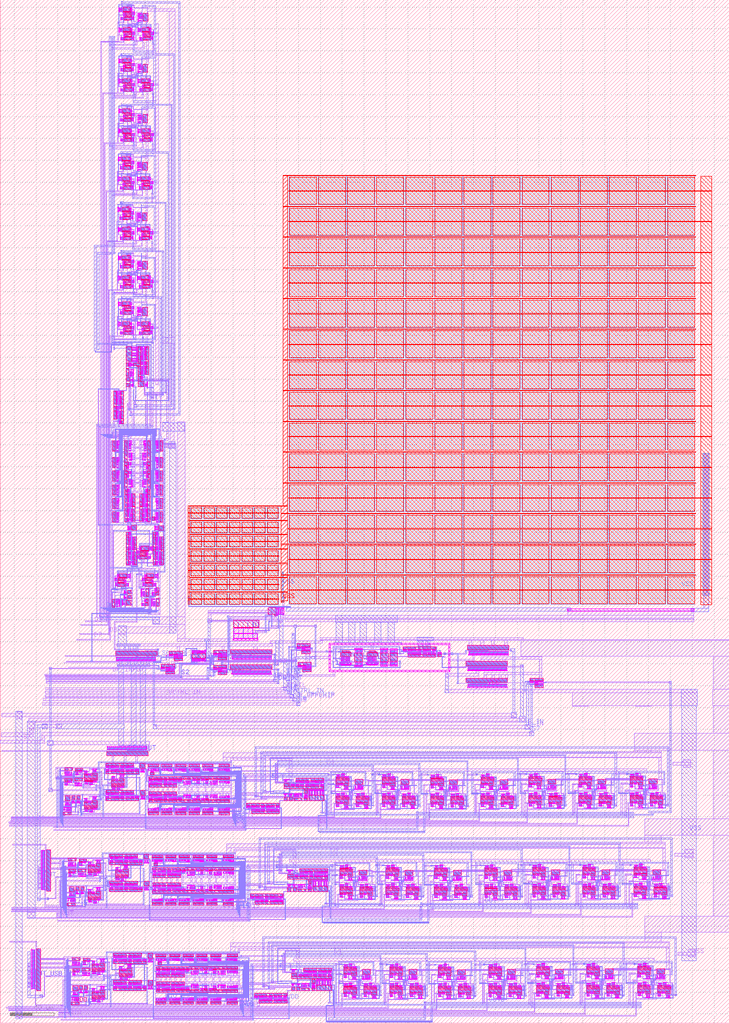
<source format=lef>
VERSION 5.7 ;
  NOWIREEXTENSIONATPIN ON ;
  DIVIDERCHAR "/" ;
  BUSBITCHARS "[]" ;
MACRO sky130_aa_ip__programmable_pll
  CLASS BLOCK ;
  FOREIGN sky130_aa_ip__programmable_pll ;
  ORIGIN 172.525 328.515 ;
  SIZE 666.515 BY 935.080 ;
  PIN S6
    ANTENNAGATEAREA 4.600000 ;
    PORT
      LAYER li1 ;
        RECT -110.570 -3.385 -24.980 -3.015 ;
        RECT -25.835 -6.410 -25.575 -3.385 ;
        RECT -21.570 -6.410 -20.730 -6.340 ;
        RECT -25.835 -6.670 -20.730 -6.410 ;
        RECT -21.570 -6.710 -20.730 -6.670 ;
    END
  END S6
  PIN UP_INPUT
    ANTENNADIFFAREA 2.900000 ;
    PORT
      LAYER li1 ;
        RECT 30.055 6.125 30.225 7.440 ;
        RECT 31.035 6.125 31.205 7.440 ;
        RECT 32.015 6.125 32.185 7.440 ;
        RECT 32.995 6.125 33.165 7.440 ;
        RECT 33.975 6.125 34.145 7.440 ;
        RECT 30.055 5.955 34.145 6.125 ;
        RECT 30.055 4.670 30.225 5.955 ;
        RECT 31.035 4.670 31.205 5.955 ;
        RECT 32.015 4.670 32.185 5.955 ;
        RECT 32.995 4.670 33.165 5.955 ;
        RECT 33.975 4.670 34.145 5.955 ;
        RECT 19.925 1.065 20.930 1.325 ;
        RECT -9.030 0.500 20.930 1.065 ;
        RECT -9.030 -9.810 -8.465 0.500 ;
        RECT 19.925 0.380 20.930 0.500 ;
        RECT -131.955 -10.375 -8.465 -9.810 ;
      LAYER met1 ;
        RECT 26.250 7.270 30.260 7.490 ;
        RECT 26.250 6.770 26.470 7.270 ;
        RECT 20.320 6.550 26.470 6.770 ;
        RECT 20.320 1.325 20.540 6.550 ;
        RECT 30.025 6.420 30.255 7.270 ;
        RECT 31.005 6.420 31.235 7.420 ;
        RECT 31.985 6.420 32.215 7.420 ;
        RECT 32.965 6.420 33.195 7.420 ;
        RECT 33.945 6.420 34.175 7.420 ;
        RECT 30.025 4.690 30.255 5.690 ;
        RECT 31.005 4.690 31.235 5.690 ;
        RECT 31.985 4.690 32.215 5.690 ;
        RECT 32.965 4.690 33.195 5.690 ;
        RECT 33.945 4.690 34.175 5.690 ;
        RECT 19.925 0.380 20.930 1.325 ;
    END
  END UP_INPUT
  PIN DN_INPUT
    ANTENNADIFFAREA 2.900000 ;
    PORT
      LAYER li1 ;
        RECT 30.130 -7.325 30.300 -6.010 ;
        RECT 31.110 -7.325 31.280 -6.010 ;
        RECT 32.090 -7.325 32.260 -6.010 ;
        RECT 33.070 -7.325 33.240 -6.010 ;
        RECT 34.050 -7.325 34.220 -6.010 ;
        RECT 30.130 -7.495 34.220 -7.325 ;
        RECT 30.130 -8.780 30.300 -7.495 ;
        RECT 31.110 -8.780 31.280 -7.495 ;
        RECT 32.090 -8.780 32.260 -7.495 ;
        RECT 33.070 -8.780 33.240 -7.495 ;
        RECT 34.050 -8.780 34.220 -7.495 ;
        RECT 21.550 -11.020 22.325 -10.855 ;
        RECT -131.535 -11.500 22.325 -11.020 ;
        RECT 21.550 -11.545 22.325 -11.500 ;
      LAYER met1 ;
        RECT 26.325 -6.180 30.335 -5.960 ;
        RECT 26.325 -6.680 26.545 -6.180 ;
        RECT 21.665 -6.900 26.545 -6.680 ;
        RECT 21.765 -10.855 21.985 -6.900 ;
        RECT 30.100 -7.030 30.330 -6.180 ;
        RECT 31.080 -7.030 31.310 -6.030 ;
        RECT 32.060 -7.030 32.290 -6.030 ;
        RECT 33.040 -7.030 33.270 -6.030 ;
        RECT 34.020 -7.030 34.250 -6.030 ;
        RECT 30.100 -8.760 30.330 -7.760 ;
        RECT 31.080 -8.760 31.310 -7.760 ;
        RECT 32.060 -8.760 32.290 -7.760 ;
        RECT 33.040 -8.760 33.270 -7.760 ;
        RECT 34.020 -8.760 34.250 -7.760 ;
        RECT 21.550 -11.545 22.325 -10.855 ;
    END
  END DN_INPUT
  PIN S2
    ANTENNAGATEAREA 4.600000 ;
    PORT
      LAYER li1 ;
        RECT 21.360 9.355 22.855 9.725 ;
        RECT 22.000 6.330 22.260 9.355 ;
        RECT 26.265 6.330 27.105 6.400 ;
        RECT 22.000 6.215 27.105 6.330 ;
        RECT 21.940 6.070 27.105 6.215 ;
        RECT 21.940 5.330 22.745 6.070 ;
        RECT 26.265 6.030 27.105 6.070 ;
        RECT 21.915 -0.180 22.925 -0.075 ;
        RECT -7.885 -0.425 22.925 -0.180 ;
        RECT -7.905 -0.875 22.925 -0.425 ;
        RECT -7.905 -1.710 -6.615 -0.875 ;
        RECT 21.915 -1.065 22.925 -0.875 ;
        RECT -7.925 -11.965 -6.415 -11.845 ;
        RECT -131.265 -12.665 -6.415 -11.965 ;
        RECT -7.925 -12.920 -6.415 -12.665 ;
      LAYER met1 ;
        RECT 21.940 5.330 22.745 6.215 ;
        RECT 22.040 -0.075 22.535 5.330 ;
        RECT -7.905 -1.710 -6.615 -0.425 ;
        RECT 21.915 -1.065 22.925 -0.075 ;
        RECT -7.585 -11.845 -6.805 -1.710 ;
        RECT -7.925 -12.920 -6.415 -11.845 ;
    END
  END S2
  PIN S3
    ANTENNAGATEAREA 4.600000 ;
    PORT
      LAYER li1 ;
        RECT 16.405 -3.725 17.870 -3.225 ;
        RECT 16.405 -4.095 22.930 -3.725 ;
        RECT 16.405 -4.555 17.870 -4.095 ;
        RECT 22.075 -7.120 22.335 -4.095 ;
        RECT 26.340 -7.120 27.180 -7.050 ;
        RECT 22.075 -7.380 27.180 -7.120 ;
        RECT 26.340 -7.420 27.180 -7.380 ;
        RECT 15.980 -13.140 18.120 -12.695 ;
        RECT -131.055 -14.365 18.120 -13.140 ;
        RECT 15.980 -14.500 18.120 -14.365 ;
      LAYER met1 ;
        RECT 16.405 -4.555 17.870 -3.225 ;
        RECT 16.565 -12.695 17.790 -4.555 ;
        RECT 15.980 -14.500 18.120 -12.695 ;
    END
  END S3
  PIN UP_OUT
    ANTENNADIFFAREA 14.500000 ;
    PORT
      LAYER li1 ;
        RECT 56.560 9.265 56.730 11.305 ;
        RECT 57.740 9.265 57.910 11.305 ;
        RECT 58.920 9.265 59.090 11.305 ;
        RECT 60.100 9.265 60.270 11.305 ;
        RECT 61.280 9.265 61.450 11.305 ;
        RECT 62.460 9.265 62.630 11.305 ;
        RECT 63.640 9.265 63.810 11.305 ;
        RECT 64.820 9.265 64.990 11.305 ;
        RECT 66.000 9.265 66.170 11.305 ;
        RECT 67.180 9.265 67.350 11.305 ;
        RECT 68.360 9.265 68.530 11.305 ;
        RECT 69.540 9.265 69.710 11.305 ;
        RECT 70.720 9.265 70.890 11.305 ;
        RECT 71.900 9.265 72.070 11.305 ;
        RECT 73.080 9.265 73.250 11.305 ;
        RECT 74.260 9.265 74.430 11.305 ;
        RECT 75.440 8.535 75.610 11.305 ;
        RECT 77.610 8.535 78.710 9.165 ;
        RECT 75.440 8.365 78.710 8.535 ;
        RECT 77.610 7.985 78.710 8.365 ;
        RECT 48.400 5.225 48.570 7.265 ;
        RECT 49.580 5.225 49.750 7.265 ;
        RECT 50.760 5.225 50.930 7.265 ;
        RECT 51.940 5.225 52.110 7.265 ;
        RECT 53.120 5.225 53.290 7.265 ;
        RECT 54.300 5.225 54.470 7.265 ;
        RECT 55.480 5.225 55.650 7.265 ;
        RECT 56.660 5.225 56.830 7.265 ;
        RECT 77.200 -14.670 79.265 -14.210 ;
        RECT -130.570 -15.940 79.265 -14.670 ;
        RECT 77.200 -16.055 79.265 -15.940 ;
      LAYER met1 ;
        RECT 56.530 8.930 56.760 11.285 ;
        RECT 57.710 8.930 57.940 11.285 ;
        RECT 58.890 8.930 59.120 11.285 ;
        RECT 60.070 8.930 60.300 11.285 ;
        RECT 61.250 8.930 61.480 11.285 ;
        RECT 62.430 8.930 62.660 11.285 ;
        RECT 63.610 8.930 63.840 11.285 ;
        RECT 64.790 8.930 65.020 11.285 ;
        RECT 65.970 8.930 66.200 11.285 ;
        RECT 67.150 8.930 67.380 11.285 ;
        RECT 68.330 8.930 68.560 11.285 ;
        RECT 69.510 8.930 69.740 11.285 ;
        RECT 70.690 8.930 70.920 11.285 ;
        RECT 71.870 8.930 72.100 11.285 ;
        RECT 73.050 8.930 73.280 11.285 ;
        RECT 74.230 8.930 74.460 11.285 ;
        RECT 75.410 8.930 75.640 11.285 ;
        RECT 56.400 8.560 75.785 8.930 ;
        RECT 56.630 7.980 56.860 8.560 ;
        RECT 77.610 7.985 78.710 9.165 ;
        RECT 48.370 7.750 56.860 7.980 ;
        RECT 48.370 5.245 48.600 7.750 ;
        RECT 49.550 5.245 49.780 7.750 ;
        RECT 50.730 5.245 50.960 7.750 ;
        RECT 51.910 5.245 52.140 7.750 ;
        RECT 53.090 5.245 53.320 7.750 ;
        RECT 54.270 5.245 54.500 7.750 ;
        RECT 55.450 5.245 55.680 7.750 ;
        RECT 56.630 5.245 56.860 7.750 ;
        RECT 77.735 -14.210 78.515 7.985 ;
        RECT 77.200 -16.055 79.265 -14.210 ;
    END
  END UP_OUT
  PIN DN_OUT
    ANTENNADIFFAREA 14.500000 ;
    PORT
      LAYER li1 ;
        RECT 56.355 -4.515 56.525 -2.475 ;
        RECT 57.535 -4.515 57.705 -2.475 ;
        RECT 58.715 -4.515 58.885 -2.475 ;
        RECT 59.895 -4.515 60.065 -2.475 ;
        RECT 61.075 -4.515 61.245 -2.475 ;
        RECT 62.255 -4.515 62.425 -2.475 ;
        RECT 63.435 -4.515 63.605 -2.475 ;
        RECT 64.615 -4.515 64.785 -2.475 ;
        RECT 65.795 -4.515 65.965 -2.475 ;
        RECT 66.975 -4.515 67.145 -2.475 ;
        RECT 68.155 -4.515 68.325 -2.475 ;
        RECT 69.335 -4.515 69.505 -2.475 ;
        RECT 70.515 -4.515 70.685 -2.475 ;
        RECT 71.695 -4.515 71.865 -2.475 ;
        RECT 72.875 -4.515 73.045 -2.475 ;
        RECT 74.055 -4.515 74.225 -2.475 ;
        RECT 75.235 -5.105 75.405 -2.475 ;
        RECT 80.505 -5.105 82.225 -4.355 ;
        RECT 75.235 -5.635 82.225 -5.105 ;
        RECT 80.505 -6.140 82.225 -5.635 ;
        RECT 48.195 -8.555 48.365 -6.515 ;
        RECT 49.375 -8.555 49.545 -6.515 ;
        RECT 50.555 -8.555 50.725 -6.515 ;
        RECT 51.735 -8.555 51.905 -6.515 ;
        RECT 52.915 -8.555 53.085 -6.515 ;
        RECT 54.095 -8.555 54.265 -6.515 ;
        RECT 55.275 -8.555 55.445 -6.515 ;
        RECT 56.455 -8.555 56.625 -6.515 ;
        RECT 80.440 -16.480 82.415 -16.460 ;
        RECT -130.700 -17.930 82.415 -16.480 ;
        RECT 80.440 -18.115 82.415 -17.930 ;
      LAYER met1 ;
        RECT 56.325 -4.850 56.555 -2.495 ;
        RECT 57.505 -4.850 57.735 -2.495 ;
        RECT 58.685 -4.850 58.915 -2.495 ;
        RECT 59.865 -4.850 60.095 -2.495 ;
        RECT 61.045 -4.850 61.275 -2.495 ;
        RECT 62.225 -4.850 62.455 -2.495 ;
        RECT 63.405 -4.850 63.635 -2.495 ;
        RECT 64.585 -4.850 64.815 -2.495 ;
        RECT 65.765 -4.850 65.995 -2.495 ;
        RECT 66.945 -4.850 67.175 -2.495 ;
        RECT 68.125 -4.850 68.355 -2.495 ;
        RECT 69.305 -4.850 69.535 -2.495 ;
        RECT 70.485 -4.850 70.715 -2.495 ;
        RECT 71.665 -4.850 71.895 -2.495 ;
        RECT 72.845 -4.850 73.075 -2.495 ;
        RECT 74.025 -4.850 74.255 -2.495 ;
        RECT 75.205 -4.850 75.435 -2.495 ;
        RECT 56.195 -5.220 75.580 -4.850 ;
        RECT 56.425 -5.800 56.655 -5.220 ;
        RECT 48.165 -6.030 56.655 -5.800 ;
        RECT 48.165 -8.535 48.395 -6.030 ;
        RECT 49.345 -8.535 49.575 -6.030 ;
        RECT 50.525 -8.535 50.755 -6.030 ;
        RECT 51.705 -8.535 51.935 -6.030 ;
        RECT 52.885 -8.535 53.115 -6.030 ;
        RECT 54.065 -8.535 54.295 -6.030 ;
        RECT 55.245 -8.535 55.475 -6.030 ;
        RECT 56.425 -8.535 56.655 -6.030 ;
        RECT 80.505 -6.140 82.225 -4.355 ;
        RECT 80.665 -16.460 81.875 -6.140 ;
        RECT 80.440 -18.115 82.415 -16.460 ;
    END
  END DN_OUT
  PIN ITAIL
    ANTENNAGATEAREA 144.000000 ;
    ANTENNADIFFAREA 2.320000 ;
    PORT
      LAYER li1 ;
        RECT 72.760 39.105 73.975 39.230 ;
        RECT 83.320 39.105 84.805 39.420 ;
        RECT 72.760 38.425 84.805 39.105 ;
        RECT 72.760 38.210 73.975 38.425 ;
        RECT 83.320 38.105 84.805 38.425 ;
        RECT 72.215 30.755 73.455 31.065 ;
        RECT 60.115 30.190 73.455 30.755 ;
        RECT 60.115 28.550 60.680 30.190 ;
        RECT 72.215 30.080 73.455 30.190 ;
        RECT 45.060 27.480 45.490 27.910 ;
        RECT 53.555 27.505 54.185 27.960 ;
        RECT 59.075 27.825 61.475 28.550 ;
        RECT 45.190 23.195 45.360 27.480 ;
        RECT 53.770 23.195 53.940 27.505 ;
        RECT 86.465 -21.680 89.530 -21.175 ;
        RECT 84.875 -21.770 89.530 -21.680 ;
        RECT -131.025 -23.830 89.530 -21.770 ;
        RECT 86.465 -24.240 89.530 -23.830 ;
      LAYER met1 ;
        RECT 72.420 39.280 72.955 39.290 ;
        RECT 72.420 38.745 73.980 39.280 ;
        RECT 72.420 38.210 73.975 38.745 ;
        RECT 72.420 31.065 73.265 38.210 ;
        RECT 72.215 30.080 73.455 31.065 ;
        RECT 45.160 23.215 45.390 27.215 ;
        RECT 53.740 23.215 53.970 27.215 ;
        RECT 82.595 4.545 85.660 40.030 ;
        RECT 82.595 1.480 89.530 4.545 ;
        RECT 86.465 -24.240 89.530 1.480 ;
    END
  END ITAIL
  PIN S4
    ANTENNAGATEAREA 4.600000 ;
    PORT
      LAYER li1 ;
        RECT 90.780 15.550 91.650 15.905 ;
        RECT 90.780 15.180 99.250 15.550 ;
        RECT 90.780 14.925 91.650 15.180 ;
        RECT 98.395 12.155 98.655 15.180 ;
        RECT 102.660 12.155 103.500 12.225 ;
        RECT 98.395 11.895 103.500 12.155 ;
        RECT 102.660 11.855 103.500 11.895 ;
        RECT 89.890 -25.065 92.340 -24.245 ;
        RECT -131.555 -26.995 92.340 -25.065 ;
        RECT 89.890 -27.185 92.340 -26.995 ;
      LAYER met1 ;
        RECT 90.685 15.905 91.620 15.920 ;
        RECT 90.685 14.925 91.650 15.905 ;
        RECT 90.685 -24.245 91.620 14.925 ;
        RECT 89.890 -27.185 92.340 -24.245 ;
    END
  END S4
  PIN VCTRL_IN
    ANTENNADIFFAREA 2.900000 ;
    PORT
      LAYER li1 ;
        RECT 93.145 12.700 93.695 12.745 ;
        RECT 96.705 12.700 97.405 12.895 ;
        RECT 93.145 12.235 97.405 12.700 ;
        RECT 93.145 12.205 93.695 12.235 ;
        RECT 96.705 12.220 97.405 12.235 ;
        RECT 106.450 11.950 106.620 13.265 ;
        RECT 107.430 11.950 107.600 13.265 ;
        RECT 108.410 11.950 108.580 13.265 ;
        RECT 109.390 11.950 109.560 13.265 ;
        RECT 110.370 11.950 110.540 13.265 ;
        RECT 106.450 11.780 110.540 11.950 ;
        RECT 106.450 10.495 106.620 11.780 ;
        RECT 107.430 10.495 107.600 11.780 ;
        RECT 108.410 10.495 108.580 11.780 ;
        RECT 109.390 10.495 109.560 11.780 ;
        RECT 110.370 10.495 110.540 11.780 ;
        RECT 92.670 -28.320 94.950 -27.935 ;
        RECT -131.605 -30.310 94.950 -28.320 ;
        RECT -131.605 -30.490 93.520 -30.310 ;
      LAYER met1 ;
        RECT 102.645 13.095 106.655 13.315 ;
        RECT 93.105 -27.660 93.790 12.785 ;
        RECT 96.705 12.595 97.405 12.895 ;
        RECT 102.645 12.595 102.865 13.095 ;
        RECT 96.705 12.375 102.865 12.595 ;
        RECT 96.705 12.220 97.405 12.375 ;
        RECT 106.420 12.245 106.650 13.095 ;
        RECT 107.400 12.245 107.630 13.245 ;
        RECT 108.380 12.245 108.610 13.245 ;
        RECT 109.360 12.245 109.590 13.245 ;
        RECT 110.340 12.245 110.570 13.245 ;
        RECT 106.420 10.515 106.650 11.515 ;
        RECT 107.400 10.515 107.630 11.515 ;
        RECT 108.380 10.515 108.610 11.515 ;
        RECT 109.360 10.515 109.590 11.515 ;
        RECT 110.340 10.515 110.570 11.515 ;
        RECT 92.120 -30.855 95.405 -27.660 ;
    END
  END VCTRL_IN
  PIN LF_OFFCHIP
    ANTENNADIFFAREA 2.900000 ;
    PORT
      LAYER li1 ;
        RECT 107.310 -4.800 107.480 -3.485 ;
        RECT 108.290 -4.800 108.460 -3.485 ;
        RECT 109.270 -4.800 109.440 -3.485 ;
        RECT 110.250 -4.800 110.420 -3.485 ;
        RECT 111.230 -4.800 111.400 -3.485 ;
        RECT 107.310 -4.970 111.400 -4.800 ;
        RECT 107.310 -6.255 107.480 -4.970 ;
        RECT 108.290 -6.255 108.460 -4.970 ;
        RECT 109.270 -6.255 109.440 -4.970 ;
        RECT 110.250 -6.255 110.420 -4.970 ;
        RECT 111.230 -6.255 111.400 -4.970 ;
        RECT 94.745 -31.730 98.055 -31.465 ;
        RECT -133.265 -33.935 98.055 -31.730 ;
        RECT 94.745 -34.250 98.055 -33.935 ;
      LAYER met1 ;
        RECT 103.505 -3.655 107.515 -3.435 ;
        RECT 96.060 -4.155 96.795 -4.145 ;
        RECT 103.505 -4.155 103.725 -3.655 ;
        RECT 96.060 -4.375 103.725 -4.155 ;
        RECT 96.060 -31.465 97.710 -4.375 ;
        RECT 107.280 -4.505 107.510 -3.655 ;
        RECT 108.260 -4.505 108.490 -3.505 ;
        RECT 109.240 -4.505 109.470 -3.505 ;
        RECT 110.220 -4.505 110.450 -3.505 ;
        RECT 111.200 -4.505 111.430 -3.505 ;
        RECT 107.280 -6.235 107.510 -5.235 ;
        RECT 108.260 -6.235 108.490 -5.235 ;
        RECT 109.240 -6.235 109.470 -5.235 ;
        RECT 110.220 -6.235 110.450 -5.235 ;
        RECT 111.200 -6.235 111.430 -5.235 ;
        RECT 94.745 -34.250 98.055 -31.465 ;
    END
  END LF_OFFCHIP
  PIN S5
    ANTENNAGATEAREA 4.600000 ;
    PORT
      LAYER li1 ;
        RECT 98.615 -1.570 100.110 -1.200 ;
        RECT 99.255 -4.580 99.515 -1.570 ;
        RECT 99.180 -4.595 100.490 -4.580 ;
        RECT 103.520 -4.595 104.360 -4.525 ;
        RECT 99.180 -4.855 104.360 -4.595 ;
        RECT 99.180 -5.645 100.490 -4.855 ;
        RECT 103.520 -4.895 104.360 -4.855 ;
        RECT 99.180 -6.395 100.465 -5.645 ;
        RECT 98.325 -35.500 101.475 -35.125 ;
        RECT -133.730 -37.965 101.475 -35.500 ;
        RECT 98.325 -38.170 101.475 -37.965 ;
      LAYER met1 ;
        RECT 99.180 -6.395 100.465 -4.950 ;
        RECT 99.340 -35.125 100.330 -6.395 ;
        RECT 98.325 -38.170 101.475 -35.125 ;
    END
  END S5
  PIN OUT_CORE
    ANTENNADIFFAREA 14.500000 ;
    PORT
      LAYER li1 ;
        RECT -161.125 -165.950 -130.700 -164.860 ;
        RECT -131.735 -169.465 -130.700 -165.950 ;
        RECT -130.980 -170.095 -130.810 -169.465 ;
        RECT -130.980 -170.265 -128.040 -170.095 ;
        RECT -130.080 -171.445 -128.040 -171.275 ;
        RECT -130.080 -172.625 -128.040 -172.455 ;
        RECT -130.080 -173.805 -128.040 -173.635 ;
        RECT -130.080 -174.985 -128.040 -174.815 ;
        RECT -130.080 -176.165 -128.040 -175.995 ;
        RECT -130.080 -177.345 -128.040 -177.175 ;
        RECT -130.080 -178.525 -128.040 -178.355 ;
        RECT -130.080 -179.705 -128.040 -179.535 ;
        RECT -130.080 -180.885 -128.040 -180.715 ;
        RECT -130.080 -182.065 -128.040 -181.895 ;
        RECT -130.080 -183.245 -128.040 -183.075 ;
        RECT -130.080 -184.425 -128.040 -184.255 ;
        RECT -130.080 -185.605 -128.040 -185.435 ;
        RECT -130.080 -186.785 -128.040 -186.615 ;
        RECT -130.080 -187.965 -128.040 -187.795 ;
        RECT -134.120 -189.045 -132.080 -188.875 ;
        RECT -130.080 -189.145 -128.040 -188.975 ;
        RECT -134.120 -190.225 -132.080 -190.055 ;
        RECT -134.120 -191.405 -132.080 -191.235 ;
        RECT -134.120 -192.585 -132.080 -192.415 ;
        RECT -134.120 -193.765 -132.080 -193.595 ;
        RECT -134.120 -194.945 -132.080 -194.775 ;
        RECT -134.120 -196.125 -132.080 -195.955 ;
        RECT -134.120 -197.305 -132.080 -197.135 ;
      LAYER met1 ;
        RECT -130.785 -170.065 -130.415 -169.920 ;
        RECT -130.785 -170.295 -128.060 -170.065 ;
        RECT -130.785 -171.245 -130.415 -170.295 ;
        RECT -130.785 -171.475 -128.060 -171.245 ;
        RECT -130.785 -172.425 -130.415 -171.475 ;
        RECT -130.785 -172.655 -128.060 -172.425 ;
        RECT -130.785 -173.605 -130.415 -172.655 ;
        RECT -130.785 -173.835 -128.060 -173.605 ;
        RECT -130.785 -174.785 -130.415 -173.835 ;
        RECT -130.785 -175.015 -128.060 -174.785 ;
        RECT -130.785 -175.965 -130.415 -175.015 ;
        RECT -130.785 -176.195 -128.060 -175.965 ;
        RECT -130.785 -177.145 -130.415 -176.195 ;
        RECT -130.785 -177.375 -128.060 -177.145 ;
        RECT -130.785 -178.325 -130.415 -177.375 ;
        RECT -130.785 -178.555 -128.060 -178.325 ;
        RECT -130.785 -179.505 -130.415 -178.555 ;
        RECT -130.785 -179.735 -128.060 -179.505 ;
        RECT -130.785 -180.685 -130.415 -179.735 ;
        RECT -130.785 -180.915 -128.060 -180.685 ;
        RECT -130.785 -181.865 -130.415 -180.915 ;
        RECT -130.785 -182.095 -128.060 -181.865 ;
        RECT -130.785 -183.045 -130.415 -182.095 ;
        RECT -130.785 -183.275 -128.060 -183.045 ;
        RECT -130.785 -184.225 -130.415 -183.275 ;
        RECT -130.785 -184.455 -128.060 -184.225 ;
        RECT -130.785 -185.405 -130.415 -184.455 ;
        RECT -130.785 -185.635 -128.060 -185.405 ;
        RECT -130.785 -186.585 -130.415 -185.635 ;
        RECT -130.785 -186.815 -128.060 -186.585 ;
        RECT -130.785 -187.765 -130.415 -186.815 ;
        RECT -130.785 -187.995 -128.060 -187.765 ;
        RECT -130.785 -188.845 -130.415 -187.995 ;
        RECT -134.100 -188.945 -130.415 -188.845 ;
        RECT -134.100 -189.075 -128.060 -188.945 ;
        RECT -131.595 -190.025 -131.365 -189.075 ;
        RECT -130.785 -189.175 -128.060 -189.075 ;
        RECT -130.785 -189.305 -130.415 -189.175 ;
        RECT -134.100 -190.255 -131.365 -190.025 ;
        RECT -131.595 -191.205 -131.365 -190.255 ;
        RECT -134.100 -191.435 -131.365 -191.205 ;
        RECT -131.595 -192.385 -131.365 -191.435 ;
        RECT -134.100 -192.615 -131.365 -192.385 ;
        RECT -131.595 -193.565 -131.365 -192.615 ;
        RECT -134.100 -193.795 -131.365 -193.565 ;
        RECT -131.595 -194.745 -131.365 -193.795 ;
        RECT -134.100 -194.975 -131.365 -194.745 ;
        RECT -131.595 -195.925 -131.365 -194.975 ;
        RECT -134.100 -196.155 -131.365 -195.925 ;
        RECT -131.595 -197.105 -131.365 -196.155 ;
        RECT -134.100 -197.335 -131.365 -197.105 ;
    END
  END OUT_CORE
  PIN OUT_USB
    ANTENNADIFFAREA 14.500000 ;
    PORT
      LAYER li1 ;
        RECT -163.880 -254.235 -139.430 -253.340 ;
        RECT -140.325 -260.080 -139.430 -254.235 ;
        RECT -140.080 -260.820 -139.910 -260.080 ;
        RECT -140.080 -260.990 -137.140 -260.820 ;
        RECT -139.180 -262.170 -137.140 -262.000 ;
        RECT -139.180 -263.350 -137.140 -263.180 ;
        RECT -139.180 -264.530 -137.140 -264.360 ;
        RECT -139.180 -265.710 -137.140 -265.540 ;
        RECT -139.180 -266.890 -137.140 -266.720 ;
        RECT -139.180 -268.070 -137.140 -267.900 ;
        RECT -139.180 -269.250 -137.140 -269.080 ;
        RECT -139.180 -270.430 -137.140 -270.260 ;
        RECT -139.180 -271.610 -137.140 -271.440 ;
        RECT -139.180 -272.790 -137.140 -272.620 ;
        RECT -139.180 -273.970 -137.140 -273.800 ;
        RECT -139.180 -275.150 -137.140 -274.980 ;
        RECT -139.180 -276.330 -137.140 -276.160 ;
        RECT -139.180 -277.510 -137.140 -277.340 ;
        RECT -139.180 -278.690 -137.140 -278.520 ;
        RECT -143.220 -279.770 -141.180 -279.600 ;
        RECT -139.180 -279.870 -137.140 -279.700 ;
        RECT -143.220 -280.950 -141.180 -280.780 ;
        RECT -143.220 -282.130 -141.180 -281.960 ;
        RECT -143.220 -283.310 -141.180 -283.140 ;
        RECT -143.220 -284.490 -141.180 -284.320 ;
        RECT -143.220 -285.670 -141.180 -285.500 ;
        RECT -143.220 -286.850 -141.180 -286.680 ;
        RECT -143.220 -288.030 -141.180 -287.860 ;
      LAYER met1 ;
        RECT -139.885 -260.790 -139.515 -260.645 ;
        RECT -139.885 -261.020 -137.160 -260.790 ;
        RECT -139.885 -261.970 -139.515 -261.020 ;
        RECT -139.885 -262.200 -137.160 -261.970 ;
        RECT -139.885 -263.150 -139.515 -262.200 ;
        RECT -139.885 -263.380 -137.160 -263.150 ;
        RECT -139.885 -264.330 -139.515 -263.380 ;
        RECT -139.885 -264.560 -137.160 -264.330 ;
        RECT -139.885 -265.510 -139.515 -264.560 ;
        RECT -139.885 -265.740 -137.160 -265.510 ;
        RECT -139.885 -266.690 -139.515 -265.740 ;
        RECT -139.885 -266.920 -137.160 -266.690 ;
        RECT -139.885 -267.870 -139.515 -266.920 ;
        RECT -139.885 -268.100 -137.160 -267.870 ;
        RECT -139.885 -269.050 -139.515 -268.100 ;
        RECT -139.885 -269.280 -137.160 -269.050 ;
        RECT -139.885 -270.230 -139.515 -269.280 ;
        RECT -139.885 -270.460 -137.160 -270.230 ;
        RECT -139.885 -271.410 -139.515 -270.460 ;
        RECT -139.885 -271.640 -137.160 -271.410 ;
        RECT -139.885 -272.590 -139.515 -271.640 ;
        RECT -139.885 -272.820 -137.160 -272.590 ;
        RECT -139.885 -273.770 -139.515 -272.820 ;
        RECT -139.885 -274.000 -137.160 -273.770 ;
        RECT -139.885 -274.950 -139.515 -274.000 ;
        RECT -139.885 -275.180 -137.160 -274.950 ;
        RECT -139.885 -276.130 -139.515 -275.180 ;
        RECT -139.885 -276.360 -137.160 -276.130 ;
        RECT -139.885 -277.310 -139.515 -276.360 ;
        RECT -139.885 -277.540 -137.160 -277.310 ;
        RECT -139.885 -278.490 -139.515 -277.540 ;
        RECT -139.885 -278.720 -137.160 -278.490 ;
        RECT -139.885 -279.570 -139.515 -278.720 ;
        RECT -143.200 -279.670 -139.515 -279.570 ;
        RECT -143.200 -279.800 -137.160 -279.670 ;
        RECT -140.695 -280.750 -140.465 -279.800 ;
        RECT -139.885 -279.900 -137.160 -279.800 ;
        RECT -139.885 -280.030 -139.515 -279.900 ;
        RECT -143.200 -280.980 -140.465 -280.750 ;
        RECT -140.695 -281.930 -140.465 -280.980 ;
        RECT -143.200 -282.160 -140.465 -281.930 ;
        RECT -140.695 -283.110 -140.465 -282.160 ;
        RECT -143.200 -283.340 -140.465 -283.110 ;
        RECT -140.695 -284.290 -140.465 -283.340 ;
        RECT -143.200 -284.520 -140.465 -284.290 ;
        RECT -140.695 -285.470 -140.465 -284.520 ;
        RECT -143.200 -285.700 -140.465 -285.470 ;
        RECT -140.695 -286.650 -140.465 -285.700 ;
        RECT -143.200 -286.880 -140.465 -286.650 ;
        RECT -140.695 -287.830 -140.465 -286.880 ;
        RECT -143.200 -288.060 -140.465 -287.830 ;
    END
  END OUT_USB
  PIN D12
    ANTENNAGATEAREA 10.500000 ;
    PORT
      LAYER li1 ;
        RECT -115.930 -180.955 -115.625 -179.940 ;
        RECT -107.965 -180.955 -107.290 -180.890 ;
        RECT -115.930 -181.125 -107.290 -180.955 ;
        RECT -115.930 -181.130 -115.625 -181.125 ;
        RECT -107.965 -181.160 -107.290 -181.125 ;
        RECT -32.210 -182.275 -31.270 -181.905 ;
        RECT -67.240 -188.225 -66.885 -188.220 ;
        RECT -65.180 -188.225 -64.810 -188.195 ;
        RECT -67.240 -188.230 -64.810 -188.225 ;
        RECT -68.370 -188.420 -64.810 -188.230 ;
        RECT -68.370 -188.430 -67.235 -188.420 ;
        RECT -65.180 -188.550 -64.810 -188.420 ;
        RECT -67.920 -195.575 -67.270 -195.490 ;
        RECT -67.050 -195.575 -66.685 -195.510 ;
        RECT -67.920 -195.780 -66.685 -195.575 ;
        RECT -67.920 -196.240 -67.270 -195.780 ;
        RECT -67.050 -195.810 -66.685 -195.780 ;
        RECT -115.930 -208.555 -115.630 -207.650 ;
        RECT -115.930 -208.760 -106.485 -208.555 ;
        RECT -115.930 -208.835 -115.630 -208.760 ;
        RECT -106.785 -208.785 -106.485 -208.760 ;
        RECT -106.785 -209.065 -106.060 -208.785 ;
        RECT 137.685 -210.385 138.360 -210.355 ;
        RECT 137.585 -210.395 138.360 -210.385 ;
        RECT 134.945 -210.575 138.360 -210.395 ;
        RECT 156.025 -210.540 156.700 -210.510 ;
        RECT 155.925 -210.550 156.700 -210.540 ;
        RECT 42.750 -211.215 43.365 -211.210 ;
        RECT 42.745 -211.430 43.365 -211.215 ;
        RECT 42.745 -215.470 43.035 -211.430 ;
        RECT -31.830 -217.370 -31.135 -217.100 ;
        RECT -26.440 -217.340 -25.745 -217.070 ;
        RECT 42.750 -222.520 43.030 -215.470 ;
        RECT 135.860 -215.710 136.540 -210.575 ;
        RECT 137.585 -210.585 138.360 -210.575 ;
        RECT 137.685 -210.625 138.360 -210.585 ;
        RECT 153.855 -210.730 156.700 -210.550 ;
        RECT 153.855 -215.710 154.535 -210.730 ;
        RECT 155.925 -210.740 156.700 -210.730 ;
        RECT 156.025 -210.780 156.700 -210.740 ;
        RECT 135.860 -216.390 154.535 -215.710 ;
        RECT 135.860 -222.520 136.540 -216.390 ;
        RECT -162.170 -223.200 136.540 -222.520 ;
      LAYER met1 ;
        RECT -115.930 -222.575 -115.625 -179.940 ;
        RECT -32.210 -182.275 -31.530 -181.905 ;
        RECT -32.210 -184.185 -31.955 -182.275 ;
        RECT -32.210 -184.440 47.115 -184.185 ;
        RECT -68.385 -188.470 -67.400 -188.200 ;
        RECT -67.670 -193.625 -67.400 -188.470 ;
        RECT -75.725 -194.505 -67.400 -193.625 ;
        RECT -116.195 -223.190 -115.580 -222.575 ;
        RECT -75.725 -223.200 -74.845 -194.505 ;
        RECT -67.670 -195.490 -67.400 -194.505 ;
        RECT -67.920 -196.240 -67.270 -195.490 ;
        RECT 46.860 -211.190 47.115 -184.440 ;
        RECT -23.925 -211.445 47.115 -211.190 ;
        RECT -31.830 -217.185 -31.135 -217.100 ;
        RECT -26.440 -217.185 -25.745 -217.070 ;
        RECT -31.830 -217.195 -25.745 -217.185 ;
        RECT -23.925 -217.195 -23.785 -211.445 ;
        RECT -31.830 -217.325 -23.785 -217.195 ;
        RECT -31.830 -217.370 -31.135 -217.325 ;
        RECT -26.440 -217.335 -23.785 -217.325 ;
        RECT -26.440 -217.340 -25.745 -217.335 ;
    END
  END D12
  PIN D13
    ANTENNAGATEAREA 7.200000 ;
    PORT
      LAYER li1 ;
        RECT 33.170 -178.530 33.865 -178.260 ;
        RECT 38.560 -178.560 39.255 -178.290 ;
        RECT -114.975 -180.545 -114.670 -179.545 ;
        RECT -108.905 -180.545 -108.230 -180.500 ;
        RECT -114.975 -180.735 -108.230 -180.545 ;
        RECT -108.905 -180.770 -108.230 -180.735 ;
        RECT -114.975 -209.000 -114.675 -208.935 ;
        RECT -108.385 -209.000 -107.660 -208.945 ;
        RECT -114.975 -209.205 -107.660 -209.000 ;
        RECT -114.975 -210.120 -114.675 -209.205 ;
        RECT -108.385 -209.225 -107.660 -209.205 ;
        RECT 179.885 -210.440 180.560 -210.410 ;
        RECT 179.785 -210.450 180.560 -210.440 ;
        RECT 177.145 -210.630 180.560 -210.450 ;
        RECT 198.225 -210.595 198.900 -210.565 ;
        RECT 198.125 -210.605 198.900 -210.595 ;
        RECT 178.060 -215.765 178.740 -210.630 ;
        RECT 179.785 -210.640 180.560 -210.630 ;
        RECT 179.885 -210.680 180.560 -210.640 ;
        RECT 196.055 -210.785 198.900 -210.605 ;
        RECT 196.055 -215.765 196.735 -210.785 ;
        RECT 198.125 -210.795 198.900 -210.785 ;
        RECT 198.225 -210.835 198.900 -210.795 ;
        RECT 178.060 -216.445 196.735 -215.765 ;
        RECT 33.170 -217.370 33.865 -217.100 ;
        RECT 38.560 -217.340 39.255 -217.070 ;
        RECT 43.245 -217.360 43.570 -216.675 ;
        RECT 43.260 -221.160 43.530 -217.360 ;
        RECT 178.060 -223.515 178.740 -216.445 ;
        RECT -162.250 -224.195 178.740 -223.515 ;
      LAYER met1 ;
        RECT 33.170 -178.305 33.865 -178.260 ;
        RECT 38.560 -178.295 39.255 -178.290 ;
        RECT 38.050 -178.305 51.105 -178.295 ;
        RECT 33.170 -178.435 51.105 -178.305 ;
        RECT 33.170 -178.445 39.255 -178.435 ;
        RECT 33.170 -178.530 33.865 -178.445 ;
        RECT 38.560 -178.560 39.255 -178.445 ;
        RECT -114.975 -223.570 -114.670 -179.545 ;
        RECT 33.170 -217.185 33.865 -217.100 ;
        RECT 38.560 -217.185 39.255 -217.070 ;
        RECT 33.170 -217.195 39.255 -217.185 ;
        RECT 43.245 -217.195 43.570 -216.675 ;
        RECT 50.965 -217.195 51.105 -178.435 ;
        RECT 33.170 -217.325 51.105 -217.195 ;
        RECT 33.170 -217.370 33.865 -217.325 ;
        RECT 38.050 -217.335 51.105 -217.325 ;
        RECT 38.560 -217.340 39.255 -217.335 ;
        RECT 43.245 -217.360 43.570 -217.335 ;
        RECT 43.220 -223.545 43.525 -220.525 ;
        RECT -115.240 -224.185 -114.625 -223.570 ;
        RECT 42.955 -224.160 43.570 -223.545 ;
    END
  END D13
  PIN D14
    ANTENNAGATEAREA 7.200000 ;
    PORT
      LAYER li1 ;
        RECT 18.170 -178.530 18.865 -178.260 ;
        RECT 23.560 -178.560 24.255 -178.290 ;
        RECT -114.430 -180.130 -114.125 -179.115 ;
        RECT -110.585 -180.130 -109.910 -180.090 ;
        RECT -114.430 -180.305 -109.910 -180.130 ;
        RECT -110.680 -180.315 -109.910 -180.305 ;
        RECT -110.585 -180.360 -109.910 -180.315 ;
        RECT -114.425 -209.460 -114.125 -209.450 ;
        RECT -110.030 -209.460 -109.305 -209.420 ;
        RECT -114.425 -209.665 -109.305 -209.460 ;
        RECT -114.425 -210.635 -114.125 -209.665 ;
        RECT -110.030 -209.700 -109.305 -209.665 ;
        RECT 224.200 -210.635 224.875 -210.605 ;
        RECT 224.100 -210.645 224.875 -210.635 ;
        RECT 221.460 -210.825 224.875 -210.645 ;
        RECT 242.540 -210.790 243.215 -210.760 ;
        RECT 242.440 -210.800 243.215 -210.790 ;
        RECT 43.465 -214.220 44.080 -214.000 ;
        RECT 18.170 -217.370 18.865 -217.100 ;
        RECT 23.560 -217.340 24.255 -217.070 ;
        RECT 43.785 -221.160 44.055 -214.220 ;
        RECT 222.375 -215.890 223.055 -210.825 ;
        RECT 224.100 -210.835 224.875 -210.825 ;
        RECT 224.200 -210.875 224.875 -210.835 ;
        RECT 240.370 -210.980 243.215 -210.800 ;
        RECT 222.375 -215.960 223.290 -215.890 ;
        RECT 240.370 -215.960 241.050 -210.980 ;
        RECT 242.440 -210.990 243.215 -210.980 ;
        RECT 242.540 -211.030 243.215 -210.990 ;
        RECT 222.375 -216.640 241.050 -215.960 ;
        RECT 222.610 -224.680 223.290 -216.640 ;
        RECT -162.290 -225.360 223.290 -224.680 ;
      LAYER met1 ;
        RECT 18.170 -178.305 18.865 -178.260 ;
        RECT 23.560 -178.295 24.255 -178.290 ;
        RECT 23.560 -178.305 30.355 -178.295 ;
        RECT 18.170 -178.435 30.355 -178.305 ;
        RECT 18.170 -178.445 24.255 -178.435 ;
        RECT 18.170 -178.530 18.865 -178.445 ;
        RECT 23.560 -178.560 24.255 -178.445 ;
        RECT -114.430 -180.305 -114.125 -179.115 ;
        RECT -114.430 -209.450 -114.130 -180.305 ;
        RECT 30.215 -181.425 30.355 -178.435 ;
        RECT 30.215 -181.565 50.350 -181.425 ;
        RECT -114.430 -210.635 -114.125 -209.450 ;
        RECT -114.430 -224.735 -114.130 -210.635 ;
        RECT 43.420 -214.065 44.115 -213.990 ;
        RECT 50.210 -214.065 50.350 -181.565 ;
        RECT 30.215 -214.205 50.350 -214.065 ;
        RECT 18.170 -217.185 18.865 -217.100 ;
        RECT 23.560 -217.185 24.255 -217.070 ;
        RECT 18.170 -217.195 24.255 -217.185 ;
        RECT 30.215 -217.195 30.355 -214.205 ;
        RECT 43.420 -214.225 44.115 -214.205 ;
        RECT 18.170 -217.325 30.355 -217.195 ;
        RECT 18.170 -217.370 18.865 -217.325 ;
        RECT 23.560 -217.335 30.355 -217.325 ;
        RECT 23.560 -217.340 24.255 -217.335 ;
        RECT 43.810 -220.545 44.030 -220.530 ;
        RECT 43.765 -224.710 44.065 -220.545 ;
        RECT -114.710 -225.350 -114.095 -224.735 ;
        RECT 43.485 -225.325 44.100 -224.710 ;
    END
  END D14
  PIN D15
    ANTENNAGATEAREA 7.000000 ;
    PORT
      LAYER li1 ;
        RECT -101.305 -181.730 -100.620 -181.710 ;
        RECT -101.495 -181.740 -100.360 -181.730 ;
        RECT -98.305 -181.740 -97.935 -181.610 ;
        RECT -101.495 -181.930 -97.935 -181.740 ;
        RECT -101.305 -182.000 -100.620 -181.930 ;
        RECT -100.365 -181.935 -97.935 -181.930 ;
        RECT -100.365 -181.940 -100.010 -181.935 ;
        RECT -98.305 -181.965 -97.935 -181.935 ;
        RECT -113.935 -185.325 -113.635 -184.945 ;
        RECT -113.935 -185.525 -113.595 -185.325 ;
        RECT -113.935 -185.910 -113.635 -185.525 ;
        RECT -101.850 -185.910 -101.190 -185.865 ;
        RECT -113.935 -186.110 -101.190 -185.910 ;
        RECT -113.935 -186.130 -113.635 -186.110 ;
        RECT -101.850 -186.130 -101.190 -186.110 ;
        RECT 33.220 -189.785 33.915 -189.515 ;
        RECT 38.610 -189.815 39.305 -189.545 ;
        RECT 33.220 -206.115 33.915 -205.845 ;
        RECT 38.610 -206.085 39.305 -205.815 ;
        RECT 44.165 -206.140 44.890 -205.465 ;
        RECT -104.460 -207.245 -104.170 -206.770 ;
        RECT -102.425 -207.245 -101.710 -207.210 ;
        RECT -104.460 -207.425 -101.710 -207.245 ;
        RECT -104.460 -207.455 -104.170 -207.425 ;
        RECT -102.425 -207.510 -101.710 -207.425 ;
        RECT -113.935 -212.480 -113.645 -212.000 ;
        RECT -104.560 -212.480 -104.270 -212.000 ;
        RECT -113.935 -212.685 -104.270 -212.480 ;
        RECT 44.280 -222.245 44.560 -206.140 ;
        RECT 270.190 -210.465 270.865 -210.435 ;
        RECT 270.090 -210.475 270.865 -210.465 ;
        RECT 267.450 -210.655 270.865 -210.475 ;
        RECT 288.530 -210.620 289.205 -210.590 ;
        RECT 288.430 -210.630 289.205 -210.620 ;
        RECT 268.365 -215.790 269.045 -210.655 ;
        RECT 270.090 -210.665 270.865 -210.655 ;
        RECT 270.190 -210.705 270.865 -210.665 ;
        RECT 286.360 -210.810 289.205 -210.630 ;
        RECT 286.360 -215.790 287.040 -210.810 ;
        RECT 288.430 -210.820 289.205 -210.810 ;
        RECT 288.530 -210.860 289.205 -210.820 ;
        RECT 268.365 -216.470 287.040 -215.790 ;
        RECT 268.365 -225.955 269.045 -216.470 ;
        RECT -162.410 -226.635 269.045 -225.955 ;
      LAYER met1 ;
        RECT -101.305 -182.000 -100.620 -181.710 ;
        RECT -113.935 -226.020 -113.630 -184.940 ;
        RECT -101.270 -185.865 -101.070 -182.000 ;
        RECT -101.850 -185.910 -101.070 -185.865 ;
        RECT -102.085 -186.110 -101.070 -185.910 ;
        RECT -101.850 -186.130 -101.190 -186.110 ;
        RECT 33.220 -189.560 33.915 -189.515 ;
        RECT 38.610 -189.550 39.305 -189.545 ;
        RECT 45.260 -189.550 45.515 -189.510 ;
        RECT 38.610 -189.560 45.515 -189.550 ;
        RECT 33.220 -189.690 45.515 -189.560 ;
        RECT 33.220 -189.700 39.305 -189.690 ;
        RECT 33.220 -189.785 33.915 -189.700 ;
        RECT 38.610 -189.815 39.305 -189.700 ;
        RECT 45.260 -189.765 45.515 -189.690 ;
        RECT 33.220 -205.930 33.915 -205.845 ;
        RECT 38.610 -205.930 39.305 -205.815 ;
        RECT 33.220 -205.940 39.305 -205.930 ;
        RECT 44.165 -205.940 44.890 -205.465 ;
        RECT 45.325 -205.940 45.465 -189.765 ;
        RECT 33.220 -206.070 45.475 -205.940 ;
        RECT 33.220 -206.115 33.915 -206.070 ;
        RECT 38.610 -206.080 45.475 -206.070 ;
        RECT 38.610 -206.085 39.305 -206.080 ;
        RECT 44.165 -206.140 44.890 -206.080 ;
        RECT -104.460 -207.455 -104.170 -206.770 ;
        RECT -104.460 -212.000 -104.285 -207.455 ;
        RECT -104.560 -212.685 -104.270 -212.000 ;
        RECT 44.260 -225.995 44.565 -221.260 ;
        RECT -114.245 -226.635 -113.625 -226.020 ;
        RECT 43.950 -226.610 44.570 -225.995 ;
    END
  END D15
  PIN F_IN
    ANTENNAGATEAREA 34.399998 ;
    ANTENNADIFFAREA 5.800000 ;
    PORT
      LAYER li1 ;
        RECT -42.225 569.660 -41.955 570.335 ;
        RECT -42.185 569.560 -41.985 569.660 ;
        RECT -42.175 567.465 -41.995 569.560 ;
        RECT -70.960 562.895 -69.770 563.180 ;
        RECT -42.550 562.895 -41.080 567.465 ;
        RECT -70.960 561.425 -41.080 562.895 ;
        RECT -70.960 561.180 -69.770 561.425 ;
        RECT -42.415 522.840 -42.145 523.515 ;
        RECT -42.375 522.740 -42.175 522.840 ;
        RECT -42.365 520.160 -42.185 522.740 ;
        RECT -70.980 517.765 -69.755 518.325 ;
        RECT -42.715 517.765 -41.790 520.160 ;
        RECT -70.980 516.840 -41.790 517.765 ;
        RECT -70.980 516.415 -69.755 516.840 ;
        RECT -42.500 477.075 -42.230 477.750 ;
        RECT -42.460 476.975 -42.260 477.075 ;
        RECT -42.450 474.830 -42.270 476.975 ;
        RECT -70.930 471.395 -69.770 471.630 ;
        RECT -42.845 471.395 -41.650 474.830 ;
        RECT -70.930 470.200 -41.650 471.395 ;
        RECT -70.930 469.890 -69.770 470.200 ;
        RECT -42.830 433.305 -42.560 433.980 ;
        RECT -42.790 433.205 -42.590 433.305 ;
        RECT -42.780 431.210 -42.600 433.205 ;
        RECT -70.870 428.295 -69.845 428.555 ;
        RECT -43.005 428.295 -42.275 431.210 ;
        RECT -70.870 427.565 -42.275 428.295 ;
        RECT -70.870 427.395 -69.845 427.565 ;
        RECT -43.000 387.315 -42.730 387.990 ;
        RECT -42.960 387.215 -42.760 387.315 ;
        RECT -42.950 384.805 -42.770 387.215 ;
        RECT -70.735 381.700 -70.040 381.960 ;
        RECT -43.465 381.700 -42.735 384.805 ;
        RECT -70.735 380.970 -42.735 381.700 ;
        RECT -70.735 380.700 -70.040 380.970 ;
        RECT -42.805 343.000 -42.535 343.675 ;
        RECT -42.765 342.900 -42.565 343.000 ;
        RECT -42.755 340.800 -42.575 342.900 ;
        RECT -70.965 338.290 -69.950 338.585 ;
        RECT -43.035 338.290 -42.305 340.800 ;
        RECT -70.965 337.560 -42.305 338.290 ;
        RECT -70.965 337.215 -69.950 337.560 ;
        RECT -36.010 305.795 -35.740 306.470 ;
        RECT -35.980 305.695 -35.780 305.795 ;
        RECT -35.970 304.660 -35.790 305.695 ;
        RECT -42.750 300.800 -42.480 301.475 ;
        RECT -42.710 300.700 -42.510 300.800 ;
        RECT -42.700 298.850 -42.520 300.700 ;
        RECT -43.065 297.555 -41.750 298.850 ;
        RECT -70.850 296.085 -69.875 297.190 ;
        RECT -42.990 293.225 -41.965 297.555 ;
        RECT -34.010 294.610 -33.115 298.855 ;
        RECT -34.170 292.960 -32.700 294.610 ;
        RECT -44.115 277.415 -43.745 278.255 ;
        RECT -44.060 277.115 -43.770 277.415 ;
        RECT -41.775 277.360 -41.580 288.255 ;
        RECT -44.065 276.815 -43.405 277.115 ;
        RECT -41.825 276.675 -41.525 277.360 ;
        RECT -41.775 272.630 -41.580 276.675 ;
        RECT -41.830 271.970 -41.530 272.630 ;
        RECT -40.370 272.185 -39.260 272.485 ;
        RECT -44.115 259.800 -43.745 260.345 ;
        RECT -41.775 260.135 -41.580 271.970 ;
        RECT -39.575 271.345 -39.205 272.185 ;
        RECT -39.905 260.135 -39.230 260.265 ;
        RECT -41.775 259.800 -39.230 260.135 ;
        RECT -44.115 259.605 -39.230 259.800 ;
        RECT -44.115 259.505 -43.745 259.605 ;
        RECT -33.815 252.660 -32.585 252.845 ;
        RECT -39.045 251.950 -32.585 252.660 ;
        RECT -39.045 251.765 -38.100 251.950 ;
        RECT -33.815 251.755 -32.585 251.950 ;
        RECT -64.520 236.720 -64.325 247.615 ;
        RECT -34.140 243.455 -32.800 244.075 ;
        RECT -34.150 242.900 -32.800 243.455 ;
        RECT -62.355 236.775 -61.985 237.615 ;
        RECT -64.575 236.035 -64.275 236.720 ;
        RECT -62.330 236.475 -62.040 236.775 ;
        RECT -62.695 236.175 -62.035 236.475 ;
        RECT -64.520 231.990 -64.325 236.035 ;
        RECT -66.840 231.545 -65.730 231.845 ;
        RECT -66.895 230.705 -66.525 231.545 ;
        RECT -64.570 231.330 -64.270 231.990 ;
        RECT -64.520 219.160 -64.325 231.330 ;
        RECT -62.355 219.160 -61.985 219.705 ;
        RECT -64.520 218.965 -61.985 219.160 ;
        RECT -64.520 217.335 -64.325 218.965 ;
        RECT -62.355 218.865 -61.985 218.965 ;
        RECT -82.020 46.625 -81.340 217.335 ;
        RECT -64.850 215.860 -63.835 217.335 ;
        RECT -34.150 215.860 -32.915 242.900 ;
        RECT -70.570 211.525 -69.675 211.630 ;
        RECT -70.570 211.110 -59.935 211.525 ;
        RECT -70.570 210.990 -69.675 211.110 ;
        RECT -60.350 209.665 -59.935 211.110 ;
        RECT -60.440 208.710 -59.905 209.665 ;
        RECT -59.550 159.945 -59.295 160.435 ;
        RECT -56.550 159.945 -56.180 160.045 ;
        RECT -38.230 159.945 -37.860 160.045 ;
        RECT -35.115 159.945 -34.860 160.435 ;
        RECT -59.550 159.750 -54.015 159.945 ;
        RECT -56.550 159.205 -56.180 159.750 ;
        RECT -54.210 147.580 -54.015 159.750 ;
        RECT -39.965 159.750 -34.860 159.945 ;
        RECT -39.965 152.155 -39.770 159.750 ;
        RECT -38.230 159.205 -37.860 159.750 ;
        RECT -38.205 155.635 -37.915 155.810 ;
        RECT -38.230 154.795 -37.860 155.635 ;
        RECT -39.965 152.150 -39.155 152.155 ;
        RECT -39.965 151.780 -38.360 152.150 ;
        RECT -54.265 146.920 -53.965 147.580 ;
        RECT -52.010 147.365 -51.640 148.205 ;
        RECT -52.805 147.065 -51.695 147.365 ;
        RECT -54.210 142.875 -54.015 146.920 ;
        RECT -56.500 142.435 -55.840 142.735 ;
        RECT -56.495 142.135 -56.205 142.435 ;
        RECT -54.260 142.190 -53.960 142.875 ;
        RECT -56.550 141.295 -56.180 142.135 ;
        RECT -54.210 131.295 -54.015 142.190 ;
        RECT -42.770 133.865 -42.400 134.705 ;
        RECT -39.965 133.985 -39.770 151.780 ;
        RECT -42.715 133.805 -42.400 133.865 ;
        RECT -42.715 133.690 -41.680 133.805 ;
        RECT -42.710 133.505 -41.680 133.690 ;
        RECT -40.005 133.325 -39.705 133.985 ;
        RECT -39.965 131.295 -39.770 133.325 ;
        RECT -33.450 70.625 -33.180 71.300 ;
        RECT -33.420 70.525 -33.220 70.625 ;
        RECT -33.410 69.240 -33.230 70.525 ;
        RECT -36.305 68.955 -33.230 69.240 ;
        RECT -36.305 46.910 -35.990 68.955 ;
        RECT -33.410 68.570 -33.230 68.955 ;
        RECT -82.070 45.560 -81.180 46.625 ;
        RECT -36.340 46.405 -35.125 46.910 ;
        RECT -82.020 42.780 -81.340 45.560 ;
        RECT -10.440 5.245 -10.270 6.560 ;
        RECT -9.460 5.245 -9.290 6.560 ;
        RECT -8.480 5.245 -8.310 6.560 ;
        RECT -7.500 5.245 -7.330 6.560 ;
        RECT -6.520 5.245 -6.350 6.560 ;
        RECT -10.440 5.075 -6.350 5.245 ;
        RECT -10.440 3.790 -10.270 5.075 ;
        RECT -9.460 3.790 -9.290 5.075 ;
        RECT -8.480 3.790 -8.310 5.075 ;
        RECT -7.500 3.790 -7.330 5.075 ;
        RECT -6.520 3.790 -6.350 5.075 ;
        RECT -90.195 2.285 -88.020 2.825 ;
        RECT -32.715 2.285 -27.955 2.325 ;
        RECT -112.560 1.600 -27.955 2.285 ;
        RECT -32.715 1.495 -27.955 1.600 ;
        RECT 319.445 -19.130 319.615 -17.815 ;
        RECT 320.425 -19.130 320.595 -17.815 ;
        RECT 321.405 -19.130 321.575 -17.815 ;
        RECT 322.385 -19.130 322.555 -17.815 ;
        RECT 323.365 -19.130 323.535 -17.815 ;
        RECT 319.445 -19.300 323.535 -19.130 ;
        RECT 319.445 -20.585 319.615 -19.300 ;
        RECT 320.425 -20.585 320.595 -19.300 ;
        RECT 321.405 -20.585 321.575 -19.300 ;
        RECT 322.385 -20.585 322.555 -19.300 ;
        RECT 323.365 -20.585 323.535 -19.300 ;
        RECT -33.055 -56.370 -29.685 -55.765 ;
        RECT 306.830 -56.370 311.360 -55.580 ;
        RECT -33.055 -59.195 311.360 -56.370 ;
        RECT -33.055 -59.470 -29.685 -59.195 ;
        RECT 306.830 -59.855 311.360 -59.195 ;
      LAYER met1 ;
        RECT -70.980 294.435 -69.755 573.200 ;
        RECT -36.015 306.110 -35.725 306.505 ;
        RECT -36.015 305.840 -35.180 306.110 ;
        RECT -36.015 305.710 -35.725 305.840 ;
        RECT -35.450 304.740 -35.180 305.840 ;
        RECT -35.450 304.470 -33.460 304.740 ;
        RECT -43.065 297.555 -41.750 298.850 ;
        RECT -33.730 298.615 -33.460 304.470 ;
        RECT -33.930 297.550 -33.265 298.615 ;
        RECT -34.170 294.435 -32.700 294.610 ;
        RECT -70.980 293.710 -32.700 294.435 ;
        RECT -70.980 293.210 -32.500 293.710 ;
        RECT -41.825 277.115 -41.525 277.360 ;
        RECT -44.065 276.815 -41.525 277.115 ;
        RECT -41.825 276.675 -41.525 276.815 ;
        RECT -41.830 272.485 -41.530 272.630 ;
        RECT -41.830 272.185 -39.710 272.485 ;
        RECT -41.830 271.970 -41.530 272.185 ;
        RECT -39.905 260.115 -39.230 260.265 ;
        RECT -39.905 259.740 -38.480 260.115 ;
        RECT -39.905 259.605 -39.230 259.740 ;
        RECT -38.855 252.660 -38.480 259.740 ;
        RECT -39.045 251.765 -38.100 252.660 ;
        RECT -34.260 242.545 -32.500 293.210 ;
        RECT -64.575 236.475 -64.275 236.720 ;
        RECT -64.575 236.175 -62.035 236.475 ;
        RECT -64.575 236.035 -64.275 236.175 ;
        RECT -64.570 231.845 -64.270 231.990 ;
        RECT -66.390 231.545 -64.270 231.845 ;
        RECT -64.570 231.330 -64.270 231.545 ;
        RECT -82.020 215.860 -32.915 217.335 ;
        RECT -70.710 210.600 -69.365 215.860 ;
        RECT -60.440 209.565 -59.905 209.665 ;
        RECT -60.440 209.310 -34.860 209.565 ;
        RECT -60.440 208.710 -59.905 209.310 ;
        RECT -59.550 159.750 -59.295 209.310 ;
        RECT -35.115 159.750 -34.860 209.310 ;
        RECT -54.265 147.365 -53.965 147.580 ;
        RECT -54.265 147.065 -52.145 147.365 ;
        RECT -54.265 146.920 -53.965 147.065 ;
        RECT -54.260 142.735 -53.960 142.875 ;
        RECT -56.500 142.435 -53.960 142.735 ;
        RECT -54.260 142.190 -53.960 142.435 ;
        RECT -40.005 133.805 -39.705 133.985 ;
        RECT -42.340 133.505 -39.705 133.805 ;
        RECT -40.005 133.325 -39.705 133.505 ;
        RECT -36.340 46.845 -35.125 46.910 ;
        RECT -82.070 46.325 -81.180 46.625 ;
        RECT -36.555 46.405 -35.125 46.845 ;
        RECT -36.555 46.325 -35.400 46.405 ;
        RECT -89.180 45.645 -35.400 46.325 ;
        RECT -89.180 2.825 -88.500 45.645 ;
        RECT -82.070 45.560 -81.180 45.645 ;
        RECT -14.245 6.390 -10.235 6.610 ;
        RECT -26.215 5.890 -18.405 6.095 ;
        RECT -14.245 5.890 -14.025 6.390 ;
        RECT -26.215 5.670 -14.025 5.890 ;
        RECT -26.215 5.365 -18.405 5.670 ;
        RECT -10.470 5.540 -10.240 6.390 ;
        RECT -9.490 5.540 -9.260 6.540 ;
        RECT -8.510 5.540 -8.280 6.540 ;
        RECT -7.530 5.540 -7.300 6.540 ;
        RECT -6.550 5.540 -6.320 6.540 ;
        RECT -90.195 1.605 -88.020 2.825 ;
        RECT -26.215 2.365 -25.390 5.365 ;
        RECT -10.470 3.810 -10.240 4.810 ;
        RECT -9.490 3.810 -9.260 4.810 ;
        RECT -8.510 3.810 -8.280 4.810 ;
        RECT -7.530 3.810 -7.300 4.810 ;
        RECT -6.550 3.810 -6.320 4.810 ;
        RECT -32.995 1.945 -25.385 2.365 ;
        RECT -33.000 1.540 -25.385 1.945 ;
        RECT -33.000 1.285 -25.390 1.540 ;
        RECT -33.005 1.120 -25.390 1.285 ;
        RECT -33.005 -55.765 -31.470 1.120 ;
        RECT 315.640 -17.985 319.650 -17.765 ;
        RECT 315.640 -18.485 315.860 -17.985 ;
        RECT 308.275 -18.705 315.860 -18.485 ;
        RECT 308.275 -55.580 310.540 -18.705 ;
        RECT 319.415 -18.835 319.645 -17.985 ;
        RECT 320.395 -18.835 320.625 -17.835 ;
        RECT 321.375 -18.835 321.605 -17.835 ;
        RECT 322.355 -18.835 322.585 -17.835 ;
        RECT 323.335 -18.835 323.565 -17.835 ;
        RECT 319.415 -20.565 319.645 -19.565 ;
        RECT 320.395 -20.565 320.625 -19.565 ;
        RECT 321.375 -20.565 321.605 -19.565 ;
        RECT 322.355 -20.565 322.585 -19.565 ;
        RECT 323.335 -20.565 323.565 -19.565 ;
        RECT -33.055 -59.470 -29.685 -55.765 ;
        RECT 306.830 -59.855 311.360 -55.580 ;
    END
  END F_IN
  PIN D0
    ANTENNAGATEAREA 10.500000 ;
    PORT
      LAYER li1 ;
        RECT -119.420 -98.000 -119.115 -96.985 ;
        RECT -111.455 -98.000 -110.780 -97.935 ;
        RECT -119.420 -98.170 -110.780 -98.000 ;
        RECT -119.420 -98.175 -119.115 -98.170 ;
        RECT -111.455 -98.205 -110.780 -98.170 ;
        RECT -35.700 -99.320 -34.760 -98.950 ;
        RECT -70.730 -105.270 -70.375 -105.265 ;
        RECT -68.670 -105.270 -68.300 -105.240 ;
        RECT -70.730 -105.275 -68.300 -105.270 ;
        RECT -71.860 -105.465 -68.300 -105.275 ;
        RECT -71.860 -105.475 -70.725 -105.465 ;
        RECT -68.670 -105.595 -68.300 -105.465 ;
        RECT -71.410 -112.620 -70.760 -112.535 ;
        RECT -70.540 -112.620 -70.175 -112.555 ;
        RECT -71.410 -112.825 -70.175 -112.620 ;
        RECT -71.410 -113.285 -70.760 -112.825 ;
        RECT -70.540 -112.855 -70.175 -112.825 ;
        RECT -119.420 -125.600 -119.120 -124.695 ;
        RECT -119.420 -125.805 -109.975 -125.600 ;
        RECT -119.420 -125.880 -119.120 -125.805 ;
        RECT -110.275 -125.830 -109.975 -125.805 ;
        RECT -110.275 -126.110 -109.550 -125.830 ;
        RECT 134.195 -127.430 134.870 -127.400 ;
        RECT 134.095 -127.440 134.870 -127.430 ;
        RECT 131.455 -127.620 134.870 -127.440 ;
        RECT 152.535 -127.585 153.210 -127.555 ;
        RECT 152.435 -127.595 153.210 -127.585 ;
        RECT 39.260 -128.260 39.875 -128.255 ;
        RECT 39.255 -128.475 39.875 -128.260 ;
        RECT 39.255 -132.515 39.545 -128.475 ;
        RECT -35.320 -134.415 -34.625 -134.145 ;
        RECT -29.930 -134.385 -29.235 -134.115 ;
        RECT 39.260 -139.565 39.540 -132.515 ;
        RECT 132.370 -132.755 133.050 -127.620 ;
        RECT 134.095 -127.630 134.870 -127.620 ;
        RECT 134.195 -127.670 134.870 -127.630 ;
        RECT 150.365 -127.775 153.210 -127.595 ;
        RECT 150.365 -132.755 151.045 -127.775 ;
        RECT 152.435 -127.785 153.210 -127.775 ;
        RECT 152.535 -127.825 153.210 -127.785 ;
        RECT 132.370 -133.435 151.045 -132.755 ;
        RECT 132.370 -139.565 133.050 -133.435 ;
        RECT -162.825 -140.245 133.050 -139.565 ;
      LAYER met1 ;
        RECT -119.420 -139.620 -119.115 -96.985 ;
        RECT -35.700 -99.320 -35.020 -98.950 ;
        RECT -35.700 -101.230 -35.445 -99.320 ;
        RECT -35.700 -101.485 43.625 -101.230 ;
        RECT -71.875 -105.515 -70.890 -105.245 ;
        RECT -71.160 -110.670 -70.890 -105.515 ;
        RECT -79.215 -111.550 -70.890 -110.670 ;
        RECT -119.685 -140.235 -119.070 -139.620 ;
        RECT -79.215 -140.245 -78.335 -111.550 ;
        RECT -71.160 -112.535 -70.890 -111.550 ;
        RECT -71.410 -113.285 -70.760 -112.535 ;
        RECT 43.370 -128.235 43.625 -101.485 ;
        RECT -27.415 -128.490 43.625 -128.235 ;
        RECT -35.320 -134.230 -34.625 -134.145 ;
        RECT -29.930 -134.230 -29.235 -134.115 ;
        RECT -35.320 -134.240 -29.235 -134.230 ;
        RECT -27.415 -134.240 -27.275 -128.490 ;
        RECT -35.320 -134.370 -27.275 -134.240 ;
        RECT -35.320 -134.415 -34.625 -134.370 ;
        RECT -29.930 -134.380 -27.275 -134.370 ;
        RECT -29.930 -134.385 -29.235 -134.380 ;
    END
  END D0
  PIN D1
    ANTENNAGATEAREA 7.200000 ;
    PORT
      LAYER li1 ;
        RECT 29.680 -95.575 30.375 -95.305 ;
        RECT 35.070 -95.605 35.765 -95.335 ;
        RECT -118.465 -97.590 -118.160 -96.590 ;
        RECT -112.395 -97.590 -111.720 -97.545 ;
        RECT -118.465 -97.780 -111.720 -97.590 ;
        RECT -112.395 -97.815 -111.720 -97.780 ;
        RECT -118.465 -126.045 -118.165 -125.980 ;
        RECT -111.875 -126.045 -111.150 -125.990 ;
        RECT -118.465 -126.250 -111.150 -126.045 ;
        RECT -118.465 -127.165 -118.165 -126.250 ;
        RECT -111.875 -126.270 -111.150 -126.250 ;
        RECT 176.395 -127.485 177.070 -127.455 ;
        RECT 176.295 -127.495 177.070 -127.485 ;
        RECT 173.655 -127.675 177.070 -127.495 ;
        RECT 194.735 -127.640 195.410 -127.610 ;
        RECT 194.635 -127.650 195.410 -127.640 ;
        RECT 174.570 -132.810 175.250 -127.675 ;
        RECT 176.295 -127.685 177.070 -127.675 ;
        RECT 176.395 -127.725 177.070 -127.685 ;
        RECT 192.565 -127.830 195.410 -127.650 ;
        RECT 192.565 -132.810 193.245 -127.830 ;
        RECT 194.635 -127.840 195.410 -127.830 ;
        RECT 194.735 -127.880 195.410 -127.840 ;
        RECT 174.570 -133.490 193.245 -132.810 ;
        RECT 29.680 -134.415 30.375 -134.145 ;
        RECT 35.070 -134.385 35.765 -134.115 ;
        RECT 39.755 -134.405 40.080 -133.720 ;
        RECT 39.770 -138.205 40.040 -134.405 ;
        RECT 174.570 -140.560 175.250 -133.490 ;
        RECT -162.690 -141.240 175.250 -140.560 ;
      LAYER met1 ;
        RECT 29.680 -95.350 30.375 -95.305 ;
        RECT 35.070 -95.340 35.765 -95.335 ;
        RECT 34.560 -95.350 47.615 -95.340 ;
        RECT 29.680 -95.480 47.615 -95.350 ;
        RECT 29.680 -95.490 35.765 -95.480 ;
        RECT 29.680 -95.575 30.375 -95.490 ;
        RECT 35.070 -95.605 35.765 -95.490 ;
        RECT -118.465 -140.615 -118.160 -96.590 ;
        RECT 29.680 -134.230 30.375 -134.145 ;
        RECT 35.070 -134.230 35.765 -134.115 ;
        RECT 29.680 -134.240 35.765 -134.230 ;
        RECT 39.755 -134.240 40.080 -133.720 ;
        RECT 47.475 -134.240 47.615 -95.480 ;
        RECT 29.680 -134.370 47.615 -134.240 ;
        RECT 29.680 -134.415 30.375 -134.370 ;
        RECT 34.560 -134.380 47.615 -134.370 ;
        RECT 35.070 -134.385 35.765 -134.380 ;
        RECT 39.755 -134.405 40.080 -134.380 ;
        RECT 39.730 -140.590 40.035 -137.570 ;
        RECT -118.730 -141.230 -118.115 -140.615 ;
        RECT 39.465 -141.205 40.080 -140.590 ;
    END
  END D1
  PIN D2
    ANTENNAGATEAREA 7.200000 ;
    PORT
      LAYER li1 ;
        RECT 14.680 -95.575 15.375 -95.305 ;
        RECT 20.070 -95.605 20.765 -95.335 ;
        RECT -117.920 -97.175 -117.615 -96.160 ;
        RECT -114.075 -97.175 -113.400 -97.135 ;
        RECT -117.920 -97.350 -113.400 -97.175 ;
        RECT -114.170 -97.360 -113.400 -97.350 ;
        RECT -114.075 -97.405 -113.400 -97.360 ;
        RECT -117.915 -126.505 -117.615 -126.495 ;
        RECT -113.520 -126.505 -112.795 -126.465 ;
        RECT -117.915 -126.710 -112.795 -126.505 ;
        RECT -117.915 -127.680 -117.615 -126.710 ;
        RECT -113.520 -126.745 -112.795 -126.710 ;
        RECT 220.710 -127.680 221.385 -127.650 ;
        RECT 220.610 -127.690 221.385 -127.680 ;
        RECT 217.970 -127.870 221.385 -127.690 ;
        RECT 239.050 -127.835 239.725 -127.805 ;
        RECT 238.950 -127.845 239.725 -127.835 ;
        RECT 39.975 -131.265 40.590 -131.045 ;
        RECT 14.680 -134.415 15.375 -134.145 ;
        RECT 20.070 -134.385 20.765 -134.115 ;
        RECT 40.295 -138.205 40.565 -131.265 ;
        RECT 218.885 -132.935 219.565 -127.870 ;
        RECT 220.610 -127.880 221.385 -127.870 ;
        RECT 220.710 -127.920 221.385 -127.880 ;
        RECT 236.880 -128.025 239.725 -127.845 ;
        RECT 218.885 -133.005 219.800 -132.935 ;
        RECT 236.880 -133.005 237.560 -128.025 ;
        RECT 238.950 -128.035 239.725 -128.025 ;
        RECT 239.050 -128.075 239.725 -128.035 ;
        RECT 218.885 -133.685 237.560 -133.005 ;
        RECT 219.120 -141.725 219.800 -133.685 ;
        RECT -162.690 -142.405 219.800 -141.725 ;
      LAYER met1 ;
        RECT 14.680 -95.350 15.375 -95.305 ;
        RECT 20.070 -95.340 20.765 -95.335 ;
        RECT 20.070 -95.350 26.865 -95.340 ;
        RECT 14.680 -95.480 26.865 -95.350 ;
        RECT 14.680 -95.490 20.765 -95.480 ;
        RECT 14.680 -95.575 15.375 -95.490 ;
        RECT 20.070 -95.605 20.765 -95.490 ;
        RECT -117.920 -97.350 -117.615 -96.160 ;
        RECT -117.920 -126.495 -117.620 -97.350 ;
        RECT 26.725 -98.470 26.865 -95.480 ;
        RECT 26.725 -98.610 46.860 -98.470 ;
        RECT -117.920 -127.680 -117.615 -126.495 ;
        RECT -117.920 -141.780 -117.620 -127.680 ;
        RECT 39.930 -131.110 40.625 -131.035 ;
        RECT 46.720 -131.110 46.860 -98.610 ;
        RECT 26.725 -131.250 46.860 -131.110 ;
        RECT 14.680 -134.230 15.375 -134.145 ;
        RECT 20.070 -134.230 20.765 -134.115 ;
        RECT 14.680 -134.240 20.765 -134.230 ;
        RECT 26.725 -134.240 26.865 -131.250 ;
        RECT 39.930 -131.270 40.625 -131.250 ;
        RECT 14.680 -134.370 26.865 -134.240 ;
        RECT 14.680 -134.415 15.375 -134.370 ;
        RECT 20.070 -134.380 26.865 -134.370 ;
        RECT 20.070 -134.385 20.765 -134.380 ;
        RECT 40.320 -137.590 40.540 -137.575 ;
        RECT 40.275 -141.755 40.575 -137.590 ;
        RECT -118.200 -142.395 -117.585 -141.780 ;
        RECT 39.995 -142.370 40.610 -141.755 ;
    END
  END D2
  PIN D3
    ANTENNAGATEAREA 7.000000 ;
    PORT
      LAYER li1 ;
        RECT -104.795 -98.775 -104.110 -98.755 ;
        RECT -104.985 -98.785 -103.850 -98.775 ;
        RECT -101.795 -98.785 -101.425 -98.655 ;
        RECT -104.985 -98.975 -101.425 -98.785 ;
        RECT -104.795 -99.045 -104.110 -98.975 ;
        RECT -103.855 -98.980 -101.425 -98.975 ;
        RECT -103.855 -98.985 -103.500 -98.980 ;
        RECT -101.795 -99.010 -101.425 -98.980 ;
        RECT -117.425 -102.370 -117.125 -101.990 ;
        RECT -117.425 -102.570 -117.085 -102.370 ;
        RECT -117.425 -102.955 -117.125 -102.570 ;
        RECT -105.340 -102.955 -104.680 -102.910 ;
        RECT -117.425 -103.155 -104.680 -102.955 ;
        RECT -117.425 -103.175 -117.125 -103.155 ;
        RECT -105.340 -103.175 -104.680 -103.155 ;
        RECT 29.730 -106.830 30.425 -106.560 ;
        RECT 35.120 -106.860 35.815 -106.590 ;
        RECT 29.730 -123.160 30.425 -122.890 ;
        RECT 35.120 -123.130 35.815 -122.860 ;
        RECT 40.675 -123.185 41.400 -122.510 ;
        RECT -107.950 -124.290 -107.660 -123.815 ;
        RECT -105.915 -124.290 -105.200 -124.255 ;
        RECT -107.950 -124.470 -105.200 -124.290 ;
        RECT -107.950 -124.500 -107.660 -124.470 ;
        RECT -105.915 -124.555 -105.200 -124.470 ;
        RECT -117.425 -129.525 -117.135 -129.045 ;
        RECT -108.050 -129.525 -107.760 -129.045 ;
        RECT -117.425 -129.730 -107.760 -129.525 ;
        RECT 40.790 -139.290 41.070 -123.185 ;
        RECT 266.700 -127.510 267.375 -127.480 ;
        RECT 266.600 -127.520 267.375 -127.510 ;
        RECT 263.960 -127.700 267.375 -127.520 ;
        RECT 285.040 -127.665 285.715 -127.635 ;
        RECT 284.940 -127.675 285.715 -127.665 ;
        RECT 264.875 -132.835 265.555 -127.700 ;
        RECT 266.600 -127.710 267.375 -127.700 ;
        RECT 266.700 -127.750 267.375 -127.710 ;
        RECT 282.870 -127.855 285.715 -127.675 ;
        RECT 282.870 -132.835 283.550 -127.855 ;
        RECT 284.940 -127.865 285.715 -127.855 ;
        RECT 285.040 -127.905 285.715 -127.865 ;
        RECT 264.875 -133.515 283.550 -132.835 ;
        RECT 264.875 -143.000 265.555 -133.515 ;
        RECT -162.960 -143.680 265.555 -143.000 ;
      LAYER met1 ;
        RECT -104.795 -99.045 -104.110 -98.755 ;
        RECT -117.425 -143.065 -117.120 -101.985 ;
        RECT -104.760 -102.910 -104.560 -99.045 ;
        RECT -105.340 -102.955 -104.560 -102.910 ;
        RECT -105.575 -103.155 -104.560 -102.955 ;
        RECT -105.340 -103.175 -104.680 -103.155 ;
        RECT 29.730 -106.605 30.425 -106.560 ;
        RECT 35.120 -106.595 35.815 -106.590 ;
        RECT 41.770 -106.595 42.025 -106.555 ;
        RECT 35.120 -106.605 42.025 -106.595 ;
        RECT 29.730 -106.735 42.025 -106.605 ;
        RECT 29.730 -106.745 35.815 -106.735 ;
        RECT 29.730 -106.830 30.425 -106.745 ;
        RECT 35.120 -106.860 35.815 -106.745 ;
        RECT 41.770 -106.810 42.025 -106.735 ;
        RECT 29.730 -122.975 30.425 -122.890 ;
        RECT 35.120 -122.975 35.815 -122.860 ;
        RECT 29.730 -122.985 35.815 -122.975 ;
        RECT 40.675 -122.985 41.400 -122.510 ;
        RECT 41.835 -122.985 41.975 -106.810 ;
        RECT 29.730 -123.115 41.985 -122.985 ;
        RECT 29.730 -123.160 30.425 -123.115 ;
        RECT 35.120 -123.125 41.985 -123.115 ;
        RECT 35.120 -123.130 35.815 -123.125 ;
        RECT 40.675 -123.185 41.400 -123.125 ;
        RECT -107.950 -124.500 -107.660 -123.815 ;
        RECT -107.950 -129.045 -107.775 -124.500 ;
        RECT -108.050 -129.730 -107.760 -129.045 ;
        RECT 40.770 -143.040 41.075 -138.305 ;
        RECT -117.735 -143.680 -117.115 -143.065 ;
        RECT 40.460 -143.655 41.080 -143.040 ;
    END
  END D3
  PIN D4
    ANTENNAGATEAREA 7.000000 ;
    PORT
      LAYER li1 ;
        RECT 2.180 -95.575 2.875 -95.305 ;
        RECT 7.570 -95.605 8.265 -95.335 ;
        RECT -105.270 -98.305 -104.585 -98.220 ;
        RECT -104.120 -98.295 -103.445 -98.265 ;
        RECT -104.220 -98.305 -103.445 -98.295 ;
        RECT -105.270 -98.485 -103.445 -98.305 ;
        RECT -105.270 -98.510 -104.585 -98.485 ;
        RECT -104.220 -98.495 -103.445 -98.485 ;
        RECT -104.120 -98.535 -103.445 -98.495 ;
        RECT -116.860 -102.540 -116.555 -101.650 ;
        RECT -105.420 -102.540 -105.155 -102.060 ;
        RECT -116.860 -102.720 -105.155 -102.540 ;
        RECT -116.860 -102.730 -116.555 -102.720 ;
        RECT -107.575 -124.735 -107.285 -124.670 ;
        RECT -107.030 -124.735 -106.300 -124.655 ;
        RECT -107.575 -124.915 -106.300 -124.735 ;
        RECT -107.575 -125.355 -107.285 -124.915 ;
        RECT -107.030 -124.955 -106.300 -124.915 ;
        RECT 310.470 -127.180 311.145 -127.150 ;
        RECT 310.370 -127.190 311.145 -127.180 ;
        RECT 307.730 -127.370 311.145 -127.190 ;
        RECT 328.810 -127.335 329.485 -127.305 ;
        RECT 328.710 -127.345 329.485 -127.335 ;
        RECT -116.860 -129.920 -116.570 -129.905 ;
        RECT -107.585 -129.920 -107.295 -129.440 ;
        RECT -116.860 -130.125 -107.295 -129.920 ;
        RECT -116.860 -130.590 -116.570 -130.125 ;
        RECT 41.350 -130.550 42.135 -130.350 ;
        RECT 2.180 -134.415 2.875 -134.145 ;
        RECT 7.570 -134.385 8.265 -134.115 ;
        RECT 41.350 -138.205 41.620 -130.550 ;
        RECT 308.645 -132.505 309.325 -127.370 ;
        RECT 310.370 -127.380 311.145 -127.370 ;
        RECT 310.470 -127.420 311.145 -127.380 ;
        RECT 326.640 -127.525 329.485 -127.345 ;
        RECT 326.640 -132.505 327.320 -127.525 ;
        RECT 328.710 -127.535 329.485 -127.525 ;
        RECT 328.810 -127.575 329.485 -127.535 ;
        RECT 308.645 -133.185 327.320 -132.505 ;
        RECT 41.445 -144.430 42.125 -144.420 ;
        RECT 308.645 -144.430 309.325 -133.185 ;
        RECT -165.005 -145.110 309.325 -144.430 ;
        RECT -165.005 -145.135 -114.705 -145.110 ;
      LAYER met1 ;
        RECT 2.180 -95.350 2.875 -95.305 ;
        RECT 7.570 -95.340 8.265 -95.335 ;
        RECT 7.570 -95.350 10.260 -95.340 ;
        RECT 2.180 -95.480 10.260 -95.350 ;
        RECT 2.180 -95.490 8.265 -95.480 ;
        RECT 2.180 -95.575 2.875 -95.490 ;
        RECT 7.570 -95.605 8.265 -95.490 ;
        RECT -105.270 -98.305 -104.585 -98.220 ;
        RECT -105.410 -98.510 -104.585 -98.305 ;
        RECT -116.860 -144.485 -116.555 -101.650 ;
        RECT -105.410 -102.060 -105.230 -98.510 ;
        RECT 10.120 -99.205 10.260 -95.480 ;
        RECT 10.120 -99.345 46.065 -99.205 ;
        RECT -105.420 -102.720 -105.155 -102.060 ;
        RECT -107.575 -124.690 -107.285 -124.670 ;
        RECT -107.580 -125.355 -107.285 -124.690 ;
        RECT -107.580 -129.440 -107.365 -125.355 ;
        RECT -107.585 -130.125 -107.295 -129.440 ;
        RECT 41.495 -130.375 42.215 -130.340 ;
        RECT 45.925 -130.375 46.065 -99.345 ;
        RECT 10.120 -130.515 46.065 -130.375 ;
        RECT 2.180 -134.230 2.875 -134.145 ;
        RECT 7.570 -134.230 8.265 -134.115 ;
        RECT 2.180 -134.240 8.265 -134.230 ;
        RECT 10.120 -134.240 10.260 -130.515 ;
        RECT 41.495 -130.575 42.215 -130.515 ;
        RECT 2.180 -134.370 10.260 -134.240 ;
        RECT 2.180 -134.415 2.875 -134.370 ;
        RECT 7.570 -134.380 10.260 -134.370 ;
        RECT 7.570 -134.385 8.265 -134.380 ;
        RECT 41.335 -144.460 41.640 -137.575 ;
        RECT -117.205 -144.490 -116.555 -144.485 ;
        RECT 40.990 -144.465 41.640 -144.460 ;
        RECT -117.205 -144.655 -116.550 -144.490 ;
        RECT 40.990 -144.630 41.645 -144.465 ;
        RECT -117.200 -145.080 -116.550 -144.655 ;
        RECT 40.995 -145.055 41.645 -144.630 ;
    END
  END D4
  PIN D5
    ANTENNAGATEAREA 7.000000 ;
    PORT
      LAYER li1 ;
        RECT -10.320 -95.575 -9.625 -95.305 ;
        RECT -4.930 -95.605 -4.235 -95.335 ;
        RECT -116.195 -108.330 -113.560 -108.320 ;
        RECT -111.505 -108.330 -111.135 -108.200 ;
        RECT -116.195 -108.520 -111.135 -108.330 ;
        RECT -116.195 -109.045 -115.995 -108.520 ;
        RECT -113.565 -108.525 -111.135 -108.520 ;
        RECT -113.565 -108.530 -113.210 -108.525 ;
        RECT -111.505 -108.555 -111.135 -108.525 ;
        RECT -116.280 -110.230 -115.980 -109.045 ;
        RECT -103.370 -124.295 -103.080 -123.820 ;
        RECT -101.390 -124.295 -100.675 -124.260 ;
        RECT -103.370 -124.475 -100.675 -124.295 ;
        RECT -103.370 -124.505 -103.080 -124.475 ;
        RECT -101.390 -124.560 -100.675 -124.475 ;
        RECT 356.235 -127.095 356.910 -127.065 ;
        RECT 356.135 -127.105 356.910 -127.095 ;
        RECT 353.495 -127.285 356.910 -127.105 ;
        RECT 374.575 -127.250 375.250 -127.220 ;
        RECT 374.475 -127.260 375.250 -127.250 ;
        RECT -116.290 -130.315 -116.000 -130.310 ;
        RECT -103.480 -130.315 -103.190 -129.835 ;
        RECT 42.145 -129.915 42.760 -129.695 ;
        RECT -116.290 -130.520 -103.190 -130.315 ;
        RECT -116.290 -130.995 -116.000 -130.520 ;
        RECT 42.420 -132.070 42.690 -129.915 ;
        RECT 41.925 -132.340 42.690 -132.070 ;
        RECT -10.320 -134.415 -9.625 -134.145 ;
        RECT -4.930 -134.385 -4.235 -134.115 ;
        RECT 41.925 -138.205 42.195 -132.340 ;
        RECT 354.410 -132.420 355.090 -127.285 ;
        RECT 356.135 -127.295 356.910 -127.285 ;
        RECT 356.235 -127.335 356.910 -127.295 ;
        RECT 372.405 -127.440 375.250 -127.260 ;
        RECT 372.405 -132.420 373.085 -127.440 ;
        RECT 374.475 -127.450 375.250 -127.440 ;
        RECT 374.575 -127.490 375.250 -127.450 ;
        RECT 354.410 -133.100 373.085 -132.420 ;
        RECT 354.410 -145.925 355.090 -133.100 ;
        RECT -163.775 -146.605 355.090 -145.925 ;
      LAYER met1 ;
        RECT -10.320 -95.350 -9.625 -95.305 ;
        RECT -4.930 -95.340 -4.235 -95.335 ;
        RECT -4.930 -95.350 -2.070 -95.340 ;
        RECT -10.320 -95.480 -2.070 -95.350 ;
        RECT -10.320 -95.490 -4.235 -95.480 ;
        RECT -10.320 -95.575 -9.625 -95.490 ;
        RECT -4.930 -95.605 -4.235 -95.490 ;
        RECT -2.210 -99.805 -2.070 -95.480 ;
        RECT -2.210 -99.945 45.255 -99.805 ;
        RECT -116.290 -145.125 -115.970 -109.010 ;
        RECT -103.370 -124.505 -103.080 -123.820 ;
        RECT -103.370 -129.835 -103.195 -124.505 ;
        RECT 42.125 -129.775 42.840 -129.685 ;
        RECT 45.115 -129.775 45.255 -99.945 ;
        RECT -103.480 -130.520 -103.190 -129.835 ;
        RECT -2.210 -129.915 45.255 -129.775 ;
        RECT -10.320 -134.230 -9.625 -134.145 ;
        RECT -4.930 -134.230 -4.235 -134.115 ;
        RECT -10.320 -134.240 -4.235 -134.230 ;
        RECT -2.210 -134.240 -2.070 -129.915 ;
        RECT 42.125 -129.920 42.840 -129.915 ;
        RECT -10.320 -134.370 -2.070 -134.240 ;
        RECT -10.320 -134.415 -9.625 -134.370 ;
        RECT -4.930 -134.380 -2.070 -134.370 ;
        RECT -4.930 -134.385 -4.235 -134.380 ;
        RECT 41.905 -145.100 42.225 -137.555 ;
        RECT -116.300 -145.985 -115.970 -145.125 ;
        RECT 41.895 -145.960 42.225 -145.100 ;
        RECT -116.405 -145.990 -115.970 -145.985 ;
        RECT 41.790 -145.965 42.225 -145.960 ;
        RECT -116.405 -146.605 -115.790 -145.990 ;
        RECT 41.790 -146.580 42.405 -145.965 ;
    END
  END D5
  PIN D6
    ANTENNAGATEAREA 7.000000 ;
    PORT
      LAYER li1 ;
        RECT -22.820 -95.575 -22.125 -95.305 ;
        RECT -17.430 -95.605 -16.735 -95.335 ;
        RECT -115.565 -107.850 -115.265 -106.855 ;
        RECT -113.830 -107.840 -113.155 -107.810 ;
        RECT -113.930 -107.850 -113.155 -107.840 ;
        RECT -115.565 -108.030 -113.155 -107.850 ;
        RECT -115.565 -108.040 -115.265 -108.030 ;
        RECT -113.930 -108.040 -113.155 -108.030 ;
        RECT -113.830 -108.080 -113.155 -108.040 ;
        RECT -102.985 -124.740 -102.695 -124.680 ;
        RECT -102.505 -124.740 -101.775 -124.660 ;
        RECT -102.985 -124.920 -101.775 -124.740 ;
        RECT -102.985 -125.365 -102.695 -124.920 ;
        RECT -102.505 -124.960 -101.775 -124.920 ;
        RECT 403.055 -126.905 403.730 -126.875 ;
        RECT 402.955 -126.915 403.730 -126.905 ;
        RECT 400.315 -127.095 403.730 -126.915 ;
        RECT 421.395 -127.060 422.070 -127.030 ;
        RECT 421.295 -127.070 422.070 -127.060 ;
        RECT 42.925 -129.240 43.665 -129.000 ;
        RECT -103.015 -130.700 -102.725 -130.220 ;
        RECT -115.565 -130.905 -102.725 -130.700 ;
        RECT -115.565 -131.385 -115.275 -130.905 ;
        RECT -22.820 -134.415 -22.125 -134.145 ;
        RECT -17.430 -134.385 -16.735 -134.115 ;
        RECT 42.645 -137.730 42.915 -137.580 ;
        RECT 43.135 -137.730 43.405 -129.240 ;
        RECT 401.230 -132.230 401.910 -127.095 ;
        RECT 402.955 -127.105 403.730 -127.095 ;
        RECT 403.055 -127.145 403.730 -127.105 ;
        RECT 419.225 -127.250 422.070 -127.070 ;
        RECT 419.225 -132.230 419.905 -127.250 ;
        RECT 421.295 -127.260 422.070 -127.250 ;
        RECT 421.395 -127.300 422.070 -127.260 ;
        RECT 401.230 -132.910 419.905 -132.230 ;
        RECT 42.645 -138.000 43.405 -137.730 ;
        RECT 42.645 -138.205 42.915 -138.000 ;
        RECT 401.350 -147.775 402.030 -132.910 ;
        RECT -164.585 -148.455 402.030 -147.775 ;
      LAYER met1 ;
        RECT -22.820 -95.350 -22.125 -95.305 ;
        RECT -17.430 -95.340 -16.735 -95.335 ;
        RECT -17.430 -95.350 -14.490 -95.340 ;
        RECT -22.820 -95.480 -14.490 -95.350 ;
        RECT -22.820 -95.490 -16.735 -95.480 ;
        RECT -22.820 -95.575 -22.125 -95.490 ;
        RECT -17.430 -95.605 -16.735 -95.490 ;
        RECT -14.630 -100.500 -14.490 -95.480 ;
        RECT -14.630 -100.680 44.460 -100.500 ;
        RECT -115.565 -147.825 -115.265 -106.855 ;
        RECT -102.985 -125.365 -102.695 -124.680 ;
        RECT -102.985 -130.220 -102.810 -125.365 ;
        RECT 42.925 -129.040 43.665 -129.000 ;
        RECT 44.280 -129.040 44.460 -100.680 ;
        RECT -14.630 -129.220 44.460 -129.040 ;
        RECT -103.015 -130.905 -102.725 -130.220 ;
        RECT -22.820 -134.230 -22.125 -134.145 ;
        RECT -17.430 -134.230 -16.735 -134.115 ;
        RECT -22.820 -134.240 -16.735 -134.230 ;
        RECT -14.630 -134.240 -14.490 -129.220 ;
        RECT 42.925 -129.240 43.665 -129.220 ;
        RECT -22.820 -134.370 -14.490 -134.240 ;
        RECT -22.820 -134.415 -22.125 -134.370 ;
        RECT -17.430 -134.380 -14.490 -134.370 ;
        RECT -17.430 -134.385 -16.735 -134.380 ;
        RECT 42.630 -147.800 42.930 -137.375 ;
        RECT -115.650 -148.440 -115.035 -147.825 ;
        RECT 42.545 -148.415 43.160 -147.800 ;
    END
  END D6
  PIN D7
    ANTENNAGATEAREA 10.500000 ;
    PORT
      LAYER li1 ;
        RECT -60.170 319.100 -59.900 319.775 ;
        RECT -60.130 319.000 -59.930 319.100 ;
        RECT -60.120 317.610 -59.940 319.000 ;
        RECT -65.780 316.930 -59.940 317.610 ;
        RECT -65.780 299.615 -65.100 316.930 ;
        RECT -60.015 300.760 -59.745 301.435 ;
        RECT -59.975 300.660 -59.775 300.760 ;
        RECT -59.965 299.615 -59.785 300.660 ;
        RECT -72.590 298.935 -59.785 299.615 ;
        RECT -72.590 206.105 -71.910 298.935 ;
        RECT -59.965 298.020 -59.785 298.935 ;
        RECT -60.820 206.110 -60.600 206.440 ;
        RECT -64.860 206.105 -60.600 206.110 ;
        RECT -72.590 205.825 -60.600 206.105 ;
        RECT -72.590 22.360 -71.910 205.825 ;
        RECT -64.860 205.820 -60.605 205.825 ;
        RECT -66.730 136.635 -66.460 137.330 ;
        RECT -66.760 131.245 -66.490 131.940 ;
        RECT -31.665 130.865 -31.295 131.805 ;
        RECT -37.940 97.895 -37.585 98.265 ;
        RECT -45.200 96.025 -44.900 96.390 ;
        RECT -37.810 96.190 -37.615 97.895 ;
        RECT -45.170 95.805 -44.965 96.025 ;
        RECT -37.810 95.840 -37.610 96.190 ;
        RECT -37.820 95.835 -37.610 95.840 ;
        RECT -45.630 95.155 -44.880 95.805 ;
        RECT -37.820 94.705 -37.620 95.835 ;
        RECT -58.455 56.590 -58.175 57.015 ;
        RECT -58.455 56.290 -57.945 56.590 ;
        RECT -58.150 47.445 -57.945 56.290 ;
        RECT -30.550 55.110 -30.280 55.785 ;
        RECT -30.515 47.450 -30.345 55.110 ;
        RECT -58.225 47.145 -57.040 47.445 ;
        RECT -30.520 47.145 -29.330 47.450 ;
        RECT -102.580 21.680 -71.910 22.360 ;
      LAYER met1 ;
        RECT -60.835 209.935 -33.575 210.190 ;
        RECT -60.835 139.290 -60.580 209.935 ;
        RECT -66.725 139.150 -60.580 139.290 ;
        RECT -66.725 137.330 -66.585 139.150 ;
        RECT -66.730 136.635 -66.460 137.330 ;
        RECT -66.715 131.940 -66.575 136.635 ;
        RECT -66.760 131.245 -66.490 131.940 ;
        RECT -33.830 131.120 -33.575 209.935 ;
        RECT -31.665 131.120 -31.295 131.545 ;
        RECT -33.830 130.865 -31.295 131.120 ;
        RECT -45.630 95.675 -44.880 95.805 ;
        RECT -45.630 95.405 -37.590 95.675 ;
        RECT -45.630 95.155 -44.880 95.405 ;
        RECT -43.895 88.230 -43.015 95.405 ;
        RECT -37.860 94.690 -37.590 95.405 ;
        RECT -72.590 87.350 -43.015 88.230 ;
        RECT -72.580 47.450 -71.965 47.495 ;
        RECT -72.580 47.145 -29.330 47.450 ;
        RECT -72.580 46.880 -71.965 47.145 ;
    END
  END D7
  PIN D8
    ANTENNAGATEAREA 7.200000 ;
    PORT
      LAYER li1 ;
        RECT -60.225 361.300 -59.955 361.975 ;
        RECT -60.185 361.200 -59.985 361.300 ;
        RECT -60.175 359.810 -59.995 361.200 ;
        RECT -65.835 359.130 -59.995 359.810 ;
        RECT -65.835 341.815 -65.155 359.130 ;
        RECT -60.070 342.960 -59.800 343.635 ;
        RECT -60.030 342.860 -59.830 342.960 ;
        RECT -60.020 341.815 -59.840 342.860 ;
        RECT -73.585 341.135 -59.840 341.815 ;
        RECT -73.585 27.445 -72.905 341.135 ;
        RECT -60.020 340.220 -59.840 341.135 ;
        RECT -66.750 206.605 -66.065 206.645 ;
        RECT -70.550 206.335 -66.065 206.605 ;
        RECT -66.750 206.320 -66.065 206.335 ;
        RECT -66.730 201.635 -66.460 202.330 ;
        RECT -27.950 201.635 -27.680 202.330 ;
        RECT -66.760 196.245 -66.490 196.940 ;
        RECT -27.920 196.245 -27.650 196.940 ;
        RECT -58.615 54.690 -58.335 55.415 ;
        RECT -58.595 48.400 -58.390 54.690 ;
        RECT -30.160 54.170 -29.890 54.845 ;
        RECT -30.125 48.405 -29.935 54.170 ;
        RECT -59.510 48.100 -58.325 48.400 ;
        RECT -30.125 48.100 -28.935 48.405 ;
        RECT -99.900 26.765 -72.905 27.445 ;
        RECT -73.585 26.550 -72.905 26.765 ;
      LAYER met1 ;
        RECT -66.725 214.040 -27.685 214.180 ;
        RECT -66.725 206.645 -66.585 214.040 ;
        RECT -73.550 206.600 -72.935 206.645 ;
        RECT -73.550 206.295 -69.915 206.600 ;
        RECT -66.750 206.320 -66.065 206.645 ;
        RECT -73.550 206.030 -72.935 206.295 ;
        RECT -66.725 202.330 -66.585 206.320 ;
        RECT -27.825 202.330 -27.685 214.040 ;
        RECT -66.730 201.635 -66.460 202.330 ;
        RECT -27.950 201.635 -27.680 202.330 ;
        RECT -66.725 201.125 -66.575 201.635 ;
        RECT -66.715 196.940 -66.575 201.125 ;
        RECT -27.835 201.125 -27.685 201.635 ;
        RECT -27.835 196.940 -27.695 201.125 ;
        RECT -66.760 196.245 -66.490 196.940 ;
        RECT -27.920 196.245 -27.650 196.940 ;
        RECT -73.575 48.405 -72.960 48.450 ;
        RECT -73.575 48.100 -28.935 48.405 ;
        RECT -73.575 47.835 -72.960 48.100 ;
    END
  END D8
  PIN D9
    ANTENNAGATEAREA 7.200000 ;
    PORT
      LAYER li1 ;
        RECT -60.420 405.615 -60.150 406.290 ;
        RECT -60.380 405.515 -60.180 405.615 ;
        RECT -60.370 404.125 -60.190 405.515 ;
        RECT -66.030 403.445 -60.190 404.125 ;
        RECT -66.030 386.365 -65.350 403.445 ;
        RECT -60.265 387.275 -59.995 387.950 ;
        RECT -60.225 387.175 -60.025 387.275 ;
        RECT -74.750 386.130 -65.280 386.365 ;
        RECT -60.215 386.130 -60.035 387.175 ;
        RECT -74.750 385.685 -60.035 386.130 ;
        RECT -74.750 35.765 -74.070 385.685 ;
        RECT -66.030 385.450 -60.035 385.685 ;
        RECT -60.215 384.535 -60.035 385.450 ;
        RECT -63.610 207.130 -63.390 207.155 ;
        RECT -70.550 206.860 -63.390 207.130 ;
        RECT -63.610 206.540 -63.390 206.860 ;
        RECT -66.730 186.635 -66.460 187.330 ;
        RECT -27.950 186.635 -27.680 187.330 ;
        RECT -66.760 181.245 -66.490 181.940 ;
        RECT -27.920 181.245 -27.650 181.940 ;
        RECT -59.090 53.045 -58.810 53.770 ;
        RECT -59.055 48.950 -58.850 53.045 ;
        RECT -29.750 52.490 -29.480 53.165 ;
        RECT -29.705 52.395 -29.520 52.490 ;
        RECT -29.695 48.950 -29.520 52.395 ;
        RECT -60.025 48.650 -58.840 48.950 ;
        RECT -29.695 48.645 -28.505 48.950 ;
        RECT -99.255 35.085 -74.070 35.765 ;
      LAYER met1 ;
        RECT -63.595 213.285 -30.815 213.425 ;
        RECT -63.595 207.190 -63.455 213.285 ;
        RECT -74.715 207.140 -74.100 207.175 ;
        RECT -74.715 207.105 -69.935 207.140 ;
        RECT -74.715 206.885 -69.920 207.105 ;
        RECT -74.715 206.840 -69.935 206.885 ;
        RECT -74.715 206.560 -74.100 206.840 ;
        RECT -63.615 206.495 -63.380 207.190 ;
        RECT -63.595 193.430 -63.455 206.495 ;
        RECT -66.725 193.290 -63.455 193.430 ;
        RECT -30.955 193.430 -30.815 213.285 ;
        RECT -30.955 193.290 -27.685 193.430 ;
        RECT -66.725 187.330 -66.585 193.290 ;
        RECT -27.825 187.330 -27.685 193.290 ;
        RECT -66.730 186.635 -66.460 187.330 ;
        RECT -27.950 186.635 -27.680 187.330 ;
        RECT -66.715 181.940 -66.575 186.635 ;
        RECT -27.835 181.940 -27.695 186.635 ;
        RECT -66.760 181.245 -66.490 181.940 ;
        RECT -27.920 181.245 -27.650 181.940 ;
        RECT -74.740 48.945 -74.125 48.980 ;
        RECT -60.025 48.945 -58.840 48.950 ;
        RECT -29.695 48.945 -28.505 48.950 ;
        RECT -74.740 48.645 -28.505 48.945 ;
        RECT -74.740 48.365 -74.125 48.645 ;
    END
  END D9
  PIN D10
    ANTENNAGATEAREA 7.000000 ;
    PORT
      LAYER li1 ;
        RECT -60.250 451.605 -59.980 452.280 ;
        RECT -60.210 451.505 -60.010 451.605 ;
        RECT -60.200 450.115 -60.020 451.505 ;
        RECT -65.860 449.435 -60.020 450.115 ;
        RECT -65.860 432.120 -65.180 449.435 ;
        RECT -60.095 433.265 -59.825 433.940 ;
        RECT -60.055 433.165 -59.855 433.265 ;
        RECT -60.045 432.120 -59.865 433.165 ;
        RECT -76.025 431.440 -59.865 432.120 ;
        RECT -76.025 39.280 -75.345 431.440 ;
        RECT -60.045 430.525 -59.865 431.440 ;
        RECT -55.530 207.635 -54.855 207.965 ;
        RECT -71.635 207.355 -54.855 207.635 ;
        RECT -55.530 207.240 -54.855 207.355 ;
        RECT -55.475 201.685 -55.205 202.380 ;
        RECT -39.205 201.685 -38.935 202.380 ;
        RECT -55.505 196.295 -55.235 196.990 ;
        RECT -39.175 196.295 -38.905 196.990 ;
        RECT -31.355 64.770 -31.000 65.140 ;
        RECT -31.325 63.065 -31.130 64.770 ;
        RECT -31.330 62.715 -31.130 63.065 ;
        RECT -31.330 62.710 -31.120 62.715 ;
        RECT -31.320 62.455 -31.120 62.710 ;
        RECT -56.900 60.650 -56.600 61.365 ;
        RECT -35.520 61.225 -35.255 61.885 ;
        RECT -31.390 61.770 -31.100 62.455 ;
        RECT -31.320 61.580 -31.120 61.770 ;
        RECT -56.815 58.905 -56.635 60.650 ;
        RECT -62.075 58.515 -61.390 58.805 ;
        RECT -56.845 58.615 -56.160 58.905 ;
        RECT -62.075 49.430 -61.870 58.515 ;
        RECT -35.500 49.440 -35.300 61.225 ;
        RECT -34.915 49.440 -34.715 49.480 ;
        RECT -62.075 49.140 -61.390 49.430 ;
        RECT -35.520 49.140 -34.335 49.440 ;
        RECT -95.000 38.600 -75.345 39.280 ;
      LAYER met1 ;
        RECT -55.470 208.540 -55.330 208.550 ;
        RECT -39.155 208.540 -38.900 208.590 ;
        RECT -55.470 208.400 -38.900 208.540 ;
        RECT -55.470 207.965 -55.330 208.400 ;
        RECT -39.155 208.335 -38.900 208.400 ;
        RECT -76.000 207.640 -75.385 207.645 ;
        RECT -76.000 207.335 -70.650 207.640 ;
        RECT -76.000 207.025 -75.385 207.335 ;
        RECT -55.530 207.240 -54.855 207.965 ;
        RECT -55.470 202.380 -55.330 207.240 ;
        RECT -39.080 202.380 -38.940 208.335 ;
        RECT -55.475 201.685 -55.205 202.380 ;
        RECT -39.205 201.685 -38.935 202.380 ;
        RECT -55.460 196.990 -55.320 201.685 ;
        RECT -39.090 196.990 -38.950 201.685 ;
        RECT -55.505 196.295 -55.235 196.990 ;
        RECT -39.175 196.295 -38.905 196.990 ;
        RECT -31.390 62.005 -31.100 62.455 ;
        RECT -35.500 61.885 -31.100 62.005 ;
        RECT -35.520 61.805 -31.100 61.885 ;
        RECT -35.520 61.225 -35.255 61.805 ;
        RECT -31.390 61.770 -31.100 61.805 ;
        RECT -35.500 60.990 -35.300 61.225 ;
        RECT -62.075 58.790 -61.390 58.805 ;
        RECT -56.845 58.790 -56.160 58.905 ;
        RECT -62.075 58.615 -56.160 58.790 ;
        RECT -62.075 58.515 -61.390 58.615 ;
        RECT -76.025 49.445 -75.410 49.450 ;
        RECT -76.025 49.140 -34.330 49.445 ;
        RECT -76.025 48.830 -75.410 49.140 ;
    END
  END D10
  PIN D16
    ANTENNAGATEAREA 10.500000 ;
    PORT
      LAYER li1 ;
        RECT -112.415 -271.510 -112.110 -270.495 ;
        RECT -104.450 -271.510 -103.775 -271.445 ;
        RECT -112.415 -271.680 -103.775 -271.510 ;
        RECT -112.415 -271.685 -112.110 -271.680 ;
        RECT -104.450 -271.715 -103.775 -271.680 ;
        RECT -28.695 -272.830 -27.755 -272.460 ;
        RECT -63.725 -278.780 -63.370 -278.775 ;
        RECT -61.665 -278.780 -61.295 -278.750 ;
        RECT -63.725 -278.785 -61.295 -278.780 ;
        RECT -64.855 -278.975 -61.295 -278.785 ;
        RECT -64.855 -278.985 -63.720 -278.975 ;
        RECT -61.665 -279.105 -61.295 -278.975 ;
        RECT -64.405 -286.130 -63.755 -286.045 ;
        RECT -63.535 -286.130 -63.170 -286.065 ;
        RECT -64.405 -286.335 -63.170 -286.130 ;
        RECT -64.405 -286.795 -63.755 -286.335 ;
        RECT -63.535 -286.365 -63.170 -286.335 ;
        RECT -112.415 -299.110 -112.115 -298.205 ;
        RECT -112.415 -299.315 -102.970 -299.110 ;
        RECT -112.415 -299.390 -112.115 -299.315 ;
        RECT -103.270 -299.340 -102.970 -299.315 ;
        RECT -103.270 -299.620 -102.545 -299.340 ;
        RECT 141.200 -300.940 141.875 -300.910 ;
        RECT 141.100 -300.950 141.875 -300.940 ;
        RECT 138.460 -301.130 141.875 -300.950 ;
        RECT 159.540 -301.095 160.215 -301.065 ;
        RECT 159.440 -301.105 160.215 -301.095 ;
        RECT 46.265 -301.770 46.880 -301.765 ;
        RECT 46.260 -301.985 46.880 -301.770 ;
        RECT 46.260 -306.025 46.550 -301.985 ;
        RECT -28.315 -307.925 -27.620 -307.655 ;
        RECT -22.925 -307.895 -22.230 -307.625 ;
        RECT 46.265 -313.075 46.545 -306.025 ;
        RECT 139.375 -306.265 140.055 -301.130 ;
        RECT 141.100 -301.140 141.875 -301.130 ;
        RECT 141.200 -301.180 141.875 -301.140 ;
        RECT 157.370 -301.285 160.215 -301.105 ;
        RECT 157.370 -306.265 158.050 -301.285 ;
        RECT 159.440 -301.295 160.215 -301.285 ;
        RECT 159.540 -301.335 160.215 -301.295 ;
        RECT 139.375 -306.945 158.050 -306.265 ;
        RECT 139.375 -313.075 140.055 -306.945 ;
        RECT -165.310 -313.755 140.055 -313.075 ;
      LAYER met1 ;
        RECT -112.415 -313.130 -112.110 -270.495 ;
        RECT -28.695 -272.830 -28.015 -272.460 ;
        RECT -28.695 -274.740 -28.440 -272.830 ;
        RECT -28.695 -274.995 50.630 -274.740 ;
        RECT -64.870 -279.025 -63.885 -278.755 ;
        RECT -64.155 -284.180 -63.885 -279.025 ;
        RECT -72.210 -285.060 -63.885 -284.180 ;
        RECT -112.680 -313.745 -112.065 -313.130 ;
        RECT -72.210 -313.755 -71.330 -285.060 ;
        RECT -64.155 -286.045 -63.885 -285.060 ;
        RECT -64.405 -286.795 -63.755 -286.045 ;
        RECT 50.375 -301.745 50.630 -274.995 ;
        RECT -20.410 -302.000 50.630 -301.745 ;
        RECT -28.315 -307.740 -27.620 -307.655 ;
        RECT -22.925 -307.740 -22.230 -307.625 ;
        RECT -28.315 -307.750 -22.230 -307.740 ;
        RECT -20.410 -307.750 -20.270 -302.000 ;
        RECT -28.315 -307.880 -20.270 -307.750 ;
        RECT -28.315 -307.925 -27.620 -307.880 ;
        RECT -22.925 -307.890 -20.270 -307.880 ;
        RECT -22.925 -307.895 -22.230 -307.890 ;
    END
  END D16
  PIN D17
    ANTENNAGATEAREA 7.200000 ;
    PORT
      LAYER li1 ;
        RECT 36.685 -269.085 37.380 -268.815 ;
        RECT 42.075 -269.115 42.770 -268.845 ;
        RECT -111.460 -271.100 -111.155 -270.100 ;
        RECT -105.390 -271.100 -104.715 -271.055 ;
        RECT -111.460 -271.290 -104.715 -271.100 ;
        RECT -105.390 -271.325 -104.715 -271.290 ;
        RECT -111.460 -299.555 -111.160 -299.490 ;
        RECT -104.870 -299.555 -104.145 -299.500 ;
        RECT -111.460 -299.760 -104.145 -299.555 ;
        RECT -111.460 -300.675 -111.160 -299.760 ;
        RECT -104.870 -299.780 -104.145 -299.760 ;
        RECT 183.400 -300.995 184.075 -300.965 ;
        RECT 183.300 -301.005 184.075 -300.995 ;
        RECT 180.660 -301.185 184.075 -301.005 ;
        RECT 201.740 -301.150 202.415 -301.120 ;
        RECT 201.640 -301.160 202.415 -301.150 ;
        RECT 181.575 -306.320 182.255 -301.185 ;
        RECT 183.300 -301.195 184.075 -301.185 ;
        RECT 183.400 -301.235 184.075 -301.195 ;
        RECT 199.570 -301.340 202.415 -301.160 ;
        RECT 199.570 -306.320 200.250 -301.340 ;
        RECT 201.640 -301.350 202.415 -301.340 ;
        RECT 201.740 -301.390 202.415 -301.350 ;
        RECT 181.575 -307.000 200.250 -306.320 ;
        RECT 36.685 -307.925 37.380 -307.655 ;
        RECT 42.075 -307.895 42.770 -307.625 ;
        RECT 46.760 -307.915 47.085 -307.230 ;
        RECT 46.775 -311.715 47.045 -307.915 ;
        RECT 181.575 -314.070 182.255 -307.000 ;
        RECT -167.315 -314.750 182.255 -314.070 ;
      LAYER met1 ;
        RECT 36.685 -268.860 37.380 -268.815 ;
        RECT 42.075 -268.850 42.770 -268.845 ;
        RECT 41.565 -268.860 54.620 -268.850 ;
        RECT 36.685 -268.990 54.620 -268.860 ;
        RECT 36.685 -269.000 42.770 -268.990 ;
        RECT 36.685 -269.085 37.380 -269.000 ;
        RECT 42.075 -269.115 42.770 -269.000 ;
        RECT -111.460 -314.125 -111.155 -270.100 ;
        RECT 36.685 -307.740 37.380 -307.655 ;
        RECT 42.075 -307.740 42.770 -307.625 ;
        RECT 36.685 -307.750 42.770 -307.740 ;
        RECT 46.760 -307.750 47.085 -307.230 ;
        RECT 54.480 -307.750 54.620 -268.990 ;
        RECT 36.685 -307.880 54.620 -307.750 ;
        RECT 36.685 -307.925 37.380 -307.880 ;
        RECT 41.565 -307.890 54.620 -307.880 ;
        RECT 42.075 -307.895 42.770 -307.890 ;
        RECT 46.760 -307.915 47.085 -307.890 ;
        RECT 46.735 -314.100 47.040 -311.080 ;
        RECT -111.725 -314.740 -111.110 -314.125 ;
        RECT 46.470 -314.715 47.085 -314.100 ;
    END
  END D17
  PIN D18
    ANTENNAGATEAREA 7.200000 ;
    PORT
      LAYER li1 ;
        RECT 21.685 -269.085 22.380 -268.815 ;
        RECT 27.075 -269.115 27.770 -268.845 ;
        RECT -110.915 -270.685 -110.610 -269.670 ;
        RECT -107.070 -270.685 -106.395 -270.645 ;
        RECT -110.915 -270.860 -106.395 -270.685 ;
        RECT -107.165 -270.870 -106.395 -270.860 ;
        RECT -107.070 -270.915 -106.395 -270.870 ;
        RECT -110.910 -300.015 -110.610 -300.005 ;
        RECT -106.515 -300.015 -105.790 -299.975 ;
        RECT -110.910 -300.220 -105.790 -300.015 ;
        RECT -110.910 -301.190 -110.610 -300.220 ;
        RECT -106.515 -300.255 -105.790 -300.220 ;
        RECT 227.715 -301.190 228.390 -301.160 ;
        RECT 227.615 -301.200 228.390 -301.190 ;
        RECT 224.975 -301.380 228.390 -301.200 ;
        RECT 246.055 -301.345 246.730 -301.315 ;
        RECT 245.955 -301.355 246.730 -301.345 ;
        RECT 46.980 -304.775 47.595 -304.555 ;
        RECT 21.685 -307.925 22.380 -307.655 ;
        RECT 27.075 -307.895 27.770 -307.625 ;
        RECT 47.300 -311.715 47.570 -304.775 ;
        RECT 225.890 -306.445 226.570 -301.380 ;
        RECT 227.615 -301.390 228.390 -301.380 ;
        RECT 227.715 -301.430 228.390 -301.390 ;
        RECT 243.885 -301.535 246.730 -301.355 ;
        RECT 225.890 -306.515 226.805 -306.445 ;
        RECT 243.885 -306.515 244.565 -301.535 ;
        RECT 245.955 -301.545 246.730 -301.535 ;
        RECT 246.055 -301.585 246.730 -301.545 ;
        RECT 225.890 -307.195 244.565 -306.515 ;
        RECT 226.125 -315.235 226.805 -307.195 ;
        RECT -164.955 -315.915 226.805 -315.235 ;
      LAYER met1 ;
        RECT 21.685 -268.860 22.380 -268.815 ;
        RECT 27.075 -268.850 27.770 -268.845 ;
        RECT 27.075 -268.860 33.870 -268.850 ;
        RECT 21.685 -268.990 33.870 -268.860 ;
        RECT 21.685 -269.000 27.770 -268.990 ;
        RECT 21.685 -269.085 22.380 -269.000 ;
        RECT 27.075 -269.115 27.770 -269.000 ;
        RECT -110.915 -270.860 -110.610 -269.670 ;
        RECT -110.915 -300.005 -110.615 -270.860 ;
        RECT 33.730 -271.980 33.870 -268.990 ;
        RECT 33.730 -272.120 53.865 -271.980 ;
        RECT -110.915 -301.190 -110.610 -300.005 ;
        RECT -110.915 -315.290 -110.615 -301.190 ;
        RECT 46.935 -304.620 47.630 -304.545 ;
        RECT 53.725 -304.620 53.865 -272.120 ;
        RECT 33.730 -304.760 53.865 -304.620 ;
        RECT 21.685 -307.740 22.380 -307.655 ;
        RECT 27.075 -307.740 27.770 -307.625 ;
        RECT 21.685 -307.750 27.770 -307.740 ;
        RECT 33.730 -307.750 33.870 -304.760 ;
        RECT 46.935 -304.780 47.630 -304.760 ;
        RECT 21.685 -307.880 33.870 -307.750 ;
        RECT 21.685 -307.925 22.380 -307.880 ;
        RECT 27.075 -307.890 33.870 -307.880 ;
        RECT 27.075 -307.895 27.770 -307.890 ;
        RECT 47.325 -311.100 47.545 -311.085 ;
        RECT 47.280 -315.265 47.580 -311.100 ;
        RECT -111.195 -315.905 -110.580 -315.290 ;
        RECT 47.000 -315.880 47.615 -315.265 ;
    END
  END D18
  PIN D19
    ANTENNAGATEAREA 7.000000 ;
    PORT
      LAYER li1 ;
        RECT -97.790 -272.285 -97.105 -272.265 ;
        RECT -97.980 -272.295 -96.845 -272.285 ;
        RECT -94.790 -272.295 -94.420 -272.165 ;
        RECT -97.980 -272.485 -94.420 -272.295 ;
        RECT -97.790 -272.555 -97.105 -272.485 ;
        RECT -96.850 -272.490 -94.420 -272.485 ;
        RECT -96.850 -272.495 -96.495 -272.490 ;
        RECT -94.790 -272.520 -94.420 -272.490 ;
        RECT -110.420 -275.880 -110.120 -275.500 ;
        RECT -110.420 -276.080 -110.080 -275.880 ;
        RECT -110.420 -276.465 -110.120 -276.080 ;
        RECT -98.335 -276.465 -97.675 -276.420 ;
        RECT -110.420 -276.665 -97.675 -276.465 ;
        RECT -110.420 -276.685 -110.120 -276.665 ;
        RECT -98.335 -276.685 -97.675 -276.665 ;
        RECT 36.735 -280.340 37.430 -280.070 ;
        RECT 42.125 -280.370 42.820 -280.100 ;
        RECT 36.735 -296.670 37.430 -296.400 ;
        RECT 42.125 -296.640 42.820 -296.370 ;
        RECT 47.680 -296.695 48.405 -296.020 ;
        RECT -100.945 -297.800 -100.655 -297.325 ;
        RECT -98.910 -297.800 -98.195 -297.765 ;
        RECT -100.945 -297.980 -98.195 -297.800 ;
        RECT -100.945 -298.010 -100.655 -297.980 ;
        RECT -98.910 -298.065 -98.195 -297.980 ;
        RECT -110.420 -303.035 -110.130 -302.555 ;
        RECT -101.045 -303.035 -100.755 -302.555 ;
        RECT -110.420 -303.240 -100.755 -303.035 ;
        RECT 47.795 -312.800 48.075 -296.695 ;
        RECT 273.705 -301.020 274.380 -300.990 ;
        RECT 273.605 -301.030 274.380 -301.020 ;
        RECT 270.965 -301.210 274.380 -301.030 ;
        RECT 292.045 -301.175 292.720 -301.145 ;
        RECT 291.945 -301.185 292.720 -301.175 ;
        RECT 271.880 -306.345 272.560 -301.210 ;
        RECT 273.605 -301.220 274.380 -301.210 ;
        RECT 273.705 -301.260 274.380 -301.220 ;
        RECT 289.875 -301.365 292.720 -301.185 ;
        RECT 289.875 -306.345 290.555 -301.365 ;
        RECT 291.945 -301.375 292.720 -301.365 ;
        RECT 292.045 -301.415 292.720 -301.375 ;
        RECT 271.880 -307.025 290.555 -306.345 ;
        RECT 271.880 -316.510 272.560 -307.025 ;
        RECT -164.880 -317.190 272.560 -316.510 ;
      LAYER met1 ;
        RECT -97.790 -272.555 -97.105 -272.265 ;
        RECT -110.420 -316.575 -110.115 -275.495 ;
        RECT -97.755 -276.420 -97.555 -272.555 ;
        RECT -98.335 -276.465 -97.555 -276.420 ;
        RECT -98.570 -276.665 -97.555 -276.465 ;
        RECT -98.335 -276.685 -97.675 -276.665 ;
        RECT 36.735 -280.115 37.430 -280.070 ;
        RECT 42.125 -280.105 42.820 -280.100 ;
        RECT 48.775 -280.105 49.030 -280.065 ;
        RECT 42.125 -280.115 49.030 -280.105 ;
        RECT 36.735 -280.245 49.030 -280.115 ;
        RECT 36.735 -280.255 42.820 -280.245 ;
        RECT 36.735 -280.340 37.430 -280.255 ;
        RECT 42.125 -280.370 42.820 -280.255 ;
        RECT 48.775 -280.320 49.030 -280.245 ;
        RECT 36.735 -296.485 37.430 -296.400 ;
        RECT 42.125 -296.485 42.820 -296.370 ;
        RECT 36.735 -296.495 42.820 -296.485 ;
        RECT 47.680 -296.495 48.405 -296.020 ;
        RECT 48.840 -296.495 48.980 -280.320 ;
        RECT 36.735 -296.625 48.990 -296.495 ;
        RECT 36.735 -296.670 37.430 -296.625 ;
        RECT 42.125 -296.635 48.990 -296.625 ;
        RECT 42.125 -296.640 42.820 -296.635 ;
        RECT 47.680 -296.695 48.405 -296.635 ;
        RECT -100.945 -298.010 -100.655 -297.325 ;
        RECT -100.945 -302.555 -100.770 -298.010 ;
        RECT -101.045 -303.240 -100.755 -302.555 ;
        RECT 47.775 -316.550 48.080 -311.815 ;
        RECT -110.730 -317.190 -110.110 -316.575 ;
        RECT 47.465 -317.165 48.085 -316.550 ;
    END
  END D19
  PIN OUTB
    ANTENNAGATEAREA 34.399998 ;
    ANTENNADIFFAREA 14.500000 ;
    PORT
      LAYER li1 ;
        RECT 272.950 13.150 273.120 15.190 ;
        RECT 274.130 13.150 274.300 15.190 ;
        RECT 275.310 13.150 275.480 15.190 ;
        RECT 276.490 13.150 276.660 15.190 ;
        RECT 277.670 13.150 277.840 15.190 ;
        RECT 278.850 13.150 279.020 15.190 ;
        RECT 280.030 13.150 280.200 15.190 ;
        RECT 281.210 13.150 281.380 15.190 ;
        RECT 282.390 13.150 282.560 15.190 ;
        RECT 283.570 13.150 283.740 15.190 ;
        RECT 284.750 13.150 284.920 15.190 ;
        RECT 285.930 13.150 286.100 15.190 ;
        RECT 287.110 13.150 287.280 15.190 ;
        RECT 288.290 13.150 288.460 15.190 ;
        RECT 289.470 13.150 289.640 15.190 ;
        RECT 290.650 13.150 290.820 15.190 ;
        RECT 291.830 12.420 292.000 15.190 ;
        RECT 293.555 12.420 294.650 12.985 ;
        RECT 291.830 12.250 294.650 12.420 ;
        RECT 293.555 11.670 294.650 12.250 ;
        RECT 264.790 9.110 264.960 11.150 ;
        RECT 265.970 9.110 266.140 11.150 ;
        RECT 267.150 9.110 267.320 11.150 ;
        RECT 268.330 9.110 268.500 11.150 ;
        RECT 269.510 9.110 269.680 11.150 ;
        RECT 270.690 9.110 270.860 11.150 ;
        RECT 271.870 9.110 272.040 11.150 ;
        RECT 273.050 9.110 273.220 11.150 ;
        RECT -157.335 -45.300 -152.850 -43.985 ;
        RECT 294.565 -45.300 299.300 -44.155 ;
        RECT -171.415 -48.565 299.300 -45.300 ;
        RECT -157.335 -50.070 -152.850 -48.565 ;
        RECT 294.565 -49.545 299.300 -48.565 ;
        RECT 83.340 -274.080 84.515 -273.965 ;
        RECT -88.935 -274.385 -88.260 -274.345 ;
        RECT -89.035 -274.395 -88.260 -274.385 ;
        RECT -90.990 -274.575 -88.260 -274.395 ;
        RECT -113.155 -277.155 -112.650 -276.290 ;
        RECT -90.605 -277.155 -90.320 -274.575 ;
        RECT -89.035 -274.585 -88.260 -274.575 ;
        RECT -88.935 -274.615 -88.260 -274.585 ;
        RECT 56.300 -275.305 84.515 -274.080 ;
        RECT 92.195 -274.980 93.285 -273.750 ;
        RECT 133.400 -274.280 135.050 -273.865 ;
        RECT 56.300 -275.315 83.895 -275.305 ;
        RECT -113.155 -277.470 -90.320 -277.155 ;
        RECT 0.190 -276.280 0.875 -276.025 ;
        RECT -113.155 -277.505 -112.650 -277.470 ;
        RECT 0.190 -279.025 0.385 -276.280 ;
        RECT -4.765 -279.080 -3.925 -279.025 ;
        RECT -4.765 -279.370 -3.750 -279.080 ;
        RECT -4.765 -279.395 -3.925 -279.370 ;
        RECT -0.355 -279.395 0.485 -279.025 ;
        RECT 92.390 -279.265 93.100 -274.980 ;
        RECT 133.400 -275.175 139.295 -274.280 ;
        RECT 133.400 -275.335 135.050 -275.175 ;
        RECT 146.235 -276.945 146.910 -276.905 ;
        RECT 146.135 -276.955 146.910 -276.945 ;
        RECT 145.100 -277.135 146.910 -276.955 ;
        RECT 146.135 -277.145 146.910 -277.135 ;
        RECT 146.235 -277.175 146.910 -277.145 ;
        RECT -7.780 -280.320 -7.410 -279.525 ;
        RECT -26.235 -280.935 -25.575 -280.870 ;
        RECT -7.780 -280.935 -7.405 -280.320 ;
        RECT 0.190 -280.935 0.385 -279.395 ;
        RECT 92.205 -280.210 93.100 -279.265 ;
        RECT -28.265 -281.130 0.385 -280.935 ;
        RECT 100.045 -281.070 100.705 -280.395 ;
        RECT 111.785 -280.425 112.625 -280.370 ;
        RECT 111.785 -280.740 112.925 -280.425 ;
        RECT -26.235 -281.170 -25.575 -281.130 ;
        RECT 100.045 -282.745 100.575 -281.070 ;
        RECT 112.625 -281.535 112.925 -280.740 ;
        RECT 112.410 -282.745 113.070 -282.695 ;
        RECT 117.115 -282.745 117.800 -282.690 ;
        RECT -26.055 -283.565 -25.755 -282.845 ;
        RECT 100.045 -282.940 128.695 -282.745 ;
        RECT -26.055 -283.875 -24.855 -283.565 ;
        RECT -25.870 -283.880 -24.855 -283.875 ;
        RECT -25.695 -283.935 -24.855 -283.880 ;
        RECT 100.045 -284.910 100.240 -282.940 ;
        RECT 112.410 -282.995 113.070 -282.940 ;
        RECT 117.115 -282.990 117.800 -282.940 ;
        RECT 137.995 -283.130 139.290 -282.915 ;
        RECT 133.665 -283.685 139.290 -283.130 ;
        RECT 310.640 -283.435 315.270 -282.815 ;
        RECT 357.280 -283.350 360.600 -282.955 ;
        RECT 401.865 -283.160 407.905 -282.245 ;
        RECT 410.100 -283.150 410.775 -283.120 ;
        RECT 410.000 -283.160 410.775 -283.150 ;
        RECT 363.280 -283.340 363.955 -283.310 ;
        RECT 363.180 -283.350 363.955 -283.340 ;
        RECT 317.515 -283.425 318.190 -283.395 ;
        RECT 317.415 -283.435 318.190 -283.425 ;
        RECT 141.240 -283.675 141.915 -283.645 ;
        RECT 141.140 -283.685 141.915 -283.675 ;
        RECT 133.665 -283.865 141.915 -283.685 ;
        RECT 133.665 -284.155 139.290 -283.865 ;
        RECT 141.140 -283.875 141.915 -283.865 ;
        RECT 141.240 -283.915 141.915 -283.875 ;
        RECT 178.000 -283.740 181.240 -283.470 ;
        RECT 183.440 -283.730 184.115 -283.700 ;
        RECT 183.340 -283.740 184.115 -283.730 ;
        RECT 137.995 -284.230 139.290 -284.155 ;
        RECT 178.000 -283.920 184.115 -283.740 ;
        RECT 268.005 -283.765 271.650 -283.440 ;
        RECT 310.640 -283.615 318.190 -283.435 ;
        RECT 273.745 -283.755 274.420 -283.725 ;
        RECT 273.645 -283.765 274.420 -283.755 ;
        RECT 178.000 -284.200 181.240 -283.920 ;
        RECT 183.340 -283.930 184.115 -283.920 ;
        RECT 183.440 -283.970 184.115 -283.930 ;
        RECT 221.410 -283.935 225.245 -283.900 ;
        RECT 227.755 -283.925 228.430 -283.895 ;
        RECT 227.655 -283.935 228.430 -283.925 ;
        RECT 221.410 -284.115 228.430 -283.935 ;
        RECT 99.945 -285.280 100.785 -284.910 ;
        RECT 117.255 -284.935 117.555 -284.570 ;
        RECT 117.855 -284.935 118.695 -284.910 ;
        RECT 117.255 -285.225 118.695 -284.935 ;
        RECT 117.255 -285.230 117.555 -285.225 ;
        RECT 117.855 -285.280 118.695 -285.225 ;
        RECT -12.195 -292.860 -11.355 -292.805 ;
        RECT -12.495 -293.175 -11.355 -292.860 ;
        RECT -12.495 -293.970 -12.195 -293.175 ;
        RECT -17.370 -295.180 -16.685 -295.125 ;
        RECT -12.640 -295.180 -11.980 -295.130 ;
        RECT -28.265 -295.375 0.385 -295.180 ;
        RECT -17.370 -295.425 -16.685 -295.375 ;
        RECT -12.640 -295.430 -11.980 -295.375 ;
        RECT -18.265 -297.370 -17.425 -297.345 ;
        RECT -17.125 -297.370 -16.825 -297.005 ;
        RECT 0.190 -297.345 0.385 -295.375 ;
        RECT -18.265 -297.660 -16.825 -297.370 ;
        RECT -18.265 -297.715 -17.425 -297.660 ;
        RECT -17.125 -297.665 -16.825 -297.660 ;
        RECT -0.355 -297.715 0.485 -297.345 ;
        RECT 0.190 -300.460 0.385 -297.715 ;
        RECT 0.190 -300.715 0.875 -300.460 ;
        RECT 49.150 -301.100 50.105 -301.070 ;
        RECT 49.150 -301.515 51.965 -301.100 ;
        RECT 49.150 -301.605 50.105 -301.515 ;
        RECT 51.550 -310.840 51.965 -301.515 ;
        RECT 59.305 -303.520 60.145 -303.150 ;
        RECT 76.615 -303.205 76.915 -303.200 ;
        RECT 77.215 -303.205 78.055 -303.150 ;
        RECT 76.615 -303.495 78.055 -303.205 ;
        RECT 56.300 -305.490 57.775 -305.000 ;
        RECT 59.405 -305.490 59.600 -303.520 ;
        RECT 76.615 -303.860 76.915 -303.495 ;
        RECT 77.215 -303.520 78.055 -303.495 ;
        RECT 71.770 -305.490 72.430 -305.435 ;
        RECT 76.475 -305.490 77.160 -305.440 ;
        RECT 56.300 -305.685 88.055 -305.490 ;
        RECT 56.300 -306.015 57.775 -305.685 ;
        RECT 71.770 -305.735 72.430 -305.685 ;
        RECT 76.475 -305.740 77.160 -305.685 ;
        RECT 71.985 -307.690 72.285 -306.895 ;
        RECT 71.145 -308.005 72.285 -307.690 ;
        RECT 71.145 -308.060 71.985 -308.005 ;
        RECT 51.430 -311.735 52.070 -310.840 ;
        RECT 136.525 -312.015 137.630 -311.040 ;
        RECT 178.000 -311.115 178.730 -284.200 ;
        RECT 221.410 -284.630 225.245 -284.115 ;
        RECT 227.655 -284.125 228.430 -284.115 ;
        RECT 227.755 -284.165 228.430 -284.125 ;
        RECT 268.005 -283.945 274.420 -283.765 ;
        RECT 268.005 -284.170 271.650 -283.945 ;
        RECT 273.645 -283.955 274.420 -283.945 ;
        RECT 273.745 -283.995 274.420 -283.955 ;
        RECT 310.640 -284.010 315.270 -283.615 ;
        RECT 317.415 -283.625 318.190 -283.615 ;
        RECT 317.515 -283.665 318.190 -283.625 ;
        RECT 357.280 -283.530 363.955 -283.350 ;
        RECT 357.280 -283.880 360.600 -283.530 ;
        RECT 363.180 -283.540 363.955 -283.530 ;
        RECT 363.280 -283.580 363.955 -283.540 ;
        RECT 401.865 -283.340 410.775 -283.160 ;
        RECT 401.865 -283.715 407.905 -283.340 ;
        RECT 410.000 -283.350 410.775 -283.340 ;
        RECT 410.100 -283.390 410.775 -283.350 ;
        RECT 177.655 -312.130 179.025 -311.115 ;
        RECT 221.410 -311.205 222.140 -284.630 ;
        RECT 268.005 -311.010 268.735 -284.170 ;
        RECT 310.640 -310.935 311.835 -284.010 ;
        RECT 357.280 -310.920 358.205 -283.880 ;
        RECT 221.140 -311.900 222.400 -311.205 ;
        RECT 267.835 -312.035 268.995 -311.010 ;
        RECT 310.330 -312.095 312.070 -310.935 ;
        RECT 356.855 -312.145 358.765 -310.920 ;
        RECT 401.865 -310.935 403.335 -283.715 ;
        RECT 401.620 -312.125 403.620 -310.935 ;
        RECT -158.395 -319.180 -152.600 -318.125 ;
        RECT -158.395 -322.505 -152.610 -319.180 ;
        RECT -114.000 -322.505 -112.935 -322.345 ;
        RECT -158.395 -323.185 57.775 -322.505 ;
        RECT -158.395 -324.325 -152.610 -323.185 ;
        RECT -114.000 -323.235 -112.935 -323.185 ;
      LAYER met1 ;
        RECT 272.920 12.815 273.150 15.170 ;
        RECT 274.100 12.815 274.330 15.170 ;
        RECT 275.280 12.815 275.510 15.170 ;
        RECT 276.460 12.815 276.690 15.170 ;
        RECT 277.640 12.815 277.870 15.170 ;
        RECT 278.820 12.815 279.050 15.170 ;
        RECT 280.000 12.815 280.230 15.170 ;
        RECT 281.180 12.815 281.410 15.170 ;
        RECT 282.360 12.815 282.590 15.170 ;
        RECT 283.540 12.815 283.770 15.170 ;
        RECT 284.720 12.815 284.950 15.170 ;
        RECT 285.900 12.815 286.130 15.170 ;
        RECT 287.080 12.815 287.310 15.170 ;
        RECT 288.260 12.815 288.490 15.170 ;
        RECT 289.440 12.815 289.670 15.170 ;
        RECT 290.620 12.815 290.850 15.170 ;
        RECT 291.800 12.815 292.030 15.170 ;
        RECT 272.790 12.445 292.175 12.815 ;
        RECT 273.020 11.865 273.250 12.445 ;
        RECT 264.760 11.635 273.250 11.865 ;
        RECT 264.760 9.130 264.990 11.635 ;
        RECT 265.940 9.130 266.170 11.635 ;
        RECT 267.120 9.130 267.350 11.635 ;
        RECT 268.300 9.130 268.530 11.635 ;
        RECT 269.480 9.130 269.710 11.635 ;
        RECT 270.660 9.130 270.890 11.635 ;
        RECT 271.840 9.130 272.070 11.635 ;
        RECT 273.020 9.130 273.250 11.635 ;
        RECT 293.530 11.300 298.080 13.520 ;
        RECT -158.395 -312.985 -152.610 -43.395 ;
        RECT 295.860 -44.155 298.080 11.300 ;
        RECT 294.565 -49.545 299.300 -44.155 ;
        RECT 82.985 -273.865 134.150 -273.665 ;
        RECT 0.190 -276.280 50.005 -276.025 ;
        RECT -113.155 -276.565 -112.650 -276.290 ;
        RECT -113.915 -277.505 -112.650 -276.565 ;
        RECT -113.915 -277.720 -112.715 -277.505 ;
        RECT -158.395 -319.180 -152.600 -312.985 ;
        RECT -158.395 -324.325 -152.610 -319.180 ;
        RECT -113.915 -322.345 -113.235 -277.720 ;
        RECT -26.235 -281.170 -25.575 -280.870 ;
        RECT -26.055 -283.505 -25.755 -281.170 ;
        RECT -17.370 -295.425 -16.685 -295.125 ;
        RECT -12.495 -295.130 -12.195 -293.310 ;
        RECT -17.125 -297.665 -16.825 -295.425 ;
        RECT -12.640 -295.430 -11.980 -295.130 ;
        RECT 49.750 -300.460 50.005 -276.280 ;
        RECT 0.190 -300.715 50.005 -300.460 ;
        RECT 49.750 -301.070 50.005 -300.715 ;
        RECT 49.150 -301.605 50.105 -301.070 ;
        RECT 56.300 -310.530 57.775 -274.080 ;
        RECT 82.985 -275.335 135.050 -273.865 ;
        RECT 137.990 -274.625 139.055 -274.430 ;
        RECT 137.990 -274.895 145.180 -274.625 ;
        RECT 137.990 -275.095 139.055 -274.895 ;
        RECT 82.985 -275.425 134.875 -275.335 ;
        RECT 92.205 -279.645 93.100 -279.265 ;
        RECT 92.205 -280.020 100.555 -279.645 ;
        RECT 92.205 -280.210 93.100 -280.020 ;
        RECT 100.180 -280.395 100.555 -280.020 ;
        RECT 100.045 -281.070 100.705 -280.395 ;
        RECT 112.625 -282.695 112.925 -280.875 ;
        RECT 112.410 -282.995 113.070 -282.695 ;
        RECT 117.115 -282.990 117.800 -282.690 ;
        RECT 117.255 -285.230 117.555 -282.990 ;
        RECT 71.770 -305.735 72.430 -305.435 ;
        RECT 76.615 -305.440 76.915 -303.200 ;
        RECT 71.985 -307.555 72.285 -305.735 ;
        RECT 76.475 -305.740 77.160 -305.440 ;
        RECT 51.040 -311.875 57.775 -310.530 ;
        RECT -114.000 -323.235 -112.935 -322.345 ;
        RECT 56.300 -323.185 57.775 -311.875 ;
        RECT 133.650 -310.920 134.875 -275.425 ;
        RECT 144.910 -276.345 145.180 -274.895 ;
        RECT 144.910 -276.615 146.550 -276.345 ;
        RECT 146.280 -276.890 146.550 -276.615 ;
        RECT 146.150 -277.180 146.945 -276.890 ;
        RECT 137.995 -284.230 139.290 -282.915 ;
        RECT 133.650 -312.145 413.640 -310.920 ;
    END
  END OUTB
  PIN OUT
    ANTENNAGATEAREA 34.399998 ;
    ANTENNADIFFAREA 14.500000 ;
    PORT
      LAYER li1 ;
        RECT 271.935 -1.405 272.105 0.635 ;
        RECT 273.115 -1.405 273.285 0.635 ;
        RECT 274.295 -1.405 274.465 0.635 ;
        RECT 275.475 -1.405 275.645 0.635 ;
        RECT 276.655 -1.405 276.825 0.635 ;
        RECT 277.835 -1.405 278.005 0.635 ;
        RECT 279.015 -1.405 279.185 0.635 ;
        RECT 280.195 -1.405 280.365 0.635 ;
        RECT 281.375 -1.405 281.545 0.635 ;
        RECT 282.555 -1.405 282.725 0.635 ;
        RECT 283.735 -1.405 283.905 0.635 ;
        RECT 284.915 -1.405 285.085 0.635 ;
        RECT 286.095 -1.405 286.265 0.635 ;
        RECT 287.275 -1.405 287.445 0.635 ;
        RECT 288.455 -1.405 288.625 0.635 ;
        RECT 289.635 -1.405 289.805 0.635 ;
        RECT 290.815 -2.135 290.985 0.635 ;
        RECT 303.065 -2.135 305.390 -1.690 ;
        RECT 290.815 -2.305 305.390 -2.135 ;
        RECT 291.620 -3.090 305.390 -2.305 ;
        RECT 303.065 -3.345 305.390 -3.090 ;
        RECT 263.775 -5.445 263.945 -3.405 ;
        RECT 264.955 -5.445 265.125 -3.405 ;
        RECT 266.135 -5.445 266.305 -3.405 ;
        RECT 267.315 -5.445 267.485 -3.405 ;
        RECT 268.495 -5.445 268.665 -3.405 ;
        RECT 269.675 -5.445 269.845 -3.405 ;
        RECT 270.855 -5.445 271.025 -3.405 ;
        RECT 272.035 -5.445 272.205 -3.405 ;
        RECT -145.865 -49.915 -142.360 -49.910 ;
        RECT 302.115 -49.915 307.270 -48.085 ;
        RECT -146.735 -52.610 307.270 -49.915 ;
        RECT -147.820 -53.405 307.270 -52.610 ;
        RECT -147.820 -58.755 -141.430 -53.405 ;
        RECT 302.115 -53.655 307.270 -53.405 ;
        RECT -145.865 -62.975 -142.360 -58.755 ;
        RECT -171.845 -66.480 -142.360 -62.975 ;
        RECT 79.825 -183.525 81.000 -183.410 ;
        RECT -92.450 -183.830 -91.775 -183.790 ;
        RECT -92.550 -183.840 -91.775 -183.830 ;
        RECT -94.505 -184.020 -91.775 -183.840 ;
        RECT -116.670 -186.600 -116.165 -185.735 ;
        RECT -94.120 -186.600 -93.835 -184.020 ;
        RECT -92.550 -184.030 -91.775 -184.020 ;
        RECT -92.450 -184.060 -91.775 -184.030 ;
        RECT 52.785 -184.750 81.000 -183.525 ;
        RECT 88.680 -184.425 89.770 -183.195 ;
        RECT 129.885 -183.725 131.535 -183.310 ;
        RECT 52.785 -184.760 80.380 -184.750 ;
        RECT -116.670 -186.915 -93.835 -186.600 ;
        RECT -3.325 -185.725 -2.640 -185.470 ;
        RECT -116.670 -186.950 -116.165 -186.915 ;
        RECT -3.325 -188.470 -3.130 -185.725 ;
        RECT -8.280 -188.525 -7.440 -188.470 ;
        RECT -8.280 -188.815 -7.265 -188.525 ;
        RECT -8.280 -188.840 -7.440 -188.815 ;
        RECT -3.870 -188.840 -3.030 -188.470 ;
        RECT 88.875 -188.710 89.585 -184.425 ;
        RECT 129.885 -184.620 135.780 -183.725 ;
        RECT 129.885 -184.780 131.535 -184.620 ;
        RECT 142.720 -186.390 143.395 -186.350 ;
        RECT 142.620 -186.400 143.395 -186.390 ;
        RECT 141.585 -186.580 143.395 -186.400 ;
        RECT 142.620 -186.590 143.395 -186.580 ;
        RECT 142.720 -186.620 143.395 -186.590 ;
        RECT -11.295 -189.765 -10.925 -188.970 ;
        RECT -29.750 -190.380 -29.090 -190.315 ;
        RECT -11.295 -190.380 -10.920 -189.765 ;
        RECT -3.325 -190.380 -3.130 -188.840 ;
        RECT 88.690 -189.655 89.585 -188.710 ;
        RECT -31.780 -190.575 -3.130 -190.380 ;
        RECT 96.530 -190.515 97.190 -189.840 ;
        RECT 108.270 -189.870 109.110 -189.815 ;
        RECT 108.270 -190.185 109.410 -189.870 ;
        RECT -29.750 -190.615 -29.090 -190.575 ;
        RECT 96.530 -192.190 97.060 -190.515 ;
        RECT 109.110 -190.980 109.410 -190.185 ;
        RECT 108.895 -192.190 109.555 -192.140 ;
        RECT 113.600 -192.190 114.285 -192.135 ;
        RECT -29.570 -193.010 -29.270 -192.290 ;
        RECT 96.530 -192.385 125.180 -192.190 ;
        RECT -29.570 -193.320 -28.370 -193.010 ;
        RECT -29.385 -193.325 -28.370 -193.320 ;
        RECT -29.210 -193.380 -28.370 -193.325 ;
        RECT 96.530 -194.355 96.725 -192.385 ;
        RECT 108.895 -192.440 109.555 -192.385 ;
        RECT 113.600 -192.435 114.285 -192.385 ;
        RECT 134.480 -192.575 135.775 -192.360 ;
        RECT 130.150 -193.130 135.775 -192.575 ;
        RECT 307.125 -192.880 311.755 -192.260 ;
        RECT 353.765 -192.795 357.085 -192.400 ;
        RECT 398.350 -192.605 404.390 -191.690 ;
        RECT 406.585 -192.595 407.260 -192.565 ;
        RECT 406.485 -192.605 407.260 -192.595 ;
        RECT 359.765 -192.785 360.440 -192.755 ;
        RECT 359.665 -192.795 360.440 -192.785 ;
        RECT 314.000 -192.870 314.675 -192.840 ;
        RECT 313.900 -192.880 314.675 -192.870 ;
        RECT 137.725 -193.120 138.400 -193.090 ;
        RECT 137.625 -193.130 138.400 -193.120 ;
        RECT 130.150 -193.310 138.400 -193.130 ;
        RECT 130.150 -193.600 135.775 -193.310 ;
        RECT 137.625 -193.320 138.400 -193.310 ;
        RECT 137.725 -193.360 138.400 -193.320 ;
        RECT 174.485 -193.185 177.725 -192.915 ;
        RECT 179.925 -193.175 180.600 -193.145 ;
        RECT 179.825 -193.185 180.600 -193.175 ;
        RECT 134.480 -193.675 135.775 -193.600 ;
        RECT 174.485 -193.365 180.600 -193.185 ;
        RECT 264.490 -193.210 268.135 -192.885 ;
        RECT 307.125 -193.060 314.675 -192.880 ;
        RECT 270.230 -193.200 270.905 -193.170 ;
        RECT 270.130 -193.210 270.905 -193.200 ;
        RECT 174.485 -193.645 177.725 -193.365 ;
        RECT 179.825 -193.375 180.600 -193.365 ;
        RECT 179.925 -193.415 180.600 -193.375 ;
        RECT 217.895 -193.380 221.730 -193.345 ;
        RECT 224.240 -193.370 224.915 -193.340 ;
        RECT 224.140 -193.380 224.915 -193.370 ;
        RECT 217.895 -193.560 224.915 -193.380 ;
        RECT 96.430 -194.725 97.270 -194.355 ;
        RECT 113.740 -194.380 114.040 -194.015 ;
        RECT 114.340 -194.380 115.180 -194.355 ;
        RECT 113.740 -194.670 115.180 -194.380 ;
        RECT 113.740 -194.675 114.040 -194.670 ;
        RECT 114.340 -194.725 115.180 -194.670 ;
        RECT -15.710 -202.305 -14.870 -202.250 ;
        RECT -16.010 -202.620 -14.870 -202.305 ;
        RECT -16.010 -203.415 -15.710 -202.620 ;
        RECT -20.885 -204.625 -20.200 -204.570 ;
        RECT -16.155 -204.625 -15.495 -204.575 ;
        RECT -31.780 -204.820 -3.130 -204.625 ;
        RECT -20.885 -204.870 -20.200 -204.820 ;
        RECT -16.155 -204.875 -15.495 -204.820 ;
        RECT -21.780 -206.815 -20.940 -206.790 ;
        RECT -20.640 -206.815 -20.340 -206.450 ;
        RECT -3.325 -206.790 -3.130 -204.820 ;
        RECT -21.780 -207.105 -20.340 -206.815 ;
        RECT -21.780 -207.160 -20.940 -207.105 ;
        RECT -20.640 -207.110 -20.340 -207.105 ;
        RECT -3.870 -207.160 -3.030 -206.790 ;
        RECT -3.325 -209.905 -3.130 -207.160 ;
        RECT -3.325 -210.160 -2.640 -209.905 ;
        RECT 45.635 -210.545 46.590 -210.515 ;
        RECT 45.635 -210.960 48.450 -210.545 ;
        RECT 45.635 -211.050 46.590 -210.960 ;
        RECT 48.035 -220.285 48.450 -210.960 ;
        RECT 55.790 -212.965 56.630 -212.595 ;
        RECT 73.100 -212.650 73.400 -212.645 ;
        RECT 73.700 -212.650 74.540 -212.595 ;
        RECT 73.100 -212.940 74.540 -212.650 ;
        RECT 52.785 -214.935 54.260 -214.445 ;
        RECT 55.890 -214.935 56.085 -212.965 ;
        RECT 73.100 -213.305 73.400 -212.940 ;
        RECT 73.700 -212.965 74.540 -212.940 ;
        RECT 68.255 -214.935 68.915 -214.880 ;
        RECT 72.960 -214.935 73.645 -214.885 ;
        RECT 52.785 -215.130 84.540 -214.935 ;
        RECT 52.785 -215.460 54.260 -215.130 ;
        RECT 68.255 -215.180 68.915 -215.130 ;
        RECT 72.960 -215.185 73.645 -215.130 ;
        RECT 68.470 -217.135 68.770 -216.340 ;
        RECT 67.630 -217.450 68.770 -217.135 ;
        RECT 67.630 -217.505 68.470 -217.450 ;
        RECT 47.915 -221.180 48.555 -220.285 ;
        RECT 133.010 -221.460 134.115 -220.485 ;
        RECT 174.485 -220.560 175.215 -193.645 ;
        RECT 217.895 -194.075 221.730 -193.560 ;
        RECT 224.140 -193.570 224.915 -193.560 ;
        RECT 224.240 -193.610 224.915 -193.570 ;
        RECT 264.490 -193.390 270.905 -193.210 ;
        RECT 264.490 -193.615 268.135 -193.390 ;
        RECT 270.130 -193.400 270.905 -193.390 ;
        RECT 270.230 -193.440 270.905 -193.400 ;
        RECT 307.125 -193.455 311.755 -193.060 ;
        RECT 313.900 -193.070 314.675 -193.060 ;
        RECT 314.000 -193.110 314.675 -193.070 ;
        RECT 353.765 -192.975 360.440 -192.795 ;
        RECT 353.765 -193.325 357.085 -192.975 ;
        RECT 359.665 -192.985 360.440 -192.975 ;
        RECT 359.765 -193.025 360.440 -192.985 ;
        RECT 398.350 -192.785 407.260 -192.605 ;
        RECT 398.350 -193.160 404.390 -192.785 ;
        RECT 406.485 -192.795 407.260 -192.785 ;
        RECT 406.585 -192.835 407.260 -192.795 ;
        RECT 174.140 -221.575 175.510 -220.560 ;
        RECT 217.895 -220.650 218.625 -194.075 ;
        RECT 264.490 -220.455 265.220 -193.615 ;
        RECT 307.125 -220.380 308.320 -193.455 ;
        RECT 353.765 -220.365 354.690 -193.325 ;
        RECT 217.625 -221.345 218.885 -220.650 ;
        RECT 264.320 -221.480 265.480 -220.455 ;
        RECT 306.815 -221.540 308.555 -220.380 ;
        RECT 353.340 -221.590 355.250 -220.365 ;
        RECT 398.350 -220.380 399.820 -193.160 ;
        RECT 398.105 -221.570 400.105 -220.380 ;
        RECT -147.900 -231.950 -140.785 -227.055 ;
        RECT -117.515 -231.950 -116.450 -231.790 ;
        RECT -147.900 -232.630 54.260 -231.950 ;
        RECT -117.515 -232.680 -116.450 -232.630 ;
      LAYER met1 ;
        RECT 271.905 -1.740 272.135 0.615 ;
        RECT 273.085 -1.740 273.315 0.615 ;
        RECT 274.265 -1.740 274.495 0.615 ;
        RECT 275.445 -1.740 275.675 0.615 ;
        RECT 276.625 -1.740 276.855 0.615 ;
        RECT 277.805 -1.740 278.035 0.615 ;
        RECT 278.985 -1.740 279.215 0.615 ;
        RECT 280.165 -1.740 280.395 0.615 ;
        RECT 281.345 -1.740 281.575 0.615 ;
        RECT 282.525 -1.740 282.755 0.615 ;
        RECT 283.705 -1.740 283.935 0.615 ;
        RECT 284.885 -1.740 285.115 0.615 ;
        RECT 286.065 -1.740 286.295 0.615 ;
        RECT 287.245 -1.740 287.475 0.615 ;
        RECT 288.425 -1.740 288.655 0.615 ;
        RECT 289.605 -1.740 289.835 0.615 ;
        RECT 290.785 -1.740 291.015 0.615 ;
        RECT 271.775 -2.110 291.160 -1.740 ;
        RECT 272.005 -2.690 272.235 -2.110 ;
        RECT 263.745 -2.920 272.235 -2.690 ;
        RECT 263.745 -5.425 263.975 -2.920 ;
        RECT 264.925 -5.425 265.155 -2.920 ;
        RECT 266.105 -5.425 266.335 -2.920 ;
        RECT 267.285 -5.425 267.515 -2.920 ;
        RECT 268.465 -5.425 268.695 -2.920 ;
        RECT 269.645 -5.425 269.875 -2.920 ;
        RECT 270.825 -5.425 271.055 -2.920 ;
        RECT 272.005 -5.425 272.235 -2.920 ;
        RECT 302.745 -48.085 305.795 -1.140 ;
        RECT -147.900 -232.360 -140.785 -52.530 ;
        RECT 302.115 -53.655 307.270 -48.085 ;
        RECT 79.470 -183.310 130.635 -183.110 ;
        RECT -3.325 -185.725 46.490 -185.470 ;
        RECT -116.670 -186.010 -116.165 -185.735 ;
        RECT -117.430 -186.950 -116.165 -186.010 ;
        RECT -117.430 -187.165 -116.230 -186.950 ;
        RECT -117.430 -231.790 -116.750 -187.165 ;
        RECT -29.750 -190.615 -29.090 -190.315 ;
        RECT -29.570 -192.950 -29.270 -190.615 ;
        RECT -20.885 -204.870 -20.200 -204.570 ;
        RECT -16.010 -204.575 -15.710 -202.755 ;
        RECT -20.640 -207.110 -20.340 -204.870 ;
        RECT -16.155 -204.875 -15.495 -204.575 ;
        RECT 46.235 -209.905 46.490 -185.725 ;
        RECT -3.325 -210.160 46.490 -209.905 ;
        RECT 46.235 -210.515 46.490 -210.160 ;
        RECT 45.635 -211.050 46.590 -210.515 ;
        RECT 52.785 -219.975 54.260 -183.525 ;
        RECT 79.470 -184.780 131.535 -183.310 ;
        RECT 134.475 -184.070 135.540 -183.875 ;
        RECT 134.475 -184.340 141.665 -184.070 ;
        RECT 134.475 -184.540 135.540 -184.340 ;
        RECT 79.470 -184.870 131.360 -184.780 ;
        RECT 88.690 -189.090 89.585 -188.710 ;
        RECT 88.690 -189.465 97.040 -189.090 ;
        RECT 88.690 -189.655 89.585 -189.465 ;
        RECT 96.665 -189.840 97.040 -189.465 ;
        RECT 96.530 -190.515 97.190 -189.840 ;
        RECT 109.110 -192.140 109.410 -190.320 ;
        RECT 108.895 -192.440 109.555 -192.140 ;
        RECT 113.600 -192.435 114.285 -192.135 ;
        RECT 113.740 -194.675 114.040 -192.435 ;
        RECT 68.255 -215.180 68.915 -214.880 ;
        RECT 73.100 -214.885 73.400 -212.645 ;
        RECT 68.470 -217.000 68.770 -215.180 ;
        RECT 72.960 -215.185 73.645 -214.885 ;
        RECT 47.525 -221.320 54.260 -219.975 ;
        RECT -117.515 -232.680 -116.450 -231.790 ;
        RECT 52.785 -232.630 54.260 -221.320 ;
        RECT 130.135 -220.365 131.360 -184.870 ;
        RECT 141.395 -185.790 141.665 -184.340 ;
        RECT 141.395 -186.060 143.035 -185.790 ;
        RECT 142.765 -186.335 143.035 -186.060 ;
        RECT 142.635 -186.625 143.430 -186.335 ;
        RECT 134.480 -193.675 135.775 -192.360 ;
        RECT 130.135 -221.590 410.125 -220.365 ;
    END
  END OUT
  PIN PRE_SCALAR
    ANTENNADIFFAREA 14.500000 ;
    PORT
      LAYER li1 ;
        RECT -67.045 7.125 -66.875 9.895 ;
        RECT -65.865 7.855 -65.695 9.895 ;
        RECT -64.685 7.855 -64.515 9.895 ;
        RECT -63.505 7.855 -63.335 9.895 ;
        RECT -62.325 7.855 -62.155 9.895 ;
        RECT -61.145 7.855 -60.975 9.895 ;
        RECT -59.965 7.855 -59.795 9.895 ;
        RECT -58.785 7.855 -58.615 9.895 ;
        RECT -57.605 7.855 -57.435 9.895 ;
        RECT -56.425 7.855 -56.255 9.895 ;
        RECT -55.245 7.855 -55.075 9.895 ;
        RECT -54.065 7.855 -53.895 9.895 ;
        RECT -52.885 7.855 -52.715 9.895 ;
        RECT -51.705 7.855 -51.535 9.895 ;
        RECT -50.525 7.855 -50.355 9.895 ;
        RECT -49.345 7.855 -49.175 9.895 ;
        RECT -48.165 7.855 -47.995 9.895 ;
        RECT -113.320 6.955 -66.875 7.125 ;
        RECT -48.265 3.815 -48.095 5.855 ;
        RECT -47.085 3.815 -46.915 5.855 ;
        RECT -45.905 3.815 -45.735 5.855 ;
        RECT -44.725 3.815 -44.555 5.855 ;
        RECT -43.545 3.815 -43.375 5.855 ;
        RECT -42.365 3.815 -42.195 5.855 ;
        RECT -41.185 3.815 -41.015 5.855 ;
        RECT -40.005 3.815 -39.835 5.855 ;
      LAYER met1 ;
        RECT -67.075 7.520 -66.845 9.875 ;
        RECT -65.895 7.520 -65.665 9.875 ;
        RECT -64.715 7.520 -64.485 9.875 ;
        RECT -63.535 7.520 -63.305 9.875 ;
        RECT -62.355 7.520 -62.125 9.875 ;
        RECT -61.175 7.520 -60.945 9.875 ;
        RECT -59.995 7.520 -59.765 9.875 ;
        RECT -58.815 7.520 -58.585 9.875 ;
        RECT -57.635 7.520 -57.405 9.875 ;
        RECT -56.455 7.520 -56.225 9.875 ;
        RECT -55.275 7.520 -55.045 9.875 ;
        RECT -54.095 7.520 -53.865 9.875 ;
        RECT -52.915 7.520 -52.685 9.875 ;
        RECT -51.735 7.520 -51.505 9.875 ;
        RECT -50.555 7.520 -50.325 9.875 ;
        RECT -49.375 7.520 -49.145 9.875 ;
        RECT -48.195 7.520 -47.965 9.875 ;
        RECT -67.220 7.150 -47.835 7.520 ;
        RECT -48.295 6.570 -48.065 7.150 ;
        RECT -48.295 6.340 -39.805 6.570 ;
        RECT -48.295 3.835 -48.065 6.340 ;
        RECT -47.115 3.835 -46.885 6.340 ;
        RECT -45.935 3.835 -45.705 6.340 ;
        RECT -44.755 3.835 -44.525 6.340 ;
        RECT -43.575 3.835 -43.345 6.340 ;
        RECT -42.395 3.835 -42.165 6.340 ;
        RECT -41.215 3.835 -40.985 6.340 ;
        RECT -40.035 3.835 -39.805 6.340 ;
    END
  END PRE_SCALAR
  PIN S1
    ANTENNAGATEAREA 4.600000 ;
    PORT
      LAYER li1 ;
        RECT -19.135 8.475 -17.640 8.845 ;
        RECT -18.495 5.450 -18.235 8.475 ;
        RECT -14.230 5.450 -13.390 5.520 ;
        RECT -18.495 5.190 -13.390 5.450 ;
        RECT -18.475 1.060 -18.215 5.190 ;
        RECT -14.230 5.150 -13.390 5.190 ;
        RECT -114.810 0.800 -18.215 1.060 ;
    END
  END S1
  PIN S7
    ANTENNAGATEAREA 4.600000 ;
    PORT
      LAYER li1 ;
        RECT 310.750 -15.900 312.245 -15.530 ;
        RECT 311.390 -18.925 311.650 -15.900 ;
        RECT 315.655 -18.925 316.495 -18.855 ;
        RECT 311.390 -19.185 316.495 -18.925 ;
        RECT 312.160 -20.695 313.895 -19.185 ;
        RECT 315.655 -19.225 316.495 -19.185 ;
        RECT 311.230 -62.730 315.360 -62.205 ;
        RECT -134.980 -65.605 315.360 -62.730 ;
        RECT -134.980 -69.955 -132.105 -65.605 ;
        RECT 311.230 -65.900 315.360 -65.605 ;
        RECT -172.525 -72.830 -132.105 -69.955 ;
      LAYER met1 ;
        RECT 312.160 -20.695 313.895 -18.930 ;
        RECT 312.325 -62.205 313.660 -20.695 ;
        RECT 311.230 -65.900 315.360 -62.205 ;
    END
  END S7
  PIN DIV_OUT
    ANTENNADIFFAREA 14.500000 ;
    PORT
      LAYER li1 ;
        RECT -56.465 -78.660 -56.295 -76.620 ;
        RECT -55.285 -78.660 -55.115 -76.620 ;
        RECT -54.105 -78.660 -53.935 -76.620 ;
        RECT -52.925 -78.660 -52.755 -76.620 ;
        RECT -51.745 -78.660 -51.575 -76.620 ;
        RECT -50.565 -78.660 -50.395 -76.620 ;
        RECT -49.385 -78.660 -49.215 -76.620 ;
        RECT -48.205 -78.660 -48.035 -76.620 ;
        RECT -171.465 -79.760 -75.570 -79.460 ;
        RECT -171.465 -79.930 -75.075 -79.760 ;
        RECT -171.465 -80.110 -75.570 -79.930 ;
        RECT -75.245 -82.700 -75.075 -79.930 ;
        RECT -74.065 -82.700 -73.895 -80.660 ;
        RECT -72.885 -82.700 -72.715 -80.660 ;
        RECT -71.705 -82.700 -71.535 -80.660 ;
        RECT -70.525 -82.700 -70.355 -80.660 ;
        RECT -69.345 -82.700 -69.175 -80.660 ;
        RECT -68.165 -82.700 -67.995 -80.660 ;
        RECT -66.985 -82.700 -66.815 -80.660 ;
        RECT -65.805 -82.700 -65.635 -80.660 ;
        RECT -64.625 -82.700 -64.455 -80.660 ;
        RECT -63.445 -82.700 -63.275 -80.660 ;
        RECT -62.265 -82.700 -62.095 -80.660 ;
        RECT -61.085 -82.700 -60.915 -80.660 ;
        RECT -59.905 -82.700 -59.735 -80.660 ;
        RECT -58.725 -82.700 -58.555 -80.660 ;
        RECT -57.545 -82.700 -57.375 -80.660 ;
        RECT -56.365 -82.700 -56.195 -80.660 ;
      LAYER met1 ;
        RECT -56.495 -79.145 -56.265 -76.640 ;
        RECT -55.315 -79.145 -55.085 -76.640 ;
        RECT -54.135 -79.145 -53.905 -76.640 ;
        RECT -52.955 -79.145 -52.725 -76.640 ;
        RECT -51.775 -79.145 -51.545 -76.640 ;
        RECT -50.595 -79.145 -50.365 -76.640 ;
        RECT -49.415 -79.145 -49.185 -76.640 ;
        RECT -48.235 -79.145 -48.005 -76.640 ;
        RECT -56.495 -79.375 -48.005 -79.145 ;
        RECT -56.495 -79.955 -56.265 -79.375 ;
        RECT -75.420 -80.325 -56.035 -79.955 ;
        RECT -75.275 -82.680 -75.045 -80.325 ;
        RECT -74.095 -82.680 -73.865 -80.325 ;
        RECT -72.915 -82.680 -72.685 -80.325 ;
        RECT -71.735 -82.680 -71.505 -80.325 ;
        RECT -70.555 -82.680 -70.325 -80.325 ;
        RECT -69.375 -82.680 -69.145 -80.325 ;
        RECT -68.195 -82.680 -67.965 -80.325 ;
        RECT -67.015 -82.680 -66.785 -80.325 ;
        RECT -65.835 -82.680 -65.605 -80.325 ;
        RECT -64.655 -82.680 -64.425 -80.325 ;
        RECT -63.475 -82.680 -63.245 -80.325 ;
        RECT -62.295 -82.680 -62.065 -80.325 ;
        RECT -61.115 -82.680 -60.885 -80.325 ;
        RECT -59.935 -82.680 -59.705 -80.325 ;
        RECT -58.755 -82.680 -58.525 -80.325 ;
        RECT -57.575 -82.680 -57.345 -80.325 ;
        RECT -56.395 -82.680 -56.165 -80.325 ;
    END
  END DIV_OUT
  PIN VDD
    ANTENNAGATEAREA 14.000000 ;
    ANTENNADIFFAREA 3074.406982 ;
    PORT
      LAYER nwell ;
        RECT -55.705 599.615 -53.835 599.775 ;
        RECT -60.505 596.185 -53.835 599.615 ;
        RECT -60.505 595.750 -53.800 596.185 ;
        RECT -60.505 595.380 -52.830 595.750 ;
        RECT -58.480 594.290 -52.830 595.380 ;
        RECT -58.445 593.140 -52.830 594.290 ;
        RECT -58.445 591.865 -52.905 593.140 ;
        RECT -58.445 591.190 -52.685 591.865 ;
        RECT -58.480 590.755 -52.685 591.190 ;
        RECT -59.450 588.275 -52.685 590.755 ;
        RECT -59.450 588.145 -54.735 588.275 ;
        RECT -41.875 587.040 -37.510 594.425 ;
        RECT -55.550 581.275 -53.680 581.435 ;
        RECT -38.285 581.315 -36.415 581.475 ;
        RECT -60.350 577.845 -53.680 581.275 ;
        RECT -43.085 577.885 -36.415 581.315 ;
        RECT -60.350 577.410 -53.645 577.845 ;
        RECT -43.085 577.450 -36.380 577.885 ;
        RECT -60.350 577.040 -52.675 577.410 ;
        RECT -43.085 577.080 -35.410 577.450 ;
        RECT -58.325 575.950 -52.675 577.040 ;
        RECT -41.060 575.990 -35.410 577.080 ;
        RECT -58.290 574.800 -52.675 575.950 ;
        RECT -41.025 574.840 -35.410 575.990 ;
        RECT -58.290 573.525 -52.750 574.800 ;
        RECT -41.025 573.565 -35.485 574.840 ;
        RECT -58.290 572.850 -52.530 573.525 ;
        RECT -41.025 572.890 -35.265 573.565 ;
        RECT -58.325 572.415 -52.530 572.850 ;
        RECT -41.060 572.455 -35.265 572.890 ;
        RECT -59.295 569.935 -52.530 572.415 ;
        RECT -42.030 569.975 -35.265 572.455 ;
        RECT -59.295 569.805 -54.580 569.935 ;
        RECT -42.030 569.845 -37.315 569.975 ;
        RECT -55.895 552.795 -54.025 552.955 ;
        RECT -60.695 549.365 -54.025 552.795 ;
        RECT -60.695 548.930 -53.990 549.365 ;
        RECT -60.695 548.560 -53.020 548.930 ;
        RECT -58.670 547.470 -53.020 548.560 ;
        RECT -58.635 546.320 -53.020 547.470 ;
        RECT -58.635 545.045 -53.095 546.320 ;
        RECT -58.635 544.370 -52.875 545.045 ;
        RECT -58.670 543.935 -52.875 544.370 ;
        RECT -59.640 541.455 -52.875 543.935 ;
        RECT -59.640 541.325 -54.925 541.455 ;
        RECT -42.065 540.220 -37.700 547.605 ;
        RECT -55.740 534.455 -53.870 534.615 ;
        RECT -38.475 534.495 -36.605 534.655 ;
        RECT -60.540 531.025 -53.870 534.455 ;
        RECT -43.275 531.065 -36.605 534.495 ;
        RECT -60.540 530.590 -53.835 531.025 ;
        RECT -43.275 530.630 -36.570 531.065 ;
        RECT -60.540 530.220 -52.865 530.590 ;
        RECT -43.275 530.260 -35.600 530.630 ;
        RECT -58.515 529.130 -52.865 530.220 ;
        RECT -41.250 529.170 -35.600 530.260 ;
        RECT -58.480 527.980 -52.865 529.130 ;
        RECT -41.215 528.020 -35.600 529.170 ;
        RECT -58.480 526.705 -52.940 527.980 ;
        RECT -41.215 526.745 -35.675 528.020 ;
        RECT -58.480 526.030 -52.720 526.705 ;
        RECT -41.215 526.070 -35.455 526.745 ;
        RECT -58.515 525.595 -52.720 526.030 ;
        RECT -41.250 525.635 -35.455 526.070 ;
        RECT -59.485 523.115 -52.720 525.595 ;
        RECT -42.220 523.155 -35.455 525.635 ;
        RECT -59.485 522.985 -54.770 523.115 ;
        RECT -42.220 523.025 -37.505 523.155 ;
        RECT -55.980 507.030 -54.110 507.190 ;
        RECT -60.780 503.600 -54.110 507.030 ;
        RECT -60.780 503.165 -54.075 503.600 ;
        RECT -60.780 502.795 -53.105 503.165 ;
        RECT -58.755 501.705 -53.105 502.795 ;
        RECT -58.720 500.555 -53.105 501.705 ;
        RECT -58.720 499.280 -53.180 500.555 ;
        RECT -58.720 498.605 -52.960 499.280 ;
        RECT -58.755 498.170 -52.960 498.605 ;
        RECT -59.725 495.690 -52.960 498.170 ;
        RECT -59.725 495.560 -55.010 495.690 ;
        RECT -42.150 494.455 -37.785 501.840 ;
        RECT -55.825 488.690 -53.955 488.850 ;
        RECT -38.560 488.730 -36.690 488.890 ;
        RECT -60.625 485.260 -53.955 488.690 ;
        RECT -43.360 485.300 -36.690 488.730 ;
        RECT -60.625 484.825 -53.920 485.260 ;
        RECT -43.360 484.865 -36.655 485.300 ;
        RECT -60.625 484.455 -52.950 484.825 ;
        RECT -43.360 484.495 -35.685 484.865 ;
        RECT -58.600 483.365 -52.950 484.455 ;
        RECT -41.335 483.405 -35.685 484.495 ;
        RECT -58.565 482.215 -52.950 483.365 ;
        RECT -41.300 482.255 -35.685 483.405 ;
        RECT -58.565 480.940 -53.025 482.215 ;
        RECT -41.300 480.980 -35.760 482.255 ;
        RECT -58.565 480.265 -52.805 480.940 ;
        RECT -41.300 480.305 -35.540 480.980 ;
        RECT -58.600 479.830 -52.805 480.265 ;
        RECT -41.335 479.870 -35.540 480.305 ;
        RECT -59.570 477.350 -52.805 479.830 ;
        RECT -42.305 477.390 -35.540 479.870 ;
        RECT -59.570 477.220 -54.855 477.350 ;
        RECT -42.305 477.260 -37.590 477.390 ;
        RECT -56.310 463.260 -54.440 463.420 ;
        RECT -61.110 459.830 -54.440 463.260 ;
        RECT -61.110 459.395 -54.405 459.830 ;
        RECT -61.110 459.025 -53.435 459.395 ;
        RECT -59.085 457.935 -53.435 459.025 ;
        RECT -59.050 456.785 -53.435 457.935 ;
        RECT -59.050 455.510 -53.510 456.785 ;
        RECT -59.050 454.835 -53.290 455.510 ;
        RECT -59.085 454.400 -53.290 454.835 ;
        RECT -60.055 451.920 -53.290 454.400 ;
        RECT -60.055 451.790 -55.340 451.920 ;
        RECT -42.480 450.685 -38.115 458.070 ;
        RECT -56.155 444.920 -54.285 445.080 ;
        RECT -38.890 444.960 -37.020 445.120 ;
        RECT -60.955 441.490 -54.285 444.920 ;
        RECT -43.690 441.530 -37.020 444.960 ;
        RECT -60.955 441.055 -54.250 441.490 ;
        RECT -43.690 441.095 -36.985 441.530 ;
        RECT -60.955 440.685 -53.280 441.055 ;
        RECT -43.690 440.725 -36.015 441.095 ;
        RECT -58.930 439.595 -53.280 440.685 ;
        RECT -41.665 439.635 -36.015 440.725 ;
        RECT -58.895 438.445 -53.280 439.595 ;
        RECT -41.630 438.485 -36.015 439.635 ;
        RECT -58.895 437.170 -53.355 438.445 ;
        RECT -41.630 437.210 -36.090 438.485 ;
        RECT -58.895 436.495 -53.135 437.170 ;
        RECT -41.630 436.535 -35.870 437.210 ;
        RECT -58.930 436.060 -53.135 436.495 ;
        RECT -41.665 436.100 -35.870 436.535 ;
        RECT -59.900 433.580 -53.135 436.060 ;
        RECT -42.635 433.620 -35.870 436.100 ;
        RECT -59.900 433.450 -55.185 433.580 ;
        RECT -42.635 433.490 -37.920 433.620 ;
        RECT -56.480 417.270 -54.610 417.430 ;
        RECT -61.280 413.840 -54.610 417.270 ;
        RECT -61.280 413.405 -54.575 413.840 ;
        RECT -61.280 413.035 -53.605 413.405 ;
        RECT -59.255 411.945 -53.605 413.035 ;
        RECT -59.220 410.795 -53.605 411.945 ;
        RECT -59.220 409.520 -53.680 410.795 ;
        RECT -59.220 408.845 -53.460 409.520 ;
        RECT -59.255 408.410 -53.460 408.845 ;
        RECT -60.225 405.930 -53.460 408.410 ;
        RECT -60.225 405.800 -55.510 405.930 ;
        RECT -42.650 404.695 -38.285 412.080 ;
        RECT -56.325 398.930 -54.455 399.090 ;
        RECT -39.060 398.970 -37.190 399.130 ;
        RECT -61.125 395.500 -54.455 398.930 ;
        RECT -43.860 395.540 -37.190 398.970 ;
        RECT -61.125 395.065 -54.420 395.500 ;
        RECT -43.860 395.105 -37.155 395.540 ;
        RECT -61.125 394.695 -53.450 395.065 ;
        RECT -43.860 394.735 -36.185 395.105 ;
        RECT -59.100 393.605 -53.450 394.695 ;
        RECT -41.835 393.645 -36.185 394.735 ;
        RECT -59.065 392.455 -53.450 393.605 ;
        RECT -41.800 392.495 -36.185 393.645 ;
        RECT -59.065 391.180 -53.525 392.455 ;
        RECT -41.800 391.220 -36.260 392.495 ;
        RECT -59.065 390.505 -53.305 391.180 ;
        RECT -41.800 390.545 -36.040 391.220 ;
        RECT -59.100 390.070 -53.305 390.505 ;
        RECT -41.835 390.110 -36.040 390.545 ;
        RECT -60.070 387.590 -53.305 390.070 ;
        RECT -42.805 387.630 -36.040 390.110 ;
        RECT -60.070 387.460 -55.355 387.590 ;
        RECT -42.805 387.500 -38.090 387.630 ;
        RECT -56.285 372.955 -54.415 373.115 ;
        RECT -61.085 369.525 -54.415 372.955 ;
        RECT -61.085 369.090 -54.380 369.525 ;
        RECT -61.085 368.720 -53.410 369.090 ;
        RECT -59.060 367.630 -53.410 368.720 ;
        RECT -59.025 366.480 -53.410 367.630 ;
        RECT -59.025 365.205 -53.485 366.480 ;
        RECT -59.025 364.530 -53.265 365.205 ;
        RECT -59.060 364.095 -53.265 364.530 ;
        RECT -60.030 361.615 -53.265 364.095 ;
        RECT -60.030 361.485 -55.315 361.615 ;
        RECT -42.455 360.380 -38.090 367.765 ;
        RECT -56.130 354.615 -54.260 354.775 ;
        RECT -38.865 354.655 -36.995 354.815 ;
        RECT -60.930 351.185 -54.260 354.615 ;
        RECT -43.665 351.225 -36.995 354.655 ;
        RECT -60.930 350.750 -54.225 351.185 ;
        RECT -43.665 350.790 -36.960 351.225 ;
        RECT -60.930 350.380 -53.255 350.750 ;
        RECT -43.665 350.420 -35.990 350.790 ;
        RECT -58.905 349.290 -53.255 350.380 ;
        RECT -41.640 349.330 -35.990 350.420 ;
        RECT -58.870 348.140 -53.255 349.290 ;
        RECT -41.605 348.180 -35.990 349.330 ;
        RECT -58.870 346.865 -53.330 348.140 ;
        RECT -41.605 346.905 -36.065 348.180 ;
        RECT -58.870 346.190 -53.110 346.865 ;
        RECT -41.605 346.230 -35.845 346.905 ;
        RECT -58.905 345.755 -53.110 346.190 ;
        RECT -41.640 345.795 -35.845 346.230 ;
        RECT -59.875 343.275 -53.110 345.755 ;
        RECT -42.610 343.315 -35.845 345.795 ;
        RECT -59.875 343.145 -55.160 343.275 ;
        RECT -42.610 343.185 -37.895 343.315 ;
        RECT -56.230 330.755 -54.360 330.915 ;
        RECT -61.030 327.325 -54.360 330.755 ;
        RECT -61.030 326.890 -54.325 327.325 ;
        RECT -61.030 326.520 -53.355 326.890 ;
        RECT -59.005 325.430 -53.355 326.520 ;
        RECT -58.970 324.280 -53.355 325.430 ;
        RECT -58.970 323.005 -53.430 324.280 ;
        RECT -58.970 322.330 -53.210 323.005 ;
        RECT -59.005 321.895 -53.210 322.330 ;
        RECT -59.975 319.415 -53.210 321.895 ;
        RECT -59.975 319.285 -55.260 319.415 ;
        RECT -42.400 318.180 -38.035 325.565 ;
        RECT -56.075 312.415 -54.205 312.575 ;
        RECT -38.810 312.455 -36.940 312.615 ;
        RECT -60.875 308.985 -54.205 312.415 ;
        RECT -43.610 309.025 -36.940 312.455 ;
        RECT -60.875 308.550 -54.170 308.985 ;
        RECT -43.610 308.590 -36.905 309.025 ;
        RECT -60.875 308.180 -53.200 308.550 ;
        RECT -43.610 308.220 -35.935 308.590 ;
        RECT -58.850 307.090 -53.200 308.180 ;
        RECT -41.585 307.130 -35.935 308.220 ;
        RECT -58.815 305.940 -53.200 307.090 ;
        RECT -41.550 305.980 -35.935 307.130 ;
        RECT -58.815 304.665 -53.275 305.940 ;
        RECT -41.550 304.705 -36.010 305.980 ;
        RECT -58.815 303.990 -53.055 304.665 ;
        RECT -41.550 304.030 -35.790 304.705 ;
        RECT -58.850 303.555 -53.055 303.990 ;
        RECT -41.585 303.595 -35.790 304.030 ;
        RECT -59.820 301.075 -53.055 303.555 ;
        RECT -42.555 301.115 -35.790 303.595 ;
        RECT -59.820 300.945 -55.105 301.075 ;
        RECT -42.555 300.985 -37.840 301.115 ;
        RECT -57.715 276.200 -52.555 289.830 ;
        RECT -46.415 275.935 -44.145 289.615 ;
        RECT -39.175 276.045 -36.905 289.550 ;
        RECT -57.675 271.800 -55.410 274.900 ;
        RECT -46.410 274.660 -44.145 275.935 ;
        RECT -50.525 272.050 -44.145 274.660 ;
        RECT -47.755 271.995 -44.145 272.050 ;
        RECT -57.735 269.630 -55.445 269.785 ;
        RECT -57.740 262.505 -55.445 269.630 ;
        RECT -46.410 264.550 -44.145 271.995 ;
        RECT -39.205 275.870 -36.905 276.045 ;
        RECT -39.205 271.840 -36.910 275.870 ;
        RECT -46.410 262.845 -44.090 264.550 ;
        RECT -39.175 264.240 -36.910 271.840 ;
        RECT -57.680 257.925 -54.275 261.100 ;
        RECT -46.410 257.945 -44.145 262.845 ;
        RECT -57.680 253.195 -54.275 256.370 ;
        RECT -46.410 253.220 -41.545 257.945 ;
        RECT -46.410 253.215 -44.145 253.220 ;
        RECT -69.195 235.405 -66.925 248.910 ;
        RECT -69.195 235.230 -66.895 235.405 ;
        RECT -69.190 231.200 -66.895 235.230 ;
        RECT -61.955 235.295 -59.685 248.975 ;
        RECT -69.190 223.600 -66.925 231.200 ;
        RECT -61.955 223.910 -59.690 235.295 ;
        RECT -62.010 222.205 -59.690 223.910 ;
        RECT -61.955 219.185 -59.690 222.205 ;
        RECT -70.115 194.100 -67.740 203.685 ;
        RECT -70.115 194.095 -68.105 194.100 ;
        RECT -70.115 179.100 -67.740 188.685 ;
        RECT -58.860 184.110 -56.485 203.735 ;
        RECT -37.925 184.110 -35.550 203.735 ;
        RECT -26.670 194.100 -24.295 203.685 ;
        RECT -26.305 194.095 -24.295 194.100 ;
        RECT -58.860 181.500 -55.915 184.110 ;
        RECT -38.495 181.500 -35.550 184.110 ;
        RECT -58.860 181.065 -56.885 181.500 ;
        RECT -37.525 181.065 -35.550 181.500 ;
        RECT -70.115 179.095 -68.105 179.100 ;
        RECT -70.115 166.600 -67.740 176.185 ;
        RECT -58.860 176.085 -56.920 181.065 ;
        RECT -37.490 176.085 -35.550 181.065 ;
        RECT -26.670 179.100 -24.295 188.685 ;
        RECT -26.305 179.095 -24.295 179.100 ;
        RECT -58.860 173.475 -55.925 176.085 ;
        RECT -38.485 173.475 -35.550 176.085 ;
        RECT -58.860 173.040 -56.895 173.475 ;
        RECT -37.515 173.040 -35.550 173.475 ;
        RECT -58.860 168.065 -56.930 173.040 ;
        RECT -37.480 168.065 -35.550 173.040 ;
        RECT -70.115 166.595 -68.105 166.600 ;
        RECT -70.115 154.100 -67.740 163.685 ;
        RECT -58.860 158.135 -56.495 168.065 ;
        RECT -37.915 158.135 -35.550 168.065 ;
        RECT -26.670 166.600 -24.295 176.185 ;
        RECT -26.305 166.595 -24.295 166.600 ;
        RECT -58.860 156.705 -56.580 158.135 ;
        RECT -37.830 156.705 -35.550 158.135 ;
        RECT -58.860 155.000 -56.525 156.705 ;
        RECT -70.115 154.095 -68.105 154.100 ;
        RECT -70.115 141.600 -67.740 151.185 ;
        RECT -70.115 141.595 -68.105 141.600 ;
        RECT -70.115 129.100 -67.740 138.685 ;
        RECT -58.860 129.935 -56.580 155.000 ;
        RECT -51.610 147.710 -49.345 155.310 ;
        RECT -51.640 143.680 -49.345 147.710 ;
        RECT -45.065 147.710 -42.800 155.310 ;
        RECT -37.885 155.000 -35.550 156.705 ;
        RECT -45.065 143.680 -42.770 147.710 ;
        RECT -51.640 143.505 -49.340 143.680 ;
        RECT -51.610 130.000 -49.340 143.505 ;
        RECT -45.070 143.505 -42.770 143.680 ;
        RECT -45.070 130.000 -42.800 143.505 ;
        RECT -37.830 129.935 -35.550 155.000 ;
        RECT -26.670 154.100 -24.295 163.685 ;
        RECT -26.305 154.095 -24.295 154.100 ;
        RECT -26.670 141.600 -24.295 151.185 ;
        RECT -26.305 141.595 -24.295 141.600 ;
        RECT -33.960 131.285 -31.695 134.385 ;
        RECT -26.670 129.100 -24.295 138.685 ;
        RECT -70.115 129.095 -68.105 129.100 ;
        RECT -26.305 129.095 -24.295 129.100 ;
        RECT -52.360 122.085 -47.975 126.320 ;
        RECT -27.690 121.950 -23.305 126.185 ;
        RECT -57.510 117.335 -55.245 120.355 ;
        RECT -32.875 117.335 -30.610 120.355 ;
        RECT -57.510 115.630 -55.190 117.335 ;
        RECT -57.510 104.245 -55.245 115.630 ;
        RECT -50.275 108.340 -48.010 115.940 ;
        RECT -57.515 90.565 -55.245 104.245 ;
        RECT -50.305 104.310 -48.010 108.340 ;
        RECT -32.875 115.630 -30.555 117.335 ;
        RECT -43.870 107.225 -42.000 107.385 ;
        RECT -50.305 104.135 -48.005 104.310 ;
        RECT -50.275 90.630 -48.005 104.135 ;
        RECT -43.870 103.795 -37.200 107.225 ;
        RECT -32.875 104.245 -30.610 115.630 ;
        RECT -25.640 108.340 -23.375 115.940 ;
        RECT -43.905 103.360 -37.200 103.795 ;
        RECT -44.875 102.990 -37.200 103.360 ;
        RECT -44.875 101.900 -39.225 102.990 ;
        RECT -44.875 100.750 -39.260 101.900 ;
        RECT -44.800 99.475 -39.260 100.750 ;
        RECT -45.020 98.800 -39.260 99.475 ;
        RECT -45.020 98.365 -39.225 98.800 ;
        RECT -45.020 95.885 -38.255 98.365 ;
        RECT -42.970 95.755 -38.255 95.885 ;
        RECT -32.880 90.565 -30.610 104.245 ;
        RECT -25.670 104.310 -23.375 108.340 ;
        RECT -25.670 104.135 -23.370 104.310 ;
        RECT -25.640 90.630 -23.370 104.135 ;
        RECT -63.990 82.280 -62.120 82.440 ;
        RECT -38.990 82.280 -37.120 82.440 ;
        RECT -63.990 78.850 -57.320 82.280 ;
        RECT -38.990 78.850 -32.320 82.280 ;
        RECT -64.025 78.415 -57.320 78.850 ;
        RECT -39.025 78.415 -32.320 78.850 ;
        RECT -64.995 78.045 -57.320 78.415 ;
        RECT -39.995 78.045 -32.320 78.415 ;
        RECT -64.995 76.955 -59.345 78.045 ;
        RECT -39.995 76.955 -34.345 78.045 ;
        RECT -64.995 75.805 -59.380 76.955 ;
        RECT -39.995 75.805 -34.380 76.955 ;
        RECT -64.920 74.530 -59.380 75.805 ;
        RECT -39.920 74.530 -34.380 75.805 ;
        RECT -65.140 73.855 -59.380 74.530 ;
        RECT -40.140 73.855 -34.380 74.530 ;
        RECT -65.140 73.420 -59.345 73.855 ;
        RECT -40.140 73.420 -34.345 73.855 ;
        RECT -65.140 70.940 -58.375 73.420 ;
        RECT -40.140 70.940 -33.375 73.420 ;
        RECT -63.090 70.810 -58.375 70.940 ;
        RECT -38.090 70.810 -33.375 70.940 ;
        RECT -39.255 68.910 -36.965 69.065 ;
        RECT -56.350 63.800 -52.945 66.975 ;
        RECT -56.345 59.275 -52.940 62.450 ;
        RECT -39.255 61.785 -36.960 68.910 ;
        RECT -29.680 65.675 -27.810 69.265 ;
        RECT -29.715 65.240 -27.810 65.675 ;
        RECT -30.685 62.630 -27.810 65.240 ;
        RECT -29.575 59.760 -27.285 59.915 ;
        RECT -70.465 51.715 -68.170 58.840 ;
        RECT -57.700 53.245 -52.975 57.970 ;
        RECT -39.225 55.965 -37.355 59.555 ;
        RECT -39.260 55.530 -37.355 55.965 ;
        RECT -40.230 52.920 -37.355 55.530 ;
        RECT -29.575 52.635 -27.280 59.760 ;
        RECT -70.460 51.560 -68.170 51.715 ;
        RECT 72.345 45.265 79.750 51.075 ;
        RECT 78.320 44.030 79.740 45.265 ;
        RECT 40.480 33.170 63.825 39.595 ;
        RECT 40.950 32.945 63.570 33.170 ;
        RECT 98.730 15.580 110.780 18.060 ;
        RECT 211.800 15.630 225.480 15.635 ;
        RECT 195.690 13.365 225.480 15.630 ;
        RECT 198.710 13.310 200.415 13.365 ;
        RECT 254.240 12.860 292.240 16.705 ;
        RECT -67.285 7.565 -29.285 11.410 ;
        RECT -18.160 8.875 -6.110 11.355 ;
        RECT 22.335 9.755 34.385 12.235 ;
        RECT 8.585 9.415 9.605 9.635 ;
        RECT 2.885 9.405 4.565 9.415 ;
        RECT 8.585 9.405 14.895 9.415 ;
        RECT -13.910 2.640 -6.110 5.120 ;
        RECT 2.885 4.905 14.895 9.405 ;
        RECT 37.850 8.975 75.850 12.820 ;
        RECT 102.980 9.345 110.780 11.825 ;
        RECT 140.305 10.620 146.350 11.910 ;
        RECT 140.305 10.265 147.785 10.620 ;
        RECT 138.365 7.030 147.785 10.265 ;
        RECT 164.580 10.585 170.625 11.875 ;
        RECT 164.580 10.230 172.060 10.585 ;
        RECT 146.345 7.025 147.785 7.030 ;
        RECT 2.885 4.895 4.565 4.905 ;
        RECT 8.585 4.895 14.895 4.905 ;
        RECT 8.585 4.675 9.605 4.895 ;
        RECT 26.585 3.520 34.385 6.000 ;
        RECT 151.410 1.890 158.380 9.510 ;
        RECT 162.640 6.995 172.060 10.230 ;
        RECT 170.620 6.990 172.060 6.995 ;
        RECT 175.085 2.005 182.055 9.620 ;
        RECT 183.690 2.220 190.660 9.405 ;
        RECT 207.705 8.395 211.910 8.425 ;
        RECT 200.105 6.130 225.415 8.395 ;
        RECT 227.655 6.580 230.755 8.845 ;
        RECT 211.735 6.125 225.415 6.130 ;
        RECT -25.500 -2.985 -13.450 -0.505 ;
        RECT 22.410 -3.695 34.460 -1.215 ;
        RECT 37.645 -4.805 75.645 -0.960 ;
        RECT 99.590 -1.170 111.640 1.310 ;
        RECT 253.225 -1.695 291.225 2.150 ;
        RECT -21.250 -9.220 -13.450 -6.740 ;
        RECT 103.840 -7.405 111.640 -4.925 ;
        RECT 26.660 -9.930 34.460 -7.450 ;
        RECT 253.225 -16.930 291.225 -13.085 ;
        RECT 311.725 -15.500 323.775 -13.020 ;
        RECT 315.975 -21.735 323.775 -19.255 ;
        RECT -75.485 -84.215 -37.485 -80.370 ;
        RECT -75.935 -91.030 -62.255 -91.025 ;
        RECT -75.935 -93.295 -50.625 -91.030 ;
        RECT -62.430 -93.325 -58.225 -93.295 ;
        RECT -113.930 -94.940 -106.805 -94.935 ;
        RECT -113.930 -97.230 -106.650 -94.940 ;
        RECT -44.615 -95.345 -40.380 -90.960 ;
        RECT -37.470 -93.960 -27.880 -91.950 ;
        RECT -24.970 -93.960 -15.380 -91.950 ;
        RECT -12.470 -93.960 -2.880 -91.950 ;
        RECT 0.030 -93.960 9.620 -91.950 ;
        RECT 12.530 -93.960 22.120 -91.950 ;
        RECT 27.530 -93.960 37.120 -91.950 ;
        RECT -37.465 -94.325 -27.880 -93.960 ;
        RECT -24.965 -94.325 -15.380 -93.960 ;
        RECT -12.465 -94.325 -2.880 -93.960 ;
        RECT 0.035 -94.325 9.620 -93.960 ;
        RECT 12.535 -94.325 22.120 -93.960 ;
        RECT 27.535 -94.325 37.120 -93.960 ;
        RECT -103.935 -97.335 -97.300 -95.465 ;
        RECT -103.935 -97.370 -100.890 -97.335 ;
        RECT -103.935 -98.340 -101.325 -97.370 ;
        RECT -50.935 -98.265 -49.230 -98.210 ;
        RECT -95.755 -102.000 -93.145 -101.030 ;
        RECT -88.520 -102.000 -84.285 -99.975 ;
        RECT -76.000 -100.530 -46.210 -98.265 ;
        RECT -76.000 -100.535 -62.320 -100.530 ;
        RECT -35.280 -101.615 -32.180 -99.350 ;
        RECT -95.755 -102.035 -92.710 -102.000 ;
        RECT -89.610 -102.035 -84.285 -102.000 ;
        RECT -104.780 -104.620 -97.655 -104.615 ;
        RECT -113.645 -106.880 -107.010 -105.010 ;
        RECT -113.645 -106.915 -110.600 -106.880 ;
        RECT -104.780 -106.910 -97.500 -104.620 ;
        RECT -95.755 -104.775 -84.285 -102.035 ;
        RECT -95.755 -105.745 -84.125 -104.775 ;
        RECT -95.625 -106.645 -84.125 -105.745 ;
        RECT -95.625 -106.680 -87.715 -106.645 ;
        RECT -113.645 -107.885 -111.035 -106.915 ;
        RECT -95.625 -107.575 -88.150 -106.680 ;
        RECT -95.625 -107.795 -92.035 -107.575 ;
        RECT -90.760 -107.650 -88.150 -107.575 ;
        RECT -70.810 -106.880 -68.200 -105.910 ;
        RECT -63.575 -106.880 -59.340 -104.855 ;
        RECT -36.630 -105.135 37.170 -103.205 ;
        RECT 310.825 -103.415 314.415 -103.195 ;
        RECT 356.590 -103.330 360.180 -103.110 ;
        RECT 403.410 -103.140 407.000 -102.920 ;
        RECT 408.275 -103.140 410.885 -103.065 ;
        RECT 361.455 -103.330 364.065 -103.255 ;
        RECT 315.690 -103.415 318.300 -103.340 ;
        RECT 134.550 -103.665 138.140 -103.445 ;
        RECT 139.415 -103.665 142.025 -103.590 ;
        RECT 134.550 -104.560 142.025 -103.665 ;
        RECT 176.750 -103.720 180.340 -103.500 ;
        RECT 181.615 -103.720 184.225 -103.645 ;
        RECT 109.305 -104.565 122.985 -104.560 ;
        RECT -36.630 -105.485 1.500 -105.135 ;
        RECT 6.475 -105.145 37.170 -105.135 ;
        RECT 6.475 -105.170 9.520 -105.145 ;
        RECT -11.565 -105.540 -9.860 -105.485 ;
        RECT -8.430 -105.570 1.500 -105.485 ;
        RECT 6.910 -106.140 9.520 -105.170 ;
        RECT 14.500 -105.180 37.170 -105.145 ;
        RECT 14.935 -105.580 37.170 -105.180 ;
        RECT 14.935 -106.150 17.545 -105.580 ;
        RECT 97.675 -106.830 122.985 -104.565 ;
        RECT 134.550 -104.595 142.460 -104.560 ;
        RECT 134.550 -105.495 146.050 -104.595 ;
        RECT 134.420 -106.465 146.050 -105.495 ;
        RECT 176.750 -104.615 184.225 -103.720 ;
        RECT 221.065 -103.915 224.655 -103.695 ;
        RECT 267.055 -103.745 270.645 -103.525 ;
        RECT 271.920 -103.745 274.530 -103.670 ;
        RECT 225.930 -103.915 228.540 -103.840 ;
        RECT 176.750 -104.650 184.660 -104.615 ;
        RECT 176.750 -105.550 188.250 -104.650 ;
        RECT 105.275 -106.860 109.480 -106.830 ;
        RECT -70.810 -106.915 -67.765 -106.880 ;
        RECT -64.665 -106.915 -59.340 -106.880 ;
        RECT -70.810 -109.655 -59.340 -106.915 ;
        RECT -70.810 -110.625 -59.180 -109.655 ;
        RECT -23.060 -110.455 -18.855 -110.425 ;
        RECT -70.680 -111.525 -59.180 -110.625 ;
        RECT -70.680 -111.560 -62.770 -111.525 ;
        RECT -70.680 -112.455 -63.205 -111.560 ;
        RECT -70.680 -112.675 -67.090 -112.455 ;
        RECT -65.815 -112.530 -63.205 -112.455 ;
        RECT -36.565 -112.720 -11.255 -110.455 ;
        RECT 86.655 -111.800 91.380 -109.200 ;
        RECT 134.420 -109.205 145.890 -106.465 ;
        RECT 134.420 -109.240 137.465 -109.205 ;
        RECT 140.565 -109.240 145.890 -109.205 ;
        RECT 134.420 -110.210 137.030 -109.240 ;
        RECT 141.655 -111.265 145.890 -109.240 ;
        RECT 151.615 -110.055 159.000 -105.690 ;
        RECT 176.620 -106.520 188.250 -105.550 ;
        RECT 221.065 -104.810 228.540 -103.915 ;
        RECT 267.055 -104.640 274.530 -103.745 ;
        RECT 310.825 -104.310 318.300 -103.415 ;
        RECT 356.590 -104.225 364.065 -103.330 ;
        RECT 403.410 -104.035 410.885 -103.140 ;
        RECT 403.410 -104.070 411.320 -104.035 ;
        RECT 356.590 -104.260 364.500 -104.225 ;
        RECT 310.825 -104.345 318.735 -104.310 ;
        RECT 267.055 -104.675 274.965 -104.640 ;
        RECT 221.065 -104.845 228.975 -104.810 ;
        RECT 221.065 -105.745 232.565 -104.845 ;
        RECT 267.055 -105.575 278.555 -104.675 ;
        RECT 310.825 -105.245 322.325 -104.345 ;
        RECT 356.590 -105.160 368.090 -104.260 ;
        RECT 403.410 -104.970 414.910 -104.070 ;
        RECT 176.620 -109.260 188.090 -106.520 ;
        RECT 176.620 -109.295 179.665 -109.260 ;
        RECT 182.765 -109.295 188.090 -109.260 ;
        RECT 176.620 -110.265 179.230 -109.295 ;
        RECT 183.855 -111.320 188.090 -109.295 ;
        RECT 193.815 -110.110 201.200 -105.745 ;
        RECT 220.935 -106.715 232.565 -105.745 ;
        RECT 220.935 -109.455 232.405 -106.715 ;
        RECT 220.935 -109.490 223.980 -109.455 ;
        RECT 227.080 -109.490 232.405 -109.455 ;
        RECT 220.935 -110.460 223.545 -109.490 ;
        RECT 228.170 -111.515 232.405 -109.490 ;
        RECT 238.130 -110.305 245.515 -105.940 ;
        RECT 266.925 -106.545 278.555 -105.575 ;
        RECT 266.925 -109.285 278.395 -106.545 ;
        RECT 266.925 -109.320 269.970 -109.285 ;
        RECT 273.070 -109.320 278.395 -109.285 ;
        RECT 266.925 -110.290 269.535 -109.320 ;
        RECT 274.160 -111.345 278.395 -109.320 ;
        RECT 284.120 -110.135 291.505 -105.770 ;
        RECT 310.695 -106.215 322.325 -105.245 ;
        RECT 310.695 -108.955 322.165 -106.215 ;
        RECT 310.695 -108.990 313.740 -108.955 ;
        RECT 316.840 -108.990 322.165 -108.955 ;
        RECT 310.695 -109.960 313.305 -108.990 ;
        RECT 317.930 -111.015 322.165 -108.990 ;
        RECT 327.890 -109.805 335.275 -105.440 ;
        RECT 356.460 -106.130 368.090 -105.160 ;
        RECT 356.460 -108.870 367.930 -106.130 ;
        RECT 356.460 -108.905 359.505 -108.870 ;
        RECT 362.605 -108.905 367.930 -108.870 ;
        RECT 356.460 -109.875 359.070 -108.905 ;
        RECT 363.695 -110.930 367.930 -108.905 ;
        RECT 373.655 -109.720 381.040 -105.355 ;
        RECT 403.280 -105.940 414.910 -104.970 ;
        RECT 403.280 -108.680 414.750 -105.940 ;
        RECT 403.280 -108.715 406.325 -108.680 ;
        RECT 409.425 -108.715 414.750 -108.680 ;
        RECT 403.280 -109.685 405.890 -108.715 ;
        RECT 410.515 -110.740 414.750 -108.715 ;
        RECT 420.475 -109.530 427.860 -105.165 ;
        RECT 96.280 -111.800 97.985 -111.745 ;
        RECT -36.565 -112.725 -22.885 -112.720 ;
        RECT 86.650 -114.065 123.050 -111.800 ;
        RECT 105.430 -115.410 108.095 -114.065 ;
        RECT 109.370 -114.070 123.050 -114.065 ;
        RECT -75.935 -115.665 -62.255 -115.660 ;
        RECT -75.935 -117.930 -50.625 -115.665 ;
        RECT -62.430 -117.960 -58.225 -117.930 ;
        RECT -44.480 -120.015 -40.245 -115.630 ;
        RECT -36.565 -117.000 -22.885 -116.995 ;
        RECT -36.565 -119.265 -11.255 -117.000 ;
        RECT 105.485 -118.180 108.095 -115.410 ;
        RECT -23.060 -119.295 -18.855 -119.265 ;
        RECT -113.320 -125.355 -108.595 -120.630 ;
        RECT -107.290 -124.000 -104.115 -120.595 ;
        RECT -102.765 -124.005 -99.590 -120.600 ;
        RECT -50.935 -122.900 -49.230 -122.845 ;
        RECT -95.755 -127.000 -93.145 -126.030 ;
        RECT -88.520 -127.000 -84.285 -124.975 ;
        RECT -76.000 -125.165 -46.210 -122.900 ;
        RECT -11.565 -124.235 -9.860 -124.180 ;
        RECT -8.430 -124.235 1.500 -124.150 ;
        RECT -36.630 -124.585 1.500 -124.235 ;
        RECT 6.910 -124.550 9.520 -123.580 ;
        RECT 14.935 -124.140 17.545 -123.570 ;
        RECT 14.935 -124.540 37.170 -124.140 ;
        RECT 6.475 -124.575 9.520 -124.550 ;
        RECT 14.500 -124.575 37.170 -124.540 ;
        RECT 6.475 -124.585 37.170 -124.575 ;
        RECT -76.000 -125.170 -62.320 -125.165 ;
        RECT -36.630 -126.515 37.170 -124.585 ;
        RECT 86.630 -125.335 89.805 -121.930 ;
        RECT 91.360 -125.335 94.535 -121.930 ;
        RECT 95.940 -125.390 103.220 -123.100 ;
        RECT 105.235 -125.330 108.335 -123.065 ;
        RECT 109.635 -125.370 123.265 -120.210 ;
        RECT 310.785 -120.680 314.375 -120.460 ;
        RECT 356.550 -120.595 360.140 -120.375 ;
        RECT 403.370 -120.405 406.960 -120.185 ;
        RECT 408.235 -120.405 410.845 -120.330 ;
        RECT 361.415 -120.595 364.025 -120.520 ;
        RECT 315.650 -120.680 318.260 -120.605 ;
        RECT 134.510 -120.930 138.100 -120.710 ;
        RECT 139.375 -120.930 141.985 -120.855 ;
        RECT 134.510 -121.825 141.985 -120.930 ;
        RECT 152.850 -121.085 156.440 -120.865 ;
        RECT 176.710 -120.985 180.300 -120.765 ;
        RECT 181.575 -120.985 184.185 -120.910 ;
        RECT 157.715 -121.085 160.325 -121.010 ;
        RECT 134.510 -121.860 142.420 -121.825 ;
        RECT 134.510 -122.760 146.010 -121.860 ;
        RECT 134.380 -123.730 146.010 -122.760 ;
        RECT 152.850 -121.980 160.325 -121.085 ;
        RECT 176.710 -121.880 184.185 -120.985 ;
        RECT 195.050 -121.140 198.640 -120.920 ;
        RECT 199.915 -121.140 202.525 -121.065 ;
        RECT 176.710 -121.915 184.620 -121.880 ;
        RECT 152.850 -122.015 160.760 -121.980 ;
        RECT 152.850 -122.915 164.350 -122.015 ;
        RECT 176.710 -122.815 188.210 -121.915 ;
        RECT 95.940 -125.395 103.065 -125.390 ;
        RECT 134.380 -126.470 145.850 -123.730 ;
        RECT 134.380 -126.505 137.425 -126.470 ;
        RECT 140.525 -126.505 145.850 -126.470 ;
        RECT -95.755 -127.035 -92.710 -127.000 ;
        RECT -89.610 -127.035 -84.285 -127.000 ;
        RECT -95.755 -129.775 -84.285 -127.035 ;
        RECT 68.730 -127.345 82.410 -127.340 ;
        RECT 52.620 -129.610 82.410 -127.345 ;
        RECT 134.380 -127.475 136.990 -126.505 ;
        RECT 141.615 -128.530 145.850 -126.505 ;
        RECT 152.720 -123.885 164.350 -122.915 ;
        RECT 176.580 -123.785 188.210 -122.815 ;
        RECT 195.050 -122.035 202.525 -121.140 ;
        RECT 221.025 -121.180 224.615 -120.960 ;
        RECT 267.015 -121.010 270.605 -120.790 ;
        RECT 271.880 -121.010 274.490 -120.935 ;
        RECT 225.890 -121.180 228.500 -121.105 ;
        RECT 195.050 -122.070 202.960 -122.035 ;
        RECT 195.050 -122.970 206.550 -122.070 ;
        RECT 152.720 -126.625 164.190 -123.885 ;
        RECT 152.720 -126.660 155.765 -126.625 ;
        RECT 158.865 -126.660 164.190 -126.625 ;
        RECT 152.720 -127.630 155.330 -126.660 ;
        RECT 159.955 -128.685 164.190 -126.660 ;
        RECT 176.580 -126.525 188.050 -123.785 ;
        RECT 176.580 -126.560 179.625 -126.525 ;
        RECT 182.725 -126.560 188.050 -126.525 ;
        RECT 176.580 -127.530 179.190 -126.560 ;
        RECT 183.815 -128.585 188.050 -126.560 ;
        RECT 194.920 -123.940 206.550 -122.970 ;
        RECT 221.025 -122.075 228.500 -121.180 ;
        RECT 239.365 -121.335 242.955 -121.115 ;
        RECT 244.230 -121.335 246.840 -121.260 ;
        RECT 221.025 -122.110 228.935 -122.075 ;
        RECT 221.025 -123.010 232.525 -122.110 ;
        RECT 194.920 -126.680 206.390 -123.940 ;
        RECT 194.920 -126.715 197.965 -126.680 ;
        RECT 201.065 -126.715 206.390 -126.680 ;
        RECT 194.920 -127.685 197.530 -126.715 ;
        RECT 202.155 -128.740 206.390 -126.715 ;
        RECT 220.895 -123.980 232.525 -123.010 ;
        RECT 239.365 -122.230 246.840 -121.335 ;
        RECT 267.015 -121.905 274.490 -121.010 ;
        RECT 285.355 -121.165 288.945 -120.945 ;
        RECT 290.220 -121.165 292.830 -121.090 ;
        RECT 267.015 -121.940 274.925 -121.905 ;
        RECT 239.365 -122.265 247.275 -122.230 ;
        RECT 239.365 -123.165 250.865 -122.265 ;
        RECT 267.015 -122.840 278.515 -121.940 ;
        RECT 220.895 -126.720 232.365 -123.980 ;
        RECT 220.895 -126.755 223.940 -126.720 ;
        RECT 227.040 -126.755 232.365 -126.720 ;
        RECT 220.895 -127.725 223.505 -126.755 ;
        RECT 228.130 -128.780 232.365 -126.755 ;
        RECT 239.235 -124.135 250.865 -123.165 ;
        RECT 266.885 -123.810 278.515 -122.840 ;
        RECT 285.355 -122.060 292.830 -121.165 ;
        RECT 310.785 -121.575 318.260 -120.680 ;
        RECT 329.125 -120.835 332.715 -120.615 ;
        RECT 333.990 -120.835 336.600 -120.760 ;
        RECT 310.785 -121.610 318.695 -121.575 ;
        RECT 285.355 -122.095 293.265 -122.060 ;
        RECT 285.355 -122.995 296.855 -122.095 ;
        RECT 310.785 -122.510 322.285 -121.610 ;
        RECT 239.235 -126.875 250.705 -124.135 ;
        RECT 239.235 -126.910 242.280 -126.875 ;
        RECT 245.380 -126.910 250.705 -126.875 ;
        RECT 239.235 -127.880 241.845 -126.910 ;
        RECT 246.470 -128.935 250.705 -126.910 ;
        RECT 266.885 -126.550 278.355 -123.810 ;
        RECT 266.885 -126.585 269.930 -126.550 ;
        RECT 273.030 -126.585 278.355 -126.550 ;
        RECT 266.885 -127.555 269.495 -126.585 ;
        RECT 274.120 -128.610 278.355 -126.585 ;
        RECT 285.225 -123.965 296.855 -122.995 ;
        RECT 310.655 -123.480 322.285 -122.510 ;
        RECT 329.125 -121.730 336.600 -120.835 ;
        RECT 356.550 -121.490 364.025 -120.595 ;
        RECT 374.890 -120.750 378.480 -120.530 ;
        RECT 379.755 -120.750 382.365 -120.675 ;
        RECT 356.550 -121.525 364.460 -121.490 ;
        RECT 329.125 -121.765 337.035 -121.730 ;
        RECT 329.125 -122.665 340.625 -121.765 ;
        RECT 356.550 -122.425 368.050 -121.525 ;
        RECT 285.225 -126.705 296.695 -123.965 ;
        RECT 285.225 -126.740 288.270 -126.705 ;
        RECT 291.370 -126.740 296.695 -126.705 ;
        RECT 285.225 -127.710 287.835 -126.740 ;
        RECT 292.460 -128.765 296.695 -126.740 ;
        RECT 310.655 -126.220 322.125 -123.480 ;
        RECT 310.655 -126.255 313.700 -126.220 ;
        RECT 316.800 -126.255 322.125 -126.220 ;
        RECT 310.655 -127.225 313.265 -126.255 ;
        RECT 317.890 -128.280 322.125 -126.255 ;
        RECT 328.995 -123.635 340.625 -122.665 ;
        RECT 356.420 -123.395 368.050 -122.425 ;
        RECT 374.890 -121.645 382.365 -120.750 ;
        RECT 403.370 -121.300 410.845 -120.405 ;
        RECT 421.710 -120.560 425.300 -120.340 ;
        RECT 426.575 -120.560 429.185 -120.485 ;
        RECT 403.370 -121.335 411.280 -121.300 ;
        RECT 374.890 -121.680 382.800 -121.645 ;
        RECT 374.890 -122.580 386.390 -121.680 ;
        RECT 403.370 -122.235 414.870 -121.335 ;
        RECT 328.995 -126.375 340.465 -123.635 ;
        RECT 328.995 -126.410 332.040 -126.375 ;
        RECT 335.140 -126.410 340.465 -126.375 ;
        RECT 328.995 -127.380 331.605 -126.410 ;
        RECT 336.230 -128.435 340.465 -126.410 ;
        RECT 356.420 -126.135 367.890 -123.395 ;
        RECT 356.420 -126.170 359.465 -126.135 ;
        RECT 362.565 -126.170 367.890 -126.135 ;
        RECT 356.420 -127.140 359.030 -126.170 ;
        RECT 363.655 -128.195 367.890 -126.170 ;
        RECT 374.760 -123.550 386.390 -122.580 ;
        RECT 403.240 -123.205 414.870 -122.235 ;
        RECT 421.710 -121.455 429.185 -120.560 ;
        RECT 421.710 -121.490 429.620 -121.455 ;
        RECT 421.710 -122.390 433.210 -121.490 ;
        RECT 374.760 -126.290 386.230 -123.550 ;
        RECT 374.760 -126.325 377.805 -126.290 ;
        RECT 380.905 -126.325 386.230 -126.290 ;
        RECT 374.760 -127.295 377.370 -126.325 ;
        RECT 381.995 -128.350 386.230 -126.325 ;
        RECT 403.240 -125.945 414.710 -123.205 ;
        RECT 403.240 -125.980 406.285 -125.945 ;
        RECT 409.385 -125.980 414.710 -125.945 ;
        RECT 403.240 -126.950 405.850 -125.980 ;
        RECT 410.475 -128.005 414.710 -125.980 ;
        RECT 421.580 -123.360 433.210 -122.390 ;
        RECT 421.580 -126.100 433.050 -123.360 ;
        RECT 421.580 -126.135 424.625 -126.100 ;
        RECT 427.725 -126.135 433.050 -126.100 ;
        RECT 421.580 -127.105 424.190 -126.135 ;
        RECT 428.815 -128.160 433.050 -126.135 ;
        RECT 55.640 -129.665 57.345 -129.610 ;
        RECT -95.755 -130.745 -84.125 -129.775 ;
        RECT -95.625 -131.645 -84.125 -130.745 ;
        RECT -95.625 -131.680 -87.715 -131.645 ;
        RECT -95.625 -132.575 -88.150 -131.680 ;
        RECT -95.625 -132.795 -92.035 -132.575 ;
        RECT -90.760 -132.650 -88.150 -132.575 ;
        RECT 64.635 -134.580 68.840 -134.550 ;
        RECT -37.465 -135.760 -27.880 -135.395 ;
        RECT -24.965 -135.760 -15.380 -135.395 ;
        RECT -12.465 -135.760 -2.880 -135.395 ;
        RECT 0.035 -135.760 9.620 -135.395 ;
        RECT 12.535 -135.760 22.120 -135.395 ;
        RECT 27.535 -135.760 37.120 -135.395 ;
        RECT -115.005 -138.115 -107.725 -135.825 ;
        RECT -37.470 -137.770 -27.880 -135.760 ;
        RECT -24.970 -137.770 -15.380 -135.760 ;
        RECT -12.470 -137.770 -2.880 -135.760 ;
        RECT 0.030 -137.770 9.620 -135.760 ;
        RECT 12.530 -137.770 22.120 -135.760 ;
        RECT 27.530 -137.770 37.120 -135.760 ;
        RECT 57.035 -136.845 82.345 -134.580 ;
        RECT 68.665 -136.850 82.345 -136.845 ;
        RECT -114.850 -138.120 -107.725 -138.115 ;
        RECT -130.370 -207.855 -126.525 -169.855 ;
        RECT -72.445 -173.985 -58.765 -173.980 ;
        RECT -72.445 -176.250 -47.135 -173.985 ;
        RECT -58.940 -176.280 -54.735 -176.250 ;
        RECT -110.440 -177.895 -103.315 -177.890 ;
        RECT -110.440 -180.185 -103.160 -177.895 ;
        RECT -41.125 -178.300 -36.890 -173.915 ;
        RECT -33.980 -176.915 -24.390 -174.905 ;
        RECT -21.480 -176.915 -11.890 -174.905 ;
        RECT -8.980 -176.915 0.610 -174.905 ;
        RECT 3.520 -176.915 13.110 -174.905 ;
        RECT 16.020 -176.915 25.610 -174.905 ;
        RECT 31.020 -176.915 40.610 -174.905 ;
        RECT -33.975 -177.280 -24.390 -176.915 ;
        RECT -21.475 -177.280 -11.890 -176.915 ;
        RECT -8.975 -177.280 0.610 -176.915 ;
        RECT 3.525 -177.280 13.110 -176.915 ;
        RECT 16.025 -177.280 25.610 -176.915 ;
        RECT 31.025 -177.280 40.610 -176.915 ;
        RECT -100.445 -180.290 -93.810 -178.420 ;
        RECT -100.445 -180.325 -97.400 -180.290 ;
        RECT -100.445 -181.295 -97.835 -180.325 ;
        RECT -47.445 -181.220 -45.740 -181.165 ;
        RECT -92.265 -184.955 -89.655 -183.985 ;
        RECT -85.030 -184.955 -80.795 -182.930 ;
        RECT -72.510 -183.485 -42.720 -181.220 ;
        RECT -72.510 -183.490 -58.830 -183.485 ;
        RECT -31.790 -184.570 -28.690 -182.305 ;
        RECT -92.265 -184.990 -89.220 -184.955 ;
        RECT -86.120 -184.990 -80.795 -184.955 ;
        RECT -101.290 -187.575 -94.165 -187.570 ;
        RECT -110.155 -189.835 -103.520 -187.965 ;
        RECT -110.155 -189.870 -107.110 -189.835 ;
        RECT -101.290 -189.865 -94.010 -187.575 ;
        RECT -92.265 -187.730 -80.795 -184.990 ;
        RECT -92.265 -188.700 -80.635 -187.730 ;
        RECT -92.135 -189.600 -80.635 -188.700 ;
        RECT -92.135 -189.635 -84.225 -189.600 ;
        RECT -110.155 -190.840 -107.545 -189.870 ;
        RECT -92.135 -190.530 -84.660 -189.635 ;
        RECT -92.135 -190.750 -88.545 -190.530 ;
        RECT -87.270 -190.605 -84.660 -190.530 ;
        RECT -67.320 -189.835 -64.710 -188.865 ;
        RECT -60.085 -189.835 -55.850 -187.810 ;
        RECT -33.140 -188.090 40.660 -186.160 ;
        RECT 314.315 -186.370 317.905 -186.150 ;
        RECT 360.080 -186.285 363.670 -186.065 ;
        RECT 406.900 -186.095 410.490 -185.875 ;
        RECT 411.765 -186.095 414.375 -186.020 ;
        RECT 364.945 -186.285 367.555 -186.210 ;
        RECT 319.180 -186.370 321.790 -186.295 ;
        RECT 138.040 -186.620 141.630 -186.400 ;
        RECT 142.905 -186.620 145.515 -186.545 ;
        RECT 138.040 -187.515 145.515 -186.620 ;
        RECT 180.240 -186.675 183.830 -186.455 ;
        RECT 185.105 -186.675 187.715 -186.600 ;
        RECT 112.795 -187.520 126.475 -187.515 ;
        RECT -33.140 -188.440 4.990 -188.090 ;
        RECT 9.965 -188.100 40.660 -188.090 ;
        RECT 9.965 -188.125 13.010 -188.100 ;
        RECT -8.075 -188.495 -6.370 -188.440 ;
        RECT -4.940 -188.525 4.990 -188.440 ;
        RECT 10.400 -189.095 13.010 -188.125 ;
        RECT 17.990 -188.135 40.660 -188.100 ;
        RECT 18.425 -188.535 40.660 -188.135 ;
        RECT 18.425 -189.105 21.035 -188.535 ;
        RECT 101.165 -189.785 126.475 -187.520 ;
        RECT 138.040 -187.550 145.950 -187.515 ;
        RECT 138.040 -188.450 149.540 -187.550 ;
        RECT 137.910 -189.420 149.540 -188.450 ;
        RECT 180.240 -187.570 187.715 -186.675 ;
        RECT 224.555 -186.870 228.145 -186.650 ;
        RECT 270.545 -186.700 274.135 -186.480 ;
        RECT 275.410 -186.700 278.020 -186.625 ;
        RECT 229.420 -186.870 232.030 -186.795 ;
        RECT 180.240 -187.605 188.150 -187.570 ;
        RECT 180.240 -188.505 191.740 -187.605 ;
        RECT 108.765 -189.815 112.970 -189.785 ;
        RECT -67.320 -189.870 -64.275 -189.835 ;
        RECT -61.175 -189.870 -55.850 -189.835 ;
        RECT -67.320 -192.610 -55.850 -189.870 ;
        RECT -67.320 -193.580 -55.690 -192.610 ;
        RECT -19.570 -193.410 -15.365 -193.380 ;
        RECT -67.190 -194.480 -55.690 -193.580 ;
        RECT -67.190 -194.515 -59.280 -194.480 ;
        RECT -67.190 -195.410 -59.715 -194.515 ;
        RECT -67.190 -195.630 -63.600 -195.410 ;
        RECT -62.325 -195.485 -59.715 -195.410 ;
        RECT -33.075 -195.675 -7.765 -193.410 ;
        RECT 90.145 -194.755 94.870 -192.155 ;
        RECT 137.910 -192.160 149.380 -189.420 ;
        RECT 137.910 -192.195 140.955 -192.160 ;
        RECT 144.055 -192.195 149.380 -192.160 ;
        RECT 137.910 -193.165 140.520 -192.195 ;
        RECT 145.145 -194.220 149.380 -192.195 ;
        RECT 155.105 -193.010 162.490 -188.645 ;
        RECT 180.110 -189.475 191.740 -188.505 ;
        RECT 224.555 -187.765 232.030 -186.870 ;
        RECT 270.545 -187.595 278.020 -186.700 ;
        RECT 314.315 -187.265 321.790 -186.370 ;
        RECT 360.080 -187.180 367.555 -186.285 ;
        RECT 406.900 -186.990 414.375 -186.095 ;
        RECT 406.900 -187.025 414.810 -186.990 ;
        RECT 360.080 -187.215 367.990 -187.180 ;
        RECT 314.315 -187.300 322.225 -187.265 ;
        RECT 270.545 -187.630 278.455 -187.595 ;
        RECT 224.555 -187.800 232.465 -187.765 ;
        RECT 224.555 -188.700 236.055 -187.800 ;
        RECT 270.545 -188.530 282.045 -187.630 ;
        RECT 314.315 -188.200 325.815 -187.300 ;
        RECT 360.080 -188.115 371.580 -187.215 ;
        RECT 406.900 -187.925 418.400 -187.025 ;
        RECT 180.110 -192.215 191.580 -189.475 ;
        RECT 180.110 -192.250 183.155 -192.215 ;
        RECT 186.255 -192.250 191.580 -192.215 ;
        RECT 180.110 -193.220 182.720 -192.250 ;
        RECT 187.345 -194.275 191.580 -192.250 ;
        RECT 197.305 -193.065 204.690 -188.700 ;
        RECT 224.425 -189.670 236.055 -188.700 ;
        RECT 224.425 -192.410 235.895 -189.670 ;
        RECT 224.425 -192.445 227.470 -192.410 ;
        RECT 230.570 -192.445 235.895 -192.410 ;
        RECT 224.425 -193.415 227.035 -192.445 ;
        RECT 231.660 -194.470 235.895 -192.445 ;
        RECT 241.620 -193.260 249.005 -188.895 ;
        RECT 270.415 -189.500 282.045 -188.530 ;
        RECT 270.415 -192.240 281.885 -189.500 ;
        RECT 270.415 -192.275 273.460 -192.240 ;
        RECT 276.560 -192.275 281.885 -192.240 ;
        RECT 270.415 -193.245 273.025 -192.275 ;
        RECT 277.650 -194.300 281.885 -192.275 ;
        RECT 287.610 -193.090 294.995 -188.725 ;
        RECT 314.185 -189.170 325.815 -188.200 ;
        RECT 314.185 -191.910 325.655 -189.170 ;
        RECT 314.185 -191.945 317.230 -191.910 ;
        RECT 320.330 -191.945 325.655 -191.910 ;
        RECT 314.185 -192.915 316.795 -191.945 ;
        RECT 321.420 -193.970 325.655 -191.945 ;
        RECT 331.380 -192.760 338.765 -188.395 ;
        RECT 359.950 -189.085 371.580 -188.115 ;
        RECT 359.950 -191.825 371.420 -189.085 ;
        RECT 359.950 -191.860 362.995 -191.825 ;
        RECT 366.095 -191.860 371.420 -191.825 ;
        RECT 359.950 -192.830 362.560 -191.860 ;
        RECT 367.185 -193.885 371.420 -191.860 ;
        RECT 377.145 -192.675 384.530 -188.310 ;
        RECT 406.770 -188.895 418.400 -187.925 ;
        RECT 406.770 -191.635 418.240 -188.895 ;
        RECT 406.770 -191.670 409.815 -191.635 ;
        RECT 412.915 -191.670 418.240 -191.635 ;
        RECT 406.770 -192.640 409.380 -191.670 ;
        RECT 414.005 -193.695 418.240 -191.670 ;
        RECT 423.965 -192.485 431.350 -188.120 ;
        RECT 99.770 -194.755 101.475 -194.700 ;
        RECT -33.075 -195.680 -19.395 -195.675 ;
        RECT 90.140 -197.020 126.540 -194.755 ;
        RECT 108.920 -198.365 111.585 -197.020 ;
        RECT 112.860 -197.025 126.540 -197.020 ;
        RECT -72.445 -198.620 -58.765 -198.615 ;
        RECT -72.445 -200.885 -47.135 -198.620 ;
        RECT -58.940 -200.915 -54.735 -200.885 ;
        RECT -40.990 -202.970 -36.755 -198.585 ;
        RECT -33.075 -199.955 -19.395 -199.950 ;
        RECT -33.075 -202.220 -7.765 -199.955 ;
        RECT 108.975 -201.135 111.585 -198.365 ;
        RECT -19.570 -202.250 -15.365 -202.220 ;
        RECT -109.830 -208.310 -105.105 -203.585 ;
        RECT -103.800 -206.955 -100.625 -203.550 ;
        RECT -99.275 -206.960 -96.100 -203.555 ;
        RECT -47.445 -205.855 -45.740 -205.800 ;
        RECT -92.265 -209.955 -89.655 -208.985 ;
        RECT -85.030 -209.955 -80.795 -207.930 ;
        RECT -72.510 -208.120 -42.720 -205.855 ;
        RECT -8.075 -207.190 -6.370 -207.135 ;
        RECT -4.940 -207.190 4.990 -207.105 ;
        RECT -33.140 -207.540 4.990 -207.190 ;
        RECT 10.400 -207.505 13.010 -206.535 ;
        RECT 18.425 -207.095 21.035 -206.525 ;
        RECT 18.425 -207.495 40.660 -207.095 ;
        RECT 9.965 -207.530 13.010 -207.505 ;
        RECT 17.990 -207.530 40.660 -207.495 ;
        RECT 9.965 -207.540 40.660 -207.530 ;
        RECT -72.510 -208.125 -58.830 -208.120 ;
        RECT -33.140 -209.470 40.660 -207.540 ;
        RECT 90.120 -208.290 93.295 -204.885 ;
        RECT 94.850 -208.290 98.025 -204.885 ;
        RECT 99.430 -208.345 106.710 -206.055 ;
        RECT 108.725 -208.285 111.825 -206.020 ;
        RECT 113.125 -208.325 126.755 -203.165 ;
        RECT 314.275 -203.635 317.865 -203.415 ;
        RECT 360.040 -203.550 363.630 -203.330 ;
        RECT 406.860 -203.360 410.450 -203.140 ;
        RECT 411.725 -203.360 414.335 -203.285 ;
        RECT 364.905 -203.550 367.515 -203.475 ;
        RECT 319.140 -203.635 321.750 -203.560 ;
        RECT 138.000 -203.885 141.590 -203.665 ;
        RECT 142.865 -203.885 145.475 -203.810 ;
        RECT 138.000 -204.780 145.475 -203.885 ;
        RECT 156.340 -204.040 159.930 -203.820 ;
        RECT 180.200 -203.940 183.790 -203.720 ;
        RECT 185.065 -203.940 187.675 -203.865 ;
        RECT 161.205 -204.040 163.815 -203.965 ;
        RECT 138.000 -204.815 145.910 -204.780 ;
        RECT 138.000 -205.715 149.500 -204.815 ;
        RECT 137.870 -206.685 149.500 -205.715 ;
        RECT 156.340 -204.935 163.815 -204.040 ;
        RECT 180.200 -204.835 187.675 -203.940 ;
        RECT 198.540 -204.095 202.130 -203.875 ;
        RECT 203.405 -204.095 206.015 -204.020 ;
        RECT 180.200 -204.870 188.110 -204.835 ;
        RECT 156.340 -204.970 164.250 -204.935 ;
        RECT 156.340 -205.870 167.840 -204.970 ;
        RECT 180.200 -205.770 191.700 -204.870 ;
        RECT 99.430 -208.350 106.555 -208.345 ;
        RECT 137.870 -209.425 149.340 -206.685 ;
        RECT 137.870 -209.460 140.915 -209.425 ;
        RECT 144.015 -209.460 149.340 -209.425 ;
        RECT -92.265 -209.990 -89.220 -209.955 ;
        RECT -86.120 -209.990 -80.795 -209.955 ;
        RECT -92.265 -212.730 -80.795 -209.990 ;
        RECT 72.220 -210.300 85.900 -210.295 ;
        RECT 56.110 -212.565 85.900 -210.300 ;
        RECT 137.870 -210.430 140.480 -209.460 ;
        RECT 145.105 -211.485 149.340 -209.460 ;
        RECT 156.210 -206.840 167.840 -205.870 ;
        RECT 180.070 -206.740 191.700 -205.770 ;
        RECT 198.540 -204.990 206.015 -204.095 ;
        RECT 224.515 -204.135 228.105 -203.915 ;
        RECT 270.505 -203.965 274.095 -203.745 ;
        RECT 275.370 -203.965 277.980 -203.890 ;
        RECT 229.380 -204.135 231.990 -204.060 ;
        RECT 198.540 -205.025 206.450 -204.990 ;
        RECT 198.540 -205.925 210.040 -205.025 ;
        RECT 156.210 -209.580 167.680 -206.840 ;
        RECT 156.210 -209.615 159.255 -209.580 ;
        RECT 162.355 -209.615 167.680 -209.580 ;
        RECT 156.210 -210.585 158.820 -209.615 ;
        RECT 163.445 -211.640 167.680 -209.615 ;
        RECT 180.070 -209.480 191.540 -206.740 ;
        RECT 180.070 -209.515 183.115 -209.480 ;
        RECT 186.215 -209.515 191.540 -209.480 ;
        RECT 180.070 -210.485 182.680 -209.515 ;
        RECT 187.305 -211.540 191.540 -209.515 ;
        RECT 198.410 -206.895 210.040 -205.925 ;
        RECT 224.515 -205.030 231.990 -204.135 ;
        RECT 242.855 -204.290 246.445 -204.070 ;
        RECT 247.720 -204.290 250.330 -204.215 ;
        RECT 224.515 -205.065 232.425 -205.030 ;
        RECT 224.515 -205.965 236.015 -205.065 ;
        RECT 198.410 -209.635 209.880 -206.895 ;
        RECT 198.410 -209.670 201.455 -209.635 ;
        RECT 204.555 -209.670 209.880 -209.635 ;
        RECT 198.410 -210.640 201.020 -209.670 ;
        RECT 205.645 -211.695 209.880 -209.670 ;
        RECT 224.385 -206.935 236.015 -205.965 ;
        RECT 242.855 -205.185 250.330 -204.290 ;
        RECT 270.505 -204.860 277.980 -203.965 ;
        RECT 288.845 -204.120 292.435 -203.900 ;
        RECT 293.710 -204.120 296.320 -204.045 ;
        RECT 270.505 -204.895 278.415 -204.860 ;
        RECT 242.855 -205.220 250.765 -205.185 ;
        RECT 242.855 -206.120 254.355 -205.220 ;
        RECT 270.505 -205.795 282.005 -204.895 ;
        RECT 224.385 -209.675 235.855 -206.935 ;
        RECT 224.385 -209.710 227.430 -209.675 ;
        RECT 230.530 -209.710 235.855 -209.675 ;
        RECT 224.385 -210.680 226.995 -209.710 ;
        RECT 231.620 -211.735 235.855 -209.710 ;
        RECT 242.725 -207.090 254.355 -206.120 ;
        RECT 270.375 -206.765 282.005 -205.795 ;
        RECT 288.845 -205.015 296.320 -204.120 ;
        RECT 314.275 -204.530 321.750 -203.635 ;
        RECT 332.615 -203.790 336.205 -203.570 ;
        RECT 337.480 -203.790 340.090 -203.715 ;
        RECT 314.275 -204.565 322.185 -204.530 ;
        RECT 288.845 -205.050 296.755 -205.015 ;
        RECT 288.845 -205.950 300.345 -205.050 ;
        RECT 314.275 -205.465 325.775 -204.565 ;
        RECT 242.725 -209.830 254.195 -207.090 ;
        RECT 242.725 -209.865 245.770 -209.830 ;
        RECT 248.870 -209.865 254.195 -209.830 ;
        RECT 242.725 -210.835 245.335 -209.865 ;
        RECT 249.960 -211.890 254.195 -209.865 ;
        RECT 270.375 -209.505 281.845 -206.765 ;
        RECT 270.375 -209.540 273.420 -209.505 ;
        RECT 276.520 -209.540 281.845 -209.505 ;
        RECT 270.375 -210.510 272.985 -209.540 ;
        RECT 277.610 -211.565 281.845 -209.540 ;
        RECT 288.715 -206.920 300.345 -205.950 ;
        RECT 314.145 -206.435 325.775 -205.465 ;
        RECT 332.615 -204.685 340.090 -203.790 ;
        RECT 360.040 -204.445 367.515 -203.550 ;
        RECT 378.380 -203.705 381.970 -203.485 ;
        RECT 383.245 -203.705 385.855 -203.630 ;
        RECT 360.040 -204.480 367.950 -204.445 ;
        RECT 332.615 -204.720 340.525 -204.685 ;
        RECT 332.615 -205.620 344.115 -204.720 ;
        RECT 360.040 -205.380 371.540 -204.480 ;
        RECT 288.715 -209.660 300.185 -206.920 ;
        RECT 288.715 -209.695 291.760 -209.660 ;
        RECT 294.860 -209.695 300.185 -209.660 ;
        RECT 288.715 -210.665 291.325 -209.695 ;
        RECT 295.950 -211.720 300.185 -209.695 ;
        RECT 314.145 -209.175 325.615 -206.435 ;
        RECT 314.145 -209.210 317.190 -209.175 ;
        RECT 320.290 -209.210 325.615 -209.175 ;
        RECT 314.145 -210.180 316.755 -209.210 ;
        RECT 321.380 -211.235 325.615 -209.210 ;
        RECT 332.485 -206.590 344.115 -205.620 ;
        RECT 359.910 -206.350 371.540 -205.380 ;
        RECT 378.380 -204.600 385.855 -203.705 ;
        RECT 406.860 -204.255 414.335 -203.360 ;
        RECT 425.200 -203.515 428.790 -203.295 ;
        RECT 430.065 -203.515 432.675 -203.440 ;
        RECT 406.860 -204.290 414.770 -204.255 ;
        RECT 378.380 -204.635 386.290 -204.600 ;
        RECT 378.380 -205.535 389.880 -204.635 ;
        RECT 406.860 -205.190 418.360 -204.290 ;
        RECT 332.485 -209.330 343.955 -206.590 ;
        RECT 332.485 -209.365 335.530 -209.330 ;
        RECT 338.630 -209.365 343.955 -209.330 ;
        RECT 332.485 -210.335 335.095 -209.365 ;
        RECT 339.720 -211.390 343.955 -209.365 ;
        RECT 359.910 -209.090 371.380 -206.350 ;
        RECT 359.910 -209.125 362.955 -209.090 ;
        RECT 366.055 -209.125 371.380 -209.090 ;
        RECT 359.910 -210.095 362.520 -209.125 ;
        RECT 367.145 -211.150 371.380 -209.125 ;
        RECT 378.250 -206.505 389.880 -205.535 ;
        RECT 406.730 -206.160 418.360 -205.190 ;
        RECT 425.200 -204.410 432.675 -203.515 ;
        RECT 425.200 -204.445 433.110 -204.410 ;
        RECT 425.200 -205.345 436.700 -204.445 ;
        RECT 378.250 -209.245 389.720 -206.505 ;
        RECT 378.250 -209.280 381.295 -209.245 ;
        RECT 384.395 -209.280 389.720 -209.245 ;
        RECT 378.250 -210.250 380.860 -209.280 ;
        RECT 385.485 -211.305 389.720 -209.280 ;
        RECT 406.730 -208.900 418.200 -206.160 ;
        RECT 406.730 -208.935 409.775 -208.900 ;
        RECT 412.875 -208.935 418.200 -208.900 ;
        RECT 406.730 -209.905 409.340 -208.935 ;
        RECT 413.965 -210.960 418.200 -208.935 ;
        RECT 425.070 -206.315 436.700 -205.345 ;
        RECT 425.070 -209.055 436.540 -206.315 ;
        RECT 425.070 -209.090 428.115 -209.055 ;
        RECT 431.215 -209.090 436.540 -209.055 ;
        RECT 425.070 -210.060 427.680 -209.090 ;
        RECT 432.305 -211.115 436.540 -209.090 ;
        RECT 59.130 -212.620 60.835 -212.565 ;
        RECT -92.265 -213.700 -80.635 -212.730 ;
        RECT -92.135 -214.600 -80.635 -213.700 ;
        RECT -92.135 -214.635 -84.225 -214.600 ;
        RECT -92.135 -215.530 -84.660 -214.635 ;
        RECT -92.135 -215.750 -88.545 -215.530 ;
        RECT -87.270 -215.605 -84.660 -215.530 ;
        RECT 68.125 -217.535 72.330 -217.505 ;
        RECT -33.975 -218.715 -24.390 -218.350 ;
        RECT -21.475 -218.715 -11.890 -218.350 ;
        RECT -8.975 -218.715 0.610 -218.350 ;
        RECT 3.525 -218.715 13.110 -218.350 ;
        RECT 16.025 -218.715 25.610 -218.350 ;
        RECT 31.025 -218.715 40.610 -218.350 ;
        RECT -111.515 -221.070 -104.235 -218.780 ;
        RECT -33.980 -220.725 -24.390 -218.715 ;
        RECT -21.480 -220.725 -11.890 -218.715 ;
        RECT -8.980 -220.725 0.610 -218.715 ;
        RECT 3.520 -220.725 13.110 -218.715 ;
        RECT 16.020 -220.725 25.610 -218.715 ;
        RECT 31.020 -220.725 40.610 -218.715 ;
        RECT 60.525 -219.800 85.835 -217.535 ;
        RECT 72.155 -219.805 85.835 -219.800 ;
        RECT -111.360 -221.075 -104.235 -221.070 ;
        RECT -139.470 -298.580 -135.625 -260.580 ;
        RECT -68.930 -264.540 -55.250 -264.535 ;
        RECT -68.930 -266.805 -43.620 -264.540 ;
        RECT -55.425 -266.835 -51.220 -266.805 ;
        RECT -106.925 -268.450 -99.800 -268.445 ;
        RECT -106.925 -270.740 -99.645 -268.450 ;
        RECT -37.610 -268.855 -33.375 -264.470 ;
        RECT -30.465 -267.470 -20.875 -265.460 ;
        RECT -17.965 -267.470 -8.375 -265.460 ;
        RECT -5.465 -267.470 4.125 -265.460 ;
        RECT 7.035 -267.470 16.625 -265.460 ;
        RECT 19.535 -267.470 29.125 -265.460 ;
        RECT 34.535 -267.470 44.125 -265.460 ;
        RECT -30.460 -267.835 -20.875 -267.470 ;
        RECT -17.960 -267.835 -8.375 -267.470 ;
        RECT -5.460 -267.835 4.125 -267.470 ;
        RECT 7.040 -267.835 16.625 -267.470 ;
        RECT 19.540 -267.835 29.125 -267.470 ;
        RECT 34.540 -267.835 44.125 -267.470 ;
        RECT -96.930 -270.845 -90.295 -268.975 ;
        RECT -96.930 -270.880 -93.885 -270.845 ;
        RECT -96.930 -271.850 -94.320 -270.880 ;
        RECT -43.930 -271.775 -42.225 -271.720 ;
        RECT -88.750 -275.510 -86.140 -274.540 ;
        RECT -81.515 -275.510 -77.280 -273.485 ;
        RECT -68.995 -274.040 -39.205 -271.775 ;
        RECT -68.995 -274.045 -55.315 -274.040 ;
        RECT -28.275 -275.125 -25.175 -272.860 ;
        RECT -88.750 -275.545 -85.705 -275.510 ;
        RECT -82.605 -275.545 -77.280 -275.510 ;
        RECT -97.775 -278.130 -90.650 -278.125 ;
        RECT -106.640 -280.390 -100.005 -278.520 ;
        RECT -106.640 -280.425 -103.595 -280.390 ;
        RECT -97.775 -280.420 -90.495 -278.130 ;
        RECT -88.750 -278.285 -77.280 -275.545 ;
        RECT -88.750 -279.255 -77.120 -278.285 ;
        RECT -88.620 -280.155 -77.120 -279.255 ;
        RECT -88.620 -280.190 -80.710 -280.155 ;
        RECT -106.640 -281.395 -104.030 -280.425 ;
        RECT -88.620 -281.085 -81.145 -280.190 ;
        RECT -88.620 -281.305 -85.030 -281.085 ;
        RECT -83.755 -281.160 -81.145 -281.085 ;
        RECT -63.805 -280.390 -61.195 -279.420 ;
        RECT -56.570 -280.390 -52.335 -278.365 ;
        RECT -29.625 -278.645 44.175 -276.715 ;
        RECT 317.830 -276.925 321.420 -276.705 ;
        RECT 363.595 -276.840 367.185 -276.620 ;
        RECT 410.415 -276.650 414.005 -276.430 ;
        RECT 415.280 -276.650 417.890 -276.575 ;
        RECT 368.460 -276.840 371.070 -276.765 ;
        RECT 322.695 -276.925 325.305 -276.850 ;
        RECT 141.555 -277.175 145.145 -276.955 ;
        RECT 146.420 -277.175 149.030 -277.100 ;
        RECT 141.555 -278.070 149.030 -277.175 ;
        RECT 183.755 -277.230 187.345 -277.010 ;
        RECT 188.620 -277.230 191.230 -277.155 ;
        RECT 116.310 -278.075 129.990 -278.070 ;
        RECT -29.625 -278.995 8.505 -278.645 ;
        RECT 13.480 -278.655 44.175 -278.645 ;
        RECT 13.480 -278.680 16.525 -278.655 ;
        RECT -4.560 -279.050 -2.855 -278.995 ;
        RECT -1.425 -279.080 8.505 -278.995 ;
        RECT 13.915 -279.650 16.525 -278.680 ;
        RECT 21.505 -278.690 44.175 -278.655 ;
        RECT 21.940 -279.090 44.175 -278.690 ;
        RECT 21.940 -279.660 24.550 -279.090 ;
        RECT 104.680 -280.340 129.990 -278.075 ;
        RECT 141.555 -278.105 149.465 -278.070 ;
        RECT 141.555 -279.005 153.055 -278.105 ;
        RECT 141.425 -279.975 153.055 -279.005 ;
        RECT 183.755 -278.125 191.230 -277.230 ;
        RECT 228.070 -277.425 231.660 -277.205 ;
        RECT 274.060 -277.255 277.650 -277.035 ;
        RECT 278.925 -277.255 281.535 -277.180 ;
        RECT 232.935 -277.425 235.545 -277.350 ;
        RECT 183.755 -278.160 191.665 -278.125 ;
        RECT 183.755 -279.060 195.255 -278.160 ;
        RECT 112.280 -280.370 116.485 -280.340 ;
        RECT -63.805 -280.425 -60.760 -280.390 ;
        RECT -57.660 -280.425 -52.335 -280.390 ;
        RECT -63.805 -283.165 -52.335 -280.425 ;
        RECT -63.805 -284.135 -52.175 -283.165 ;
        RECT -16.055 -283.965 -11.850 -283.935 ;
        RECT -63.675 -285.035 -52.175 -284.135 ;
        RECT -63.675 -285.070 -55.765 -285.035 ;
        RECT -63.675 -285.965 -56.200 -285.070 ;
        RECT -63.675 -286.185 -60.085 -285.965 ;
        RECT -58.810 -286.040 -56.200 -285.965 ;
        RECT -29.560 -286.230 -4.250 -283.965 ;
        RECT 93.660 -285.310 98.385 -282.710 ;
        RECT 141.425 -282.715 152.895 -279.975 ;
        RECT 141.425 -282.750 144.470 -282.715 ;
        RECT 147.570 -282.750 152.895 -282.715 ;
        RECT 141.425 -283.720 144.035 -282.750 ;
        RECT 148.660 -284.775 152.895 -282.750 ;
        RECT 158.620 -283.565 166.005 -279.200 ;
        RECT 183.625 -280.030 195.255 -279.060 ;
        RECT 228.070 -278.320 235.545 -277.425 ;
        RECT 274.060 -278.150 281.535 -277.255 ;
        RECT 317.830 -277.820 325.305 -276.925 ;
        RECT 363.595 -277.735 371.070 -276.840 ;
        RECT 410.415 -277.545 417.890 -276.650 ;
        RECT 410.415 -277.580 418.325 -277.545 ;
        RECT 363.595 -277.770 371.505 -277.735 ;
        RECT 317.830 -277.855 325.740 -277.820 ;
        RECT 274.060 -278.185 281.970 -278.150 ;
        RECT 228.070 -278.355 235.980 -278.320 ;
        RECT 228.070 -279.255 239.570 -278.355 ;
        RECT 274.060 -279.085 285.560 -278.185 ;
        RECT 317.830 -278.755 329.330 -277.855 ;
        RECT 363.595 -278.670 375.095 -277.770 ;
        RECT 410.415 -278.480 421.915 -277.580 ;
        RECT 183.625 -282.770 195.095 -280.030 ;
        RECT 183.625 -282.805 186.670 -282.770 ;
        RECT 189.770 -282.805 195.095 -282.770 ;
        RECT 183.625 -283.775 186.235 -282.805 ;
        RECT 190.860 -284.830 195.095 -282.805 ;
        RECT 200.820 -283.620 208.205 -279.255 ;
        RECT 227.940 -280.225 239.570 -279.255 ;
        RECT 227.940 -282.965 239.410 -280.225 ;
        RECT 227.940 -283.000 230.985 -282.965 ;
        RECT 234.085 -283.000 239.410 -282.965 ;
        RECT 227.940 -283.970 230.550 -283.000 ;
        RECT 235.175 -285.025 239.410 -283.000 ;
        RECT 245.135 -283.815 252.520 -279.450 ;
        RECT 273.930 -280.055 285.560 -279.085 ;
        RECT 273.930 -282.795 285.400 -280.055 ;
        RECT 273.930 -282.830 276.975 -282.795 ;
        RECT 280.075 -282.830 285.400 -282.795 ;
        RECT 273.930 -283.800 276.540 -282.830 ;
        RECT 281.165 -284.855 285.400 -282.830 ;
        RECT 291.125 -283.645 298.510 -279.280 ;
        RECT 317.700 -279.725 329.330 -278.755 ;
        RECT 317.700 -282.465 329.170 -279.725 ;
        RECT 317.700 -282.500 320.745 -282.465 ;
        RECT 323.845 -282.500 329.170 -282.465 ;
        RECT 317.700 -283.470 320.310 -282.500 ;
        RECT 324.935 -284.525 329.170 -282.500 ;
        RECT 334.895 -283.315 342.280 -278.950 ;
        RECT 363.465 -279.640 375.095 -278.670 ;
        RECT 363.465 -282.380 374.935 -279.640 ;
        RECT 363.465 -282.415 366.510 -282.380 ;
        RECT 369.610 -282.415 374.935 -282.380 ;
        RECT 363.465 -283.385 366.075 -282.415 ;
        RECT 370.700 -284.440 374.935 -282.415 ;
        RECT 380.660 -283.230 388.045 -278.865 ;
        RECT 410.285 -279.450 421.915 -278.480 ;
        RECT 410.285 -282.190 421.755 -279.450 ;
        RECT 410.285 -282.225 413.330 -282.190 ;
        RECT 416.430 -282.225 421.755 -282.190 ;
        RECT 410.285 -283.195 412.895 -282.225 ;
        RECT 417.520 -284.250 421.755 -282.225 ;
        RECT 427.480 -283.040 434.865 -278.675 ;
        RECT 103.285 -285.310 104.990 -285.255 ;
        RECT -29.560 -286.235 -15.880 -286.230 ;
        RECT 93.655 -287.575 130.055 -285.310 ;
        RECT 112.435 -288.920 115.100 -287.575 ;
        RECT 116.375 -287.580 130.055 -287.575 ;
        RECT -68.930 -289.175 -55.250 -289.170 ;
        RECT -68.930 -291.440 -43.620 -289.175 ;
        RECT -55.425 -291.470 -51.220 -291.440 ;
        RECT -37.475 -293.525 -33.240 -289.140 ;
        RECT -29.560 -290.510 -15.880 -290.505 ;
        RECT -29.560 -292.775 -4.250 -290.510 ;
        RECT 112.490 -291.690 115.100 -288.920 ;
        RECT -16.055 -292.805 -11.850 -292.775 ;
        RECT -106.315 -298.865 -101.590 -294.140 ;
        RECT -100.285 -297.510 -97.110 -294.105 ;
        RECT -95.760 -297.515 -92.585 -294.110 ;
        RECT -43.930 -296.410 -42.225 -296.355 ;
        RECT -88.750 -300.510 -86.140 -299.540 ;
        RECT -81.515 -300.510 -77.280 -298.485 ;
        RECT -68.995 -298.675 -39.205 -296.410 ;
        RECT -4.560 -297.745 -2.855 -297.690 ;
        RECT -1.425 -297.745 8.505 -297.660 ;
        RECT -29.625 -298.095 8.505 -297.745 ;
        RECT 13.915 -298.060 16.525 -297.090 ;
        RECT 21.940 -297.650 24.550 -297.080 ;
        RECT 21.940 -298.050 44.175 -297.650 ;
        RECT 13.480 -298.085 16.525 -298.060 ;
        RECT 21.505 -298.085 44.175 -298.050 ;
        RECT 13.480 -298.095 44.175 -298.085 ;
        RECT -68.995 -298.680 -55.315 -298.675 ;
        RECT -29.625 -300.025 44.175 -298.095 ;
        RECT 93.635 -298.845 96.810 -295.440 ;
        RECT 98.365 -298.845 101.540 -295.440 ;
        RECT 102.945 -298.900 110.225 -296.610 ;
        RECT 112.240 -298.840 115.340 -296.575 ;
        RECT 116.640 -298.880 130.270 -293.720 ;
        RECT 317.790 -294.190 321.380 -293.970 ;
        RECT 363.555 -294.105 367.145 -293.885 ;
        RECT 410.375 -293.915 413.965 -293.695 ;
        RECT 415.240 -293.915 417.850 -293.840 ;
        RECT 368.420 -294.105 371.030 -294.030 ;
        RECT 322.655 -294.190 325.265 -294.115 ;
        RECT 141.515 -294.440 145.105 -294.220 ;
        RECT 146.380 -294.440 148.990 -294.365 ;
        RECT 141.515 -295.335 148.990 -294.440 ;
        RECT 159.855 -294.595 163.445 -294.375 ;
        RECT 183.715 -294.495 187.305 -294.275 ;
        RECT 188.580 -294.495 191.190 -294.420 ;
        RECT 164.720 -294.595 167.330 -294.520 ;
        RECT 141.515 -295.370 149.425 -295.335 ;
        RECT 141.515 -296.270 153.015 -295.370 ;
        RECT 141.385 -297.240 153.015 -296.270 ;
        RECT 159.855 -295.490 167.330 -294.595 ;
        RECT 183.715 -295.390 191.190 -294.495 ;
        RECT 202.055 -294.650 205.645 -294.430 ;
        RECT 206.920 -294.650 209.530 -294.575 ;
        RECT 183.715 -295.425 191.625 -295.390 ;
        RECT 159.855 -295.525 167.765 -295.490 ;
        RECT 159.855 -296.425 171.355 -295.525 ;
        RECT 183.715 -296.325 195.215 -295.425 ;
        RECT 102.945 -298.905 110.070 -298.900 ;
        RECT 141.385 -299.980 152.855 -297.240 ;
        RECT 141.385 -300.015 144.430 -299.980 ;
        RECT 147.530 -300.015 152.855 -299.980 ;
        RECT -88.750 -300.545 -85.705 -300.510 ;
        RECT -82.605 -300.545 -77.280 -300.510 ;
        RECT -88.750 -303.285 -77.280 -300.545 ;
        RECT 75.735 -300.855 89.415 -300.850 ;
        RECT 59.625 -303.120 89.415 -300.855 ;
        RECT 141.385 -300.985 143.995 -300.015 ;
        RECT 148.620 -302.040 152.855 -300.015 ;
        RECT 159.725 -297.395 171.355 -296.425 ;
        RECT 183.585 -297.295 195.215 -296.325 ;
        RECT 202.055 -295.545 209.530 -294.650 ;
        RECT 228.030 -294.690 231.620 -294.470 ;
        RECT 274.020 -294.520 277.610 -294.300 ;
        RECT 278.885 -294.520 281.495 -294.445 ;
        RECT 232.895 -294.690 235.505 -294.615 ;
        RECT 202.055 -295.580 209.965 -295.545 ;
        RECT 202.055 -296.480 213.555 -295.580 ;
        RECT 159.725 -300.135 171.195 -297.395 ;
        RECT 159.725 -300.170 162.770 -300.135 ;
        RECT 165.870 -300.170 171.195 -300.135 ;
        RECT 159.725 -301.140 162.335 -300.170 ;
        RECT 166.960 -302.195 171.195 -300.170 ;
        RECT 183.585 -300.035 195.055 -297.295 ;
        RECT 183.585 -300.070 186.630 -300.035 ;
        RECT 189.730 -300.070 195.055 -300.035 ;
        RECT 183.585 -301.040 186.195 -300.070 ;
        RECT 190.820 -302.095 195.055 -300.070 ;
        RECT 201.925 -297.450 213.555 -296.480 ;
        RECT 228.030 -295.585 235.505 -294.690 ;
        RECT 246.370 -294.845 249.960 -294.625 ;
        RECT 251.235 -294.845 253.845 -294.770 ;
        RECT 228.030 -295.620 235.940 -295.585 ;
        RECT 228.030 -296.520 239.530 -295.620 ;
        RECT 201.925 -300.190 213.395 -297.450 ;
        RECT 201.925 -300.225 204.970 -300.190 ;
        RECT 208.070 -300.225 213.395 -300.190 ;
        RECT 201.925 -301.195 204.535 -300.225 ;
        RECT 209.160 -302.250 213.395 -300.225 ;
        RECT 227.900 -297.490 239.530 -296.520 ;
        RECT 246.370 -295.740 253.845 -294.845 ;
        RECT 274.020 -295.415 281.495 -294.520 ;
        RECT 292.360 -294.675 295.950 -294.455 ;
        RECT 297.225 -294.675 299.835 -294.600 ;
        RECT 274.020 -295.450 281.930 -295.415 ;
        RECT 246.370 -295.775 254.280 -295.740 ;
        RECT 246.370 -296.675 257.870 -295.775 ;
        RECT 274.020 -296.350 285.520 -295.450 ;
        RECT 227.900 -300.230 239.370 -297.490 ;
        RECT 227.900 -300.265 230.945 -300.230 ;
        RECT 234.045 -300.265 239.370 -300.230 ;
        RECT 227.900 -301.235 230.510 -300.265 ;
        RECT 235.135 -302.290 239.370 -300.265 ;
        RECT 246.240 -297.645 257.870 -296.675 ;
        RECT 273.890 -297.320 285.520 -296.350 ;
        RECT 292.360 -295.570 299.835 -294.675 ;
        RECT 317.790 -295.085 325.265 -294.190 ;
        RECT 336.130 -294.345 339.720 -294.125 ;
        RECT 340.995 -294.345 343.605 -294.270 ;
        RECT 317.790 -295.120 325.700 -295.085 ;
        RECT 292.360 -295.605 300.270 -295.570 ;
        RECT 292.360 -296.505 303.860 -295.605 ;
        RECT 317.790 -296.020 329.290 -295.120 ;
        RECT 246.240 -300.385 257.710 -297.645 ;
        RECT 246.240 -300.420 249.285 -300.385 ;
        RECT 252.385 -300.420 257.710 -300.385 ;
        RECT 246.240 -301.390 248.850 -300.420 ;
        RECT 253.475 -302.445 257.710 -300.420 ;
        RECT 273.890 -300.060 285.360 -297.320 ;
        RECT 273.890 -300.095 276.935 -300.060 ;
        RECT 280.035 -300.095 285.360 -300.060 ;
        RECT 273.890 -301.065 276.500 -300.095 ;
        RECT 281.125 -302.120 285.360 -300.095 ;
        RECT 292.230 -297.475 303.860 -296.505 ;
        RECT 317.660 -296.990 329.290 -296.020 ;
        RECT 336.130 -295.240 343.605 -294.345 ;
        RECT 363.555 -295.000 371.030 -294.105 ;
        RECT 381.895 -294.2
... [3655490 chars truncated]
</source>
